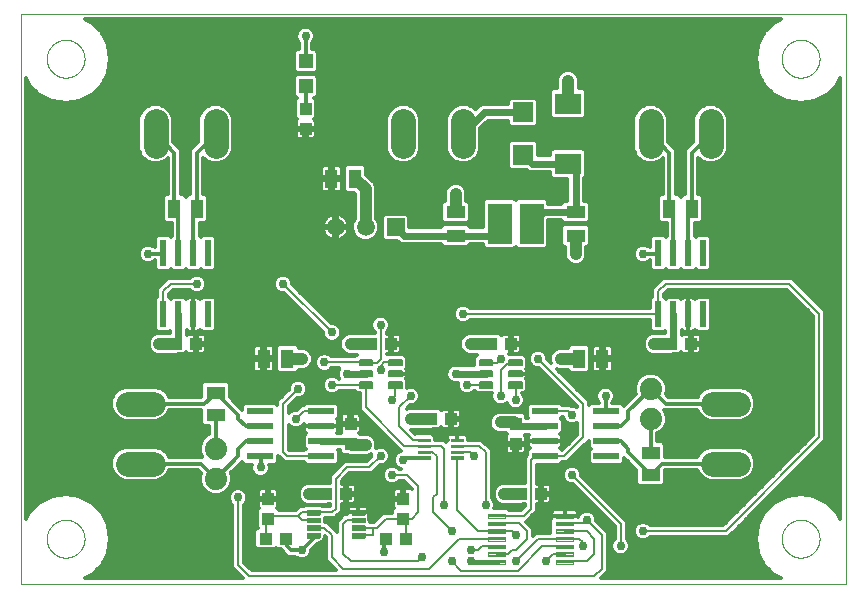
<source format=gtl>
G75*
%MOIN*%
%OFA0B0*%
%FSLAX25Y25*%
%IPPOS*%
%LPD*%
%AMOC8*
5,1,8,0,0,1.08239X$1,22.5*
%
%ADD10C,0.00000*%
%ADD11R,0.06299X0.04331*%
%ADD12R,0.04331X0.03937*%
%ADD13R,0.04331X0.06299*%
%ADD14R,0.03937X0.04331*%
%ADD15C,0.08250*%
%ADD16R,0.06693X0.06693*%
%ADD17R,0.08661X0.07087*%
%ADD18R,0.04724X0.04724*%
%ADD19C,0.07400*%
%ADD20R,0.07874X0.13780*%
%ADD21R,0.05906X0.05906*%
%ADD22C,0.05906*%
%ADD23C,0.00404*%
%ADD24C,0.00266*%
%ADD25C,0.00571*%
%ADD26R,0.08661X0.02362*%
%ADD27R,0.02362X0.08661*%
%ADD28C,0.00039*%
%ADD29R,0.00394X0.00394*%
%ADD30C,0.02953*%
%ADD31C,0.04000*%
%ADD32C,0.01200*%
%ADD33C,0.02400*%
%ADD34C,0.01600*%
%ADD35C,0.00800*%
D10*
X0001600Y0003690D02*
X0001600Y0193690D01*
X0276600Y0193690D01*
X0276600Y0003690D01*
X0001600Y0003690D01*
X0010301Y0018690D02*
X0010303Y0018848D01*
X0010309Y0019006D01*
X0010319Y0019164D01*
X0010333Y0019322D01*
X0010351Y0019479D01*
X0010372Y0019636D01*
X0010398Y0019792D01*
X0010428Y0019948D01*
X0010461Y0020103D01*
X0010499Y0020256D01*
X0010540Y0020409D01*
X0010585Y0020561D01*
X0010634Y0020712D01*
X0010687Y0020861D01*
X0010743Y0021009D01*
X0010803Y0021155D01*
X0010867Y0021300D01*
X0010935Y0021443D01*
X0011006Y0021585D01*
X0011080Y0021725D01*
X0011158Y0021862D01*
X0011240Y0021998D01*
X0011324Y0022132D01*
X0011413Y0022263D01*
X0011504Y0022392D01*
X0011599Y0022519D01*
X0011696Y0022644D01*
X0011797Y0022766D01*
X0011901Y0022885D01*
X0012008Y0023002D01*
X0012118Y0023116D01*
X0012231Y0023227D01*
X0012346Y0023336D01*
X0012464Y0023441D01*
X0012585Y0023543D01*
X0012708Y0023643D01*
X0012834Y0023739D01*
X0012962Y0023832D01*
X0013092Y0023922D01*
X0013225Y0024008D01*
X0013360Y0024092D01*
X0013496Y0024171D01*
X0013635Y0024248D01*
X0013776Y0024320D01*
X0013918Y0024390D01*
X0014062Y0024455D01*
X0014208Y0024517D01*
X0014355Y0024575D01*
X0014504Y0024630D01*
X0014654Y0024681D01*
X0014805Y0024728D01*
X0014957Y0024771D01*
X0015110Y0024810D01*
X0015265Y0024846D01*
X0015420Y0024877D01*
X0015576Y0024905D01*
X0015732Y0024929D01*
X0015889Y0024949D01*
X0016047Y0024965D01*
X0016204Y0024977D01*
X0016363Y0024985D01*
X0016521Y0024989D01*
X0016679Y0024989D01*
X0016837Y0024985D01*
X0016996Y0024977D01*
X0017153Y0024965D01*
X0017311Y0024949D01*
X0017468Y0024929D01*
X0017624Y0024905D01*
X0017780Y0024877D01*
X0017935Y0024846D01*
X0018090Y0024810D01*
X0018243Y0024771D01*
X0018395Y0024728D01*
X0018546Y0024681D01*
X0018696Y0024630D01*
X0018845Y0024575D01*
X0018992Y0024517D01*
X0019138Y0024455D01*
X0019282Y0024390D01*
X0019424Y0024320D01*
X0019565Y0024248D01*
X0019704Y0024171D01*
X0019840Y0024092D01*
X0019975Y0024008D01*
X0020108Y0023922D01*
X0020238Y0023832D01*
X0020366Y0023739D01*
X0020492Y0023643D01*
X0020615Y0023543D01*
X0020736Y0023441D01*
X0020854Y0023336D01*
X0020969Y0023227D01*
X0021082Y0023116D01*
X0021192Y0023002D01*
X0021299Y0022885D01*
X0021403Y0022766D01*
X0021504Y0022644D01*
X0021601Y0022519D01*
X0021696Y0022392D01*
X0021787Y0022263D01*
X0021876Y0022132D01*
X0021960Y0021998D01*
X0022042Y0021862D01*
X0022120Y0021725D01*
X0022194Y0021585D01*
X0022265Y0021443D01*
X0022333Y0021300D01*
X0022397Y0021155D01*
X0022457Y0021009D01*
X0022513Y0020861D01*
X0022566Y0020712D01*
X0022615Y0020561D01*
X0022660Y0020409D01*
X0022701Y0020256D01*
X0022739Y0020103D01*
X0022772Y0019948D01*
X0022802Y0019792D01*
X0022828Y0019636D01*
X0022849Y0019479D01*
X0022867Y0019322D01*
X0022881Y0019164D01*
X0022891Y0019006D01*
X0022897Y0018848D01*
X0022899Y0018690D01*
X0022897Y0018532D01*
X0022891Y0018374D01*
X0022881Y0018216D01*
X0022867Y0018058D01*
X0022849Y0017901D01*
X0022828Y0017744D01*
X0022802Y0017588D01*
X0022772Y0017432D01*
X0022739Y0017277D01*
X0022701Y0017124D01*
X0022660Y0016971D01*
X0022615Y0016819D01*
X0022566Y0016668D01*
X0022513Y0016519D01*
X0022457Y0016371D01*
X0022397Y0016225D01*
X0022333Y0016080D01*
X0022265Y0015937D01*
X0022194Y0015795D01*
X0022120Y0015655D01*
X0022042Y0015518D01*
X0021960Y0015382D01*
X0021876Y0015248D01*
X0021787Y0015117D01*
X0021696Y0014988D01*
X0021601Y0014861D01*
X0021504Y0014736D01*
X0021403Y0014614D01*
X0021299Y0014495D01*
X0021192Y0014378D01*
X0021082Y0014264D01*
X0020969Y0014153D01*
X0020854Y0014044D01*
X0020736Y0013939D01*
X0020615Y0013837D01*
X0020492Y0013737D01*
X0020366Y0013641D01*
X0020238Y0013548D01*
X0020108Y0013458D01*
X0019975Y0013372D01*
X0019840Y0013288D01*
X0019704Y0013209D01*
X0019565Y0013132D01*
X0019424Y0013060D01*
X0019282Y0012990D01*
X0019138Y0012925D01*
X0018992Y0012863D01*
X0018845Y0012805D01*
X0018696Y0012750D01*
X0018546Y0012699D01*
X0018395Y0012652D01*
X0018243Y0012609D01*
X0018090Y0012570D01*
X0017935Y0012534D01*
X0017780Y0012503D01*
X0017624Y0012475D01*
X0017468Y0012451D01*
X0017311Y0012431D01*
X0017153Y0012415D01*
X0016996Y0012403D01*
X0016837Y0012395D01*
X0016679Y0012391D01*
X0016521Y0012391D01*
X0016363Y0012395D01*
X0016204Y0012403D01*
X0016047Y0012415D01*
X0015889Y0012431D01*
X0015732Y0012451D01*
X0015576Y0012475D01*
X0015420Y0012503D01*
X0015265Y0012534D01*
X0015110Y0012570D01*
X0014957Y0012609D01*
X0014805Y0012652D01*
X0014654Y0012699D01*
X0014504Y0012750D01*
X0014355Y0012805D01*
X0014208Y0012863D01*
X0014062Y0012925D01*
X0013918Y0012990D01*
X0013776Y0013060D01*
X0013635Y0013132D01*
X0013496Y0013209D01*
X0013360Y0013288D01*
X0013225Y0013372D01*
X0013092Y0013458D01*
X0012962Y0013548D01*
X0012834Y0013641D01*
X0012708Y0013737D01*
X0012585Y0013837D01*
X0012464Y0013939D01*
X0012346Y0014044D01*
X0012231Y0014153D01*
X0012118Y0014264D01*
X0012008Y0014378D01*
X0011901Y0014495D01*
X0011797Y0014614D01*
X0011696Y0014736D01*
X0011599Y0014861D01*
X0011504Y0014988D01*
X0011413Y0015117D01*
X0011324Y0015248D01*
X0011240Y0015382D01*
X0011158Y0015518D01*
X0011080Y0015655D01*
X0011006Y0015795D01*
X0010935Y0015937D01*
X0010867Y0016080D01*
X0010803Y0016225D01*
X0010743Y0016371D01*
X0010687Y0016519D01*
X0010634Y0016668D01*
X0010585Y0016819D01*
X0010540Y0016971D01*
X0010499Y0017124D01*
X0010461Y0017277D01*
X0010428Y0017432D01*
X0010398Y0017588D01*
X0010372Y0017744D01*
X0010351Y0017901D01*
X0010333Y0018058D01*
X0010319Y0018216D01*
X0010309Y0018374D01*
X0010303Y0018532D01*
X0010301Y0018690D01*
X0010301Y0178690D02*
X0010303Y0178848D01*
X0010309Y0179006D01*
X0010319Y0179164D01*
X0010333Y0179322D01*
X0010351Y0179479D01*
X0010372Y0179636D01*
X0010398Y0179792D01*
X0010428Y0179948D01*
X0010461Y0180103D01*
X0010499Y0180256D01*
X0010540Y0180409D01*
X0010585Y0180561D01*
X0010634Y0180712D01*
X0010687Y0180861D01*
X0010743Y0181009D01*
X0010803Y0181155D01*
X0010867Y0181300D01*
X0010935Y0181443D01*
X0011006Y0181585D01*
X0011080Y0181725D01*
X0011158Y0181862D01*
X0011240Y0181998D01*
X0011324Y0182132D01*
X0011413Y0182263D01*
X0011504Y0182392D01*
X0011599Y0182519D01*
X0011696Y0182644D01*
X0011797Y0182766D01*
X0011901Y0182885D01*
X0012008Y0183002D01*
X0012118Y0183116D01*
X0012231Y0183227D01*
X0012346Y0183336D01*
X0012464Y0183441D01*
X0012585Y0183543D01*
X0012708Y0183643D01*
X0012834Y0183739D01*
X0012962Y0183832D01*
X0013092Y0183922D01*
X0013225Y0184008D01*
X0013360Y0184092D01*
X0013496Y0184171D01*
X0013635Y0184248D01*
X0013776Y0184320D01*
X0013918Y0184390D01*
X0014062Y0184455D01*
X0014208Y0184517D01*
X0014355Y0184575D01*
X0014504Y0184630D01*
X0014654Y0184681D01*
X0014805Y0184728D01*
X0014957Y0184771D01*
X0015110Y0184810D01*
X0015265Y0184846D01*
X0015420Y0184877D01*
X0015576Y0184905D01*
X0015732Y0184929D01*
X0015889Y0184949D01*
X0016047Y0184965D01*
X0016204Y0184977D01*
X0016363Y0184985D01*
X0016521Y0184989D01*
X0016679Y0184989D01*
X0016837Y0184985D01*
X0016996Y0184977D01*
X0017153Y0184965D01*
X0017311Y0184949D01*
X0017468Y0184929D01*
X0017624Y0184905D01*
X0017780Y0184877D01*
X0017935Y0184846D01*
X0018090Y0184810D01*
X0018243Y0184771D01*
X0018395Y0184728D01*
X0018546Y0184681D01*
X0018696Y0184630D01*
X0018845Y0184575D01*
X0018992Y0184517D01*
X0019138Y0184455D01*
X0019282Y0184390D01*
X0019424Y0184320D01*
X0019565Y0184248D01*
X0019704Y0184171D01*
X0019840Y0184092D01*
X0019975Y0184008D01*
X0020108Y0183922D01*
X0020238Y0183832D01*
X0020366Y0183739D01*
X0020492Y0183643D01*
X0020615Y0183543D01*
X0020736Y0183441D01*
X0020854Y0183336D01*
X0020969Y0183227D01*
X0021082Y0183116D01*
X0021192Y0183002D01*
X0021299Y0182885D01*
X0021403Y0182766D01*
X0021504Y0182644D01*
X0021601Y0182519D01*
X0021696Y0182392D01*
X0021787Y0182263D01*
X0021876Y0182132D01*
X0021960Y0181998D01*
X0022042Y0181862D01*
X0022120Y0181725D01*
X0022194Y0181585D01*
X0022265Y0181443D01*
X0022333Y0181300D01*
X0022397Y0181155D01*
X0022457Y0181009D01*
X0022513Y0180861D01*
X0022566Y0180712D01*
X0022615Y0180561D01*
X0022660Y0180409D01*
X0022701Y0180256D01*
X0022739Y0180103D01*
X0022772Y0179948D01*
X0022802Y0179792D01*
X0022828Y0179636D01*
X0022849Y0179479D01*
X0022867Y0179322D01*
X0022881Y0179164D01*
X0022891Y0179006D01*
X0022897Y0178848D01*
X0022899Y0178690D01*
X0022897Y0178532D01*
X0022891Y0178374D01*
X0022881Y0178216D01*
X0022867Y0178058D01*
X0022849Y0177901D01*
X0022828Y0177744D01*
X0022802Y0177588D01*
X0022772Y0177432D01*
X0022739Y0177277D01*
X0022701Y0177124D01*
X0022660Y0176971D01*
X0022615Y0176819D01*
X0022566Y0176668D01*
X0022513Y0176519D01*
X0022457Y0176371D01*
X0022397Y0176225D01*
X0022333Y0176080D01*
X0022265Y0175937D01*
X0022194Y0175795D01*
X0022120Y0175655D01*
X0022042Y0175518D01*
X0021960Y0175382D01*
X0021876Y0175248D01*
X0021787Y0175117D01*
X0021696Y0174988D01*
X0021601Y0174861D01*
X0021504Y0174736D01*
X0021403Y0174614D01*
X0021299Y0174495D01*
X0021192Y0174378D01*
X0021082Y0174264D01*
X0020969Y0174153D01*
X0020854Y0174044D01*
X0020736Y0173939D01*
X0020615Y0173837D01*
X0020492Y0173737D01*
X0020366Y0173641D01*
X0020238Y0173548D01*
X0020108Y0173458D01*
X0019975Y0173372D01*
X0019840Y0173288D01*
X0019704Y0173209D01*
X0019565Y0173132D01*
X0019424Y0173060D01*
X0019282Y0172990D01*
X0019138Y0172925D01*
X0018992Y0172863D01*
X0018845Y0172805D01*
X0018696Y0172750D01*
X0018546Y0172699D01*
X0018395Y0172652D01*
X0018243Y0172609D01*
X0018090Y0172570D01*
X0017935Y0172534D01*
X0017780Y0172503D01*
X0017624Y0172475D01*
X0017468Y0172451D01*
X0017311Y0172431D01*
X0017153Y0172415D01*
X0016996Y0172403D01*
X0016837Y0172395D01*
X0016679Y0172391D01*
X0016521Y0172391D01*
X0016363Y0172395D01*
X0016204Y0172403D01*
X0016047Y0172415D01*
X0015889Y0172431D01*
X0015732Y0172451D01*
X0015576Y0172475D01*
X0015420Y0172503D01*
X0015265Y0172534D01*
X0015110Y0172570D01*
X0014957Y0172609D01*
X0014805Y0172652D01*
X0014654Y0172699D01*
X0014504Y0172750D01*
X0014355Y0172805D01*
X0014208Y0172863D01*
X0014062Y0172925D01*
X0013918Y0172990D01*
X0013776Y0173060D01*
X0013635Y0173132D01*
X0013496Y0173209D01*
X0013360Y0173288D01*
X0013225Y0173372D01*
X0013092Y0173458D01*
X0012962Y0173548D01*
X0012834Y0173641D01*
X0012708Y0173737D01*
X0012585Y0173837D01*
X0012464Y0173939D01*
X0012346Y0174044D01*
X0012231Y0174153D01*
X0012118Y0174264D01*
X0012008Y0174378D01*
X0011901Y0174495D01*
X0011797Y0174614D01*
X0011696Y0174736D01*
X0011599Y0174861D01*
X0011504Y0174988D01*
X0011413Y0175117D01*
X0011324Y0175248D01*
X0011240Y0175382D01*
X0011158Y0175518D01*
X0011080Y0175655D01*
X0011006Y0175795D01*
X0010935Y0175937D01*
X0010867Y0176080D01*
X0010803Y0176225D01*
X0010743Y0176371D01*
X0010687Y0176519D01*
X0010634Y0176668D01*
X0010585Y0176819D01*
X0010540Y0176971D01*
X0010499Y0177124D01*
X0010461Y0177277D01*
X0010428Y0177432D01*
X0010398Y0177588D01*
X0010372Y0177744D01*
X0010351Y0177901D01*
X0010333Y0178058D01*
X0010319Y0178216D01*
X0010309Y0178374D01*
X0010303Y0178532D01*
X0010301Y0178690D01*
X0255301Y0178690D02*
X0255303Y0178848D01*
X0255309Y0179006D01*
X0255319Y0179164D01*
X0255333Y0179322D01*
X0255351Y0179479D01*
X0255372Y0179636D01*
X0255398Y0179792D01*
X0255428Y0179948D01*
X0255461Y0180103D01*
X0255499Y0180256D01*
X0255540Y0180409D01*
X0255585Y0180561D01*
X0255634Y0180712D01*
X0255687Y0180861D01*
X0255743Y0181009D01*
X0255803Y0181155D01*
X0255867Y0181300D01*
X0255935Y0181443D01*
X0256006Y0181585D01*
X0256080Y0181725D01*
X0256158Y0181862D01*
X0256240Y0181998D01*
X0256324Y0182132D01*
X0256413Y0182263D01*
X0256504Y0182392D01*
X0256599Y0182519D01*
X0256696Y0182644D01*
X0256797Y0182766D01*
X0256901Y0182885D01*
X0257008Y0183002D01*
X0257118Y0183116D01*
X0257231Y0183227D01*
X0257346Y0183336D01*
X0257464Y0183441D01*
X0257585Y0183543D01*
X0257708Y0183643D01*
X0257834Y0183739D01*
X0257962Y0183832D01*
X0258092Y0183922D01*
X0258225Y0184008D01*
X0258360Y0184092D01*
X0258496Y0184171D01*
X0258635Y0184248D01*
X0258776Y0184320D01*
X0258918Y0184390D01*
X0259062Y0184455D01*
X0259208Y0184517D01*
X0259355Y0184575D01*
X0259504Y0184630D01*
X0259654Y0184681D01*
X0259805Y0184728D01*
X0259957Y0184771D01*
X0260110Y0184810D01*
X0260265Y0184846D01*
X0260420Y0184877D01*
X0260576Y0184905D01*
X0260732Y0184929D01*
X0260889Y0184949D01*
X0261047Y0184965D01*
X0261204Y0184977D01*
X0261363Y0184985D01*
X0261521Y0184989D01*
X0261679Y0184989D01*
X0261837Y0184985D01*
X0261996Y0184977D01*
X0262153Y0184965D01*
X0262311Y0184949D01*
X0262468Y0184929D01*
X0262624Y0184905D01*
X0262780Y0184877D01*
X0262935Y0184846D01*
X0263090Y0184810D01*
X0263243Y0184771D01*
X0263395Y0184728D01*
X0263546Y0184681D01*
X0263696Y0184630D01*
X0263845Y0184575D01*
X0263992Y0184517D01*
X0264138Y0184455D01*
X0264282Y0184390D01*
X0264424Y0184320D01*
X0264565Y0184248D01*
X0264704Y0184171D01*
X0264840Y0184092D01*
X0264975Y0184008D01*
X0265108Y0183922D01*
X0265238Y0183832D01*
X0265366Y0183739D01*
X0265492Y0183643D01*
X0265615Y0183543D01*
X0265736Y0183441D01*
X0265854Y0183336D01*
X0265969Y0183227D01*
X0266082Y0183116D01*
X0266192Y0183002D01*
X0266299Y0182885D01*
X0266403Y0182766D01*
X0266504Y0182644D01*
X0266601Y0182519D01*
X0266696Y0182392D01*
X0266787Y0182263D01*
X0266876Y0182132D01*
X0266960Y0181998D01*
X0267042Y0181862D01*
X0267120Y0181725D01*
X0267194Y0181585D01*
X0267265Y0181443D01*
X0267333Y0181300D01*
X0267397Y0181155D01*
X0267457Y0181009D01*
X0267513Y0180861D01*
X0267566Y0180712D01*
X0267615Y0180561D01*
X0267660Y0180409D01*
X0267701Y0180256D01*
X0267739Y0180103D01*
X0267772Y0179948D01*
X0267802Y0179792D01*
X0267828Y0179636D01*
X0267849Y0179479D01*
X0267867Y0179322D01*
X0267881Y0179164D01*
X0267891Y0179006D01*
X0267897Y0178848D01*
X0267899Y0178690D01*
X0267897Y0178532D01*
X0267891Y0178374D01*
X0267881Y0178216D01*
X0267867Y0178058D01*
X0267849Y0177901D01*
X0267828Y0177744D01*
X0267802Y0177588D01*
X0267772Y0177432D01*
X0267739Y0177277D01*
X0267701Y0177124D01*
X0267660Y0176971D01*
X0267615Y0176819D01*
X0267566Y0176668D01*
X0267513Y0176519D01*
X0267457Y0176371D01*
X0267397Y0176225D01*
X0267333Y0176080D01*
X0267265Y0175937D01*
X0267194Y0175795D01*
X0267120Y0175655D01*
X0267042Y0175518D01*
X0266960Y0175382D01*
X0266876Y0175248D01*
X0266787Y0175117D01*
X0266696Y0174988D01*
X0266601Y0174861D01*
X0266504Y0174736D01*
X0266403Y0174614D01*
X0266299Y0174495D01*
X0266192Y0174378D01*
X0266082Y0174264D01*
X0265969Y0174153D01*
X0265854Y0174044D01*
X0265736Y0173939D01*
X0265615Y0173837D01*
X0265492Y0173737D01*
X0265366Y0173641D01*
X0265238Y0173548D01*
X0265108Y0173458D01*
X0264975Y0173372D01*
X0264840Y0173288D01*
X0264704Y0173209D01*
X0264565Y0173132D01*
X0264424Y0173060D01*
X0264282Y0172990D01*
X0264138Y0172925D01*
X0263992Y0172863D01*
X0263845Y0172805D01*
X0263696Y0172750D01*
X0263546Y0172699D01*
X0263395Y0172652D01*
X0263243Y0172609D01*
X0263090Y0172570D01*
X0262935Y0172534D01*
X0262780Y0172503D01*
X0262624Y0172475D01*
X0262468Y0172451D01*
X0262311Y0172431D01*
X0262153Y0172415D01*
X0261996Y0172403D01*
X0261837Y0172395D01*
X0261679Y0172391D01*
X0261521Y0172391D01*
X0261363Y0172395D01*
X0261204Y0172403D01*
X0261047Y0172415D01*
X0260889Y0172431D01*
X0260732Y0172451D01*
X0260576Y0172475D01*
X0260420Y0172503D01*
X0260265Y0172534D01*
X0260110Y0172570D01*
X0259957Y0172609D01*
X0259805Y0172652D01*
X0259654Y0172699D01*
X0259504Y0172750D01*
X0259355Y0172805D01*
X0259208Y0172863D01*
X0259062Y0172925D01*
X0258918Y0172990D01*
X0258776Y0173060D01*
X0258635Y0173132D01*
X0258496Y0173209D01*
X0258360Y0173288D01*
X0258225Y0173372D01*
X0258092Y0173458D01*
X0257962Y0173548D01*
X0257834Y0173641D01*
X0257708Y0173737D01*
X0257585Y0173837D01*
X0257464Y0173939D01*
X0257346Y0174044D01*
X0257231Y0174153D01*
X0257118Y0174264D01*
X0257008Y0174378D01*
X0256901Y0174495D01*
X0256797Y0174614D01*
X0256696Y0174736D01*
X0256599Y0174861D01*
X0256504Y0174988D01*
X0256413Y0175117D01*
X0256324Y0175248D01*
X0256240Y0175382D01*
X0256158Y0175518D01*
X0256080Y0175655D01*
X0256006Y0175795D01*
X0255935Y0175937D01*
X0255867Y0176080D01*
X0255803Y0176225D01*
X0255743Y0176371D01*
X0255687Y0176519D01*
X0255634Y0176668D01*
X0255585Y0176819D01*
X0255540Y0176971D01*
X0255499Y0177124D01*
X0255461Y0177277D01*
X0255428Y0177432D01*
X0255398Y0177588D01*
X0255372Y0177744D01*
X0255351Y0177901D01*
X0255333Y0178058D01*
X0255319Y0178216D01*
X0255309Y0178374D01*
X0255303Y0178532D01*
X0255301Y0178690D01*
X0255301Y0018690D02*
X0255303Y0018848D01*
X0255309Y0019006D01*
X0255319Y0019164D01*
X0255333Y0019322D01*
X0255351Y0019479D01*
X0255372Y0019636D01*
X0255398Y0019792D01*
X0255428Y0019948D01*
X0255461Y0020103D01*
X0255499Y0020256D01*
X0255540Y0020409D01*
X0255585Y0020561D01*
X0255634Y0020712D01*
X0255687Y0020861D01*
X0255743Y0021009D01*
X0255803Y0021155D01*
X0255867Y0021300D01*
X0255935Y0021443D01*
X0256006Y0021585D01*
X0256080Y0021725D01*
X0256158Y0021862D01*
X0256240Y0021998D01*
X0256324Y0022132D01*
X0256413Y0022263D01*
X0256504Y0022392D01*
X0256599Y0022519D01*
X0256696Y0022644D01*
X0256797Y0022766D01*
X0256901Y0022885D01*
X0257008Y0023002D01*
X0257118Y0023116D01*
X0257231Y0023227D01*
X0257346Y0023336D01*
X0257464Y0023441D01*
X0257585Y0023543D01*
X0257708Y0023643D01*
X0257834Y0023739D01*
X0257962Y0023832D01*
X0258092Y0023922D01*
X0258225Y0024008D01*
X0258360Y0024092D01*
X0258496Y0024171D01*
X0258635Y0024248D01*
X0258776Y0024320D01*
X0258918Y0024390D01*
X0259062Y0024455D01*
X0259208Y0024517D01*
X0259355Y0024575D01*
X0259504Y0024630D01*
X0259654Y0024681D01*
X0259805Y0024728D01*
X0259957Y0024771D01*
X0260110Y0024810D01*
X0260265Y0024846D01*
X0260420Y0024877D01*
X0260576Y0024905D01*
X0260732Y0024929D01*
X0260889Y0024949D01*
X0261047Y0024965D01*
X0261204Y0024977D01*
X0261363Y0024985D01*
X0261521Y0024989D01*
X0261679Y0024989D01*
X0261837Y0024985D01*
X0261996Y0024977D01*
X0262153Y0024965D01*
X0262311Y0024949D01*
X0262468Y0024929D01*
X0262624Y0024905D01*
X0262780Y0024877D01*
X0262935Y0024846D01*
X0263090Y0024810D01*
X0263243Y0024771D01*
X0263395Y0024728D01*
X0263546Y0024681D01*
X0263696Y0024630D01*
X0263845Y0024575D01*
X0263992Y0024517D01*
X0264138Y0024455D01*
X0264282Y0024390D01*
X0264424Y0024320D01*
X0264565Y0024248D01*
X0264704Y0024171D01*
X0264840Y0024092D01*
X0264975Y0024008D01*
X0265108Y0023922D01*
X0265238Y0023832D01*
X0265366Y0023739D01*
X0265492Y0023643D01*
X0265615Y0023543D01*
X0265736Y0023441D01*
X0265854Y0023336D01*
X0265969Y0023227D01*
X0266082Y0023116D01*
X0266192Y0023002D01*
X0266299Y0022885D01*
X0266403Y0022766D01*
X0266504Y0022644D01*
X0266601Y0022519D01*
X0266696Y0022392D01*
X0266787Y0022263D01*
X0266876Y0022132D01*
X0266960Y0021998D01*
X0267042Y0021862D01*
X0267120Y0021725D01*
X0267194Y0021585D01*
X0267265Y0021443D01*
X0267333Y0021300D01*
X0267397Y0021155D01*
X0267457Y0021009D01*
X0267513Y0020861D01*
X0267566Y0020712D01*
X0267615Y0020561D01*
X0267660Y0020409D01*
X0267701Y0020256D01*
X0267739Y0020103D01*
X0267772Y0019948D01*
X0267802Y0019792D01*
X0267828Y0019636D01*
X0267849Y0019479D01*
X0267867Y0019322D01*
X0267881Y0019164D01*
X0267891Y0019006D01*
X0267897Y0018848D01*
X0267899Y0018690D01*
X0267897Y0018532D01*
X0267891Y0018374D01*
X0267881Y0018216D01*
X0267867Y0018058D01*
X0267849Y0017901D01*
X0267828Y0017744D01*
X0267802Y0017588D01*
X0267772Y0017432D01*
X0267739Y0017277D01*
X0267701Y0017124D01*
X0267660Y0016971D01*
X0267615Y0016819D01*
X0267566Y0016668D01*
X0267513Y0016519D01*
X0267457Y0016371D01*
X0267397Y0016225D01*
X0267333Y0016080D01*
X0267265Y0015937D01*
X0267194Y0015795D01*
X0267120Y0015655D01*
X0267042Y0015518D01*
X0266960Y0015382D01*
X0266876Y0015248D01*
X0266787Y0015117D01*
X0266696Y0014988D01*
X0266601Y0014861D01*
X0266504Y0014736D01*
X0266403Y0014614D01*
X0266299Y0014495D01*
X0266192Y0014378D01*
X0266082Y0014264D01*
X0265969Y0014153D01*
X0265854Y0014044D01*
X0265736Y0013939D01*
X0265615Y0013837D01*
X0265492Y0013737D01*
X0265366Y0013641D01*
X0265238Y0013548D01*
X0265108Y0013458D01*
X0264975Y0013372D01*
X0264840Y0013288D01*
X0264704Y0013209D01*
X0264565Y0013132D01*
X0264424Y0013060D01*
X0264282Y0012990D01*
X0264138Y0012925D01*
X0263992Y0012863D01*
X0263845Y0012805D01*
X0263696Y0012750D01*
X0263546Y0012699D01*
X0263395Y0012652D01*
X0263243Y0012609D01*
X0263090Y0012570D01*
X0262935Y0012534D01*
X0262780Y0012503D01*
X0262624Y0012475D01*
X0262468Y0012451D01*
X0262311Y0012431D01*
X0262153Y0012415D01*
X0261996Y0012403D01*
X0261837Y0012395D01*
X0261679Y0012391D01*
X0261521Y0012391D01*
X0261363Y0012395D01*
X0261204Y0012403D01*
X0261047Y0012415D01*
X0260889Y0012431D01*
X0260732Y0012451D01*
X0260576Y0012475D01*
X0260420Y0012503D01*
X0260265Y0012534D01*
X0260110Y0012570D01*
X0259957Y0012609D01*
X0259805Y0012652D01*
X0259654Y0012699D01*
X0259504Y0012750D01*
X0259355Y0012805D01*
X0259208Y0012863D01*
X0259062Y0012925D01*
X0258918Y0012990D01*
X0258776Y0013060D01*
X0258635Y0013132D01*
X0258496Y0013209D01*
X0258360Y0013288D01*
X0258225Y0013372D01*
X0258092Y0013458D01*
X0257962Y0013548D01*
X0257834Y0013641D01*
X0257708Y0013737D01*
X0257585Y0013837D01*
X0257464Y0013939D01*
X0257346Y0014044D01*
X0257231Y0014153D01*
X0257118Y0014264D01*
X0257008Y0014378D01*
X0256901Y0014495D01*
X0256797Y0014614D01*
X0256696Y0014736D01*
X0256599Y0014861D01*
X0256504Y0014988D01*
X0256413Y0015117D01*
X0256324Y0015248D01*
X0256240Y0015382D01*
X0256158Y0015518D01*
X0256080Y0015655D01*
X0256006Y0015795D01*
X0255935Y0015937D01*
X0255867Y0016080D01*
X0255803Y0016225D01*
X0255743Y0016371D01*
X0255687Y0016519D01*
X0255634Y0016668D01*
X0255585Y0016819D01*
X0255540Y0016971D01*
X0255499Y0017124D01*
X0255461Y0017277D01*
X0255428Y0017432D01*
X0255398Y0017588D01*
X0255372Y0017744D01*
X0255351Y0017901D01*
X0255333Y0018058D01*
X0255319Y0018216D01*
X0255309Y0018374D01*
X0255303Y0018532D01*
X0255301Y0018690D01*
D11*
X0211600Y0039950D03*
X0211600Y0047430D03*
X0186600Y0119753D03*
X0186600Y0127627D03*
X0146600Y0127627D03*
X0146600Y0119753D03*
X0066600Y0067430D03*
X0066600Y0059950D03*
D12*
X0059946Y0083690D03*
X0053254Y0083690D03*
X0118254Y0083690D03*
X0124946Y0083690D03*
X0138254Y0058690D03*
X0144946Y0058690D03*
X0158254Y0083690D03*
X0164946Y0083690D03*
X0218254Y0083690D03*
X0224946Y0083690D03*
X0174946Y0033690D03*
X0168254Y0033690D03*
X0129946Y0018690D03*
X0123254Y0018690D03*
X0109946Y0033690D03*
X0103254Y0033690D03*
X0089946Y0018690D03*
X0083254Y0018690D03*
D13*
X0082663Y0078690D03*
X0090537Y0078690D03*
X0060340Y0128690D03*
X0052860Y0128690D03*
X0105163Y0138690D03*
X0113037Y0138690D03*
X0187663Y0078690D03*
X0195537Y0078690D03*
X0217860Y0128690D03*
X0225340Y0128690D03*
D14*
X0166600Y0057037D03*
X0166600Y0050344D03*
X0129100Y0032037D03*
X0129100Y0025344D03*
X0111600Y0050344D03*
X0111600Y0057037D03*
X0084100Y0032037D03*
X0084100Y0025344D03*
X0096600Y0155344D03*
X0096600Y0162037D03*
D15*
X0066600Y0157815D02*
X0066600Y0149565D01*
X0046600Y0149565D02*
X0046600Y0157815D01*
X0129100Y0157815D02*
X0129100Y0149565D01*
X0149100Y0149565D02*
X0149100Y0157815D01*
X0211600Y0157815D02*
X0211600Y0149565D01*
X0231600Y0149565D02*
X0231600Y0157815D01*
X0232475Y0063690D02*
X0240725Y0063690D01*
X0240725Y0043690D02*
X0232475Y0043690D01*
X0045725Y0043690D02*
X0037475Y0043690D01*
X0037475Y0063690D02*
X0045725Y0063690D01*
D16*
X0169100Y0146604D03*
X0169100Y0160777D03*
D17*
X0184100Y0163730D03*
X0184100Y0143651D03*
D18*
X0096600Y0169556D03*
X0096600Y0177824D03*
D19*
X0211600Y0068690D03*
X0211600Y0058690D03*
X0066600Y0048690D03*
X0066600Y0038690D03*
D20*
X0161285Y0123690D03*
X0171915Y0123690D03*
D21*
X0126600Y0122549D03*
D22*
X0116600Y0122549D03*
X0106600Y0122549D03*
D23*
X0157413Y0025762D02*
X0163189Y0025762D01*
X0157413Y0025762D02*
X0157413Y0026972D01*
X0163189Y0026972D01*
X0163189Y0025762D01*
X0163189Y0026165D02*
X0157413Y0026165D01*
X0157413Y0026568D02*
X0163189Y0026568D01*
X0163189Y0026971D02*
X0157413Y0026971D01*
X0157413Y0023203D02*
X0163189Y0023203D01*
X0157413Y0023203D02*
X0157413Y0024413D01*
X0163189Y0024413D01*
X0163189Y0023203D01*
X0163189Y0023606D02*
X0157413Y0023606D01*
X0157413Y0024009D02*
X0163189Y0024009D01*
X0163189Y0024412D02*
X0157413Y0024412D01*
X0157413Y0020644D02*
X0163189Y0020644D01*
X0157413Y0020644D02*
X0157413Y0021854D01*
X0163189Y0021854D01*
X0163189Y0020644D01*
X0163189Y0021047D02*
X0157413Y0021047D01*
X0157413Y0021450D02*
X0163189Y0021450D01*
X0163189Y0021853D02*
X0157413Y0021853D01*
X0157413Y0018085D02*
X0163189Y0018085D01*
X0157413Y0018085D02*
X0157413Y0019295D01*
X0163189Y0019295D01*
X0163189Y0018085D01*
X0163189Y0018488D02*
X0157413Y0018488D01*
X0157413Y0018891D02*
X0163189Y0018891D01*
X0163189Y0019294D02*
X0157413Y0019294D01*
X0157413Y0015526D02*
X0163189Y0015526D01*
X0157413Y0015526D02*
X0157413Y0016736D01*
X0163189Y0016736D01*
X0163189Y0015526D01*
X0163189Y0015929D02*
X0157413Y0015929D01*
X0157413Y0016332D02*
X0163189Y0016332D01*
X0163189Y0016735D02*
X0157413Y0016735D01*
X0157413Y0012967D02*
X0163189Y0012967D01*
X0157413Y0012967D02*
X0157413Y0014177D01*
X0163189Y0014177D01*
X0163189Y0012967D01*
X0163189Y0013370D02*
X0157413Y0013370D01*
X0157413Y0013773D02*
X0163189Y0013773D01*
X0163189Y0014176D02*
X0157413Y0014176D01*
X0157413Y0010408D02*
X0163189Y0010408D01*
X0157413Y0010408D02*
X0157413Y0011618D01*
X0163189Y0011618D01*
X0163189Y0010408D01*
X0163189Y0010811D02*
X0157413Y0010811D01*
X0157413Y0011214D02*
X0163189Y0011214D01*
X0163189Y0011617D02*
X0157413Y0011617D01*
X0180011Y0010408D02*
X0185787Y0010408D01*
X0180011Y0010408D02*
X0180011Y0011618D01*
X0185787Y0011618D01*
X0185787Y0010408D01*
X0185787Y0010811D02*
X0180011Y0010811D01*
X0180011Y0011214D02*
X0185787Y0011214D01*
X0185787Y0011617D02*
X0180011Y0011617D01*
X0180011Y0012967D02*
X0185787Y0012967D01*
X0180011Y0012967D02*
X0180011Y0014177D01*
X0185787Y0014177D01*
X0185787Y0012967D01*
X0185787Y0013370D02*
X0180011Y0013370D01*
X0180011Y0013773D02*
X0185787Y0013773D01*
X0185787Y0014176D02*
X0180011Y0014176D01*
X0180011Y0015526D02*
X0185787Y0015526D01*
X0180011Y0015526D02*
X0180011Y0016736D01*
X0185787Y0016736D01*
X0185787Y0015526D01*
X0185787Y0015929D02*
X0180011Y0015929D01*
X0180011Y0016332D02*
X0185787Y0016332D01*
X0185787Y0016735D02*
X0180011Y0016735D01*
X0180011Y0018085D02*
X0185787Y0018085D01*
X0180011Y0018085D02*
X0180011Y0019295D01*
X0185787Y0019295D01*
X0185787Y0018085D01*
X0185787Y0018488D02*
X0180011Y0018488D01*
X0180011Y0018891D02*
X0185787Y0018891D01*
X0185787Y0019294D02*
X0180011Y0019294D01*
X0180011Y0020644D02*
X0185787Y0020644D01*
X0180011Y0020644D02*
X0180011Y0021854D01*
X0185787Y0021854D01*
X0185787Y0020644D01*
X0185787Y0021047D02*
X0180011Y0021047D01*
X0180011Y0021450D02*
X0185787Y0021450D01*
X0185787Y0021853D02*
X0180011Y0021853D01*
X0180011Y0023203D02*
X0185787Y0023203D01*
X0180011Y0023203D02*
X0180011Y0024413D01*
X0185787Y0024413D01*
X0185787Y0023203D01*
X0185787Y0023606D02*
X0180011Y0023606D01*
X0180011Y0024009D02*
X0185787Y0024009D01*
X0185787Y0024412D02*
X0180011Y0024412D01*
X0180011Y0025762D02*
X0185787Y0025762D01*
X0180011Y0025762D02*
X0180011Y0026972D01*
X0185787Y0026972D01*
X0185787Y0025762D01*
X0185787Y0026165D02*
X0180011Y0026165D01*
X0180011Y0026568D02*
X0185787Y0026568D01*
X0185787Y0026971D02*
X0180011Y0026971D01*
D24*
X0149202Y0045340D02*
X0145060Y0045340D01*
X0145060Y0046136D01*
X0149202Y0046136D01*
X0149202Y0045340D01*
X0149202Y0045605D02*
X0145060Y0045605D01*
X0145060Y0045870D02*
X0149202Y0045870D01*
X0149202Y0046135D02*
X0145060Y0046135D01*
X0145060Y0047308D02*
X0149202Y0047308D01*
X0145060Y0047308D02*
X0145060Y0048104D01*
X0149202Y0048104D01*
X0149202Y0047308D01*
X0149202Y0047573D02*
X0145060Y0047573D01*
X0145060Y0047838D02*
X0149202Y0047838D01*
X0149202Y0048103D02*
X0145060Y0048103D01*
X0145060Y0049277D02*
X0149202Y0049277D01*
X0145060Y0049277D02*
X0145060Y0050073D01*
X0149202Y0050073D01*
X0149202Y0049277D01*
X0149202Y0049542D02*
X0145060Y0049542D01*
X0145060Y0049807D02*
X0149202Y0049807D01*
X0149202Y0050072D02*
X0145060Y0050072D01*
X0145060Y0051245D02*
X0149202Y0051245D01*
X0145060Y0051245D02*
X0145060Y0052041D01*
X0149202Y0052041D01*
X0149202Y0051245D01*
X0149202Y0051510D02*
X0145060Y0051510D01*
X0145060Y0051775D02*
X0149202Y0051775D01*
X0149202Y0052040D02*
X0145060Y0052040D01*
X0138140Y0051245D02*
X0133998Y0051245D01*
X0133998Y0052041D01*
X0138140Y0052041D01*
X0138140Y0051245D01*
X0138140Y0051510D02*
X0133998Y0051510D01*
X0133998Y0051775D02*
X0138140Y0051775D01*
X0138140Y0052040D02*
X0133998Y0052040D01*
X0133998Y0049277D02*
X0138140Y0049277D01*
X0133998Y0049277D02*
X0133998Y0050073D01*
X0138140Y0050073D01*
X0138140Y0049277D01*
X0138140Y0049542D02*
X0133998Y0049542D01*
X0133998Y0049807D02*
X0138140Y0049807D01*
X0138140Y0050072D02*
X0133998Y0050072D01*
X0133998Y0047308D02*
X0138140Y0047308D01*
X0133998Y0047308D02*
X0133998Y0048104D01*
X0138140Y0048104D01*
X0138140Y0047308D01*
X0138140Y0047573D02*
X0133998Y0047573D01*
X0133998Y0047838D02*
X0138140Y0047838D01*
X0138140Y0048103D02*
X0133998Y0048103D01*
X0133998Y0045340D02*
X0138140Y0045340D01*
X0133998Y0045340D02*
X0133998Y0046136D01*
X0138140Y0046136D01*
X0138140Y0045340D01*
X0138140Y0045605D02*
X0133998Y0045605D01*
X0133998Y0045870D02*
X0138140Y0045870D01*
X0138140Y0046135D02*
X0133998Y0046135D01*
D25*
X0128638Y0069094D02*
X0124444Y0069094D01*
X0124444Y0070806D01*
X0128638Y0070806D01*
X0128638Y0069094D01*
X0128638Y0069664D02*
X0124444Y0069664D01*
X0124444Y0070234D02*
X0128638Y0070234D01*
X0128638Y0070804D02*
X0124444Y0070804D01*
X0124444Y0072834D02*
X0128638Y0072834D01*
X0124444Y0072834D02*
X0124444Y0074546D01*
X0128638Y0074546D01*
X0128638Y0072834D01*
X0128638Y0073404D02*
X0124444Y0073404D01*
X0124444Y0073974D02*
X0128638Y0073974D01*
X0128638Y0074544D02*
X0124444Y0074544D01*
X0124444Y0076574D02*
X0128638Y0076574D01*
X0124444Y0076574D02*
X0124444Y0078286D01*
X0128638Y0078286D01*
X0128638Y0076574D01*
X0128638Y0077144D02*
X0124444Y0077144D01*
X0124444Y0077714D02*
X0128638Y0077714D01*
X0128638Y0078284D02*
X0124444Y0078284D01*
X0118756Y0076574D02*
X0114562Y0076574D01*
X0114562Y0078286D01*
X0118756Y0078286D01*
X0118756Y0076574D01*
X0118756Y0077144D02*
X0114562Y0077144D01*
X0114562Y0077714D02*
X0118756Y0077714D01*
X0118756Y0078284D02*
X0114562Y0078284D01*
X0114562Y0072834D02*
X0118756Y0072834D01*
X0114562Y0072834D02*
X0114562Y0074546D01*
X0118756Y0074546D01*
X0118756Y0072834D01*
X0118756Y0073404D02*
X0114562Y0073404D01*
X0114562Y0073974D02*
X0118756Y0073974D01*
X0118756Y0074544D02*
X0114562Y0074544D01*
X0114562Y0069094D02*
X0118756Y0069094D01*
X0114562Y0069094D02*
X0114562Y0070806D01*
X0118756Y0070806D01*
X0118756Y0069094D01*
X0118756Y0069664D02*
X0114562Y0069664D01*
X0114562Y0070234D02*
X0118756Y0070234D01*
X0118756Y0070804D02*
X0114562Y0070804D01*
X0154562Y0069094D02*
X0158756Y0069094D01*
X0154562Y0069094D02*
X0154562Y0070806D01*
X0158756Y0070806D01*
X0158756Y0069094D01*
X0158756Y0069664D02*
X0154562Y0069664D01*
X0154562Y0070234D02*
X0158756Y0070234D01*
X0158756Y0070804D02*
X0154562Y0070804D01*
X0154562Y0072834D02*
X0158756Y0072834D01*
X0154562Y0072834D02*
X0154562Y0074546D01*
X0158756Y0074546D01*
X0158756Y0072834D01*
X0158756Y0073404D02*
X0154562Y0073404D01*
X0154562Y0073974D02*
X0158756Y0073974D01*
X0158756Y0074544D02*
X0154562Y0074544D01*
X0154562Y0076574D02*
X0158756Y0076574D01*
X0154562Y0076574D02*
X0154562Y0078286D01*
X0158756Y0078286D01*
X0158756Y0076574D01*
X0158756Y0077144D02*
X0154562Y0077144D01*
X0154562Y0077714D02*
X0158756Y0077714D01*
X0158756Y0078284D02*
X0154562Y0078284D01*
X0164444Y0076574D02*
X0168638Y0076574D01*
X0164444Y0076574D02*
X0164444Y0078286D01*
X0168638Y0078286D01*
X0168638Y0076574D01*
X0168638Y0077144D02*
X0164444Y0077144D01*
X0164444Y0077714D02*
X0168638Y0077714D01*
X0168638Y0078284D02*
X0164444Y0078284D01*
X0164444Y0072834D02*
X0168638Y0072834D01*
X0164444Y0072834D02*
X0164444Y0074546D01*
X0168638Y0074546D01*
X0168638Y0072834D01*
X0168638Y0073404D02*
X0164444Y0073404D01*
X0164444Y0073974D02*
X0168638Y0073974D01*
X0168638Y0074544D02*
X0164444Y0074544D01*
X0164444Y0069094D02*
X0168638Y0069094D01*
X0164444Y0069094D02*
X0164444Y0070806D01*
X0168638Y0070806D01*
X0168638Y0069094D01*
X0168638Y0069664D02*
X0164444Y0069664D01*
X0164444Y0070234D02*
X0168638Y0070234D01*
X0168638Y0070804D02*
X0164444Y0070804D01*
D26*
X0176364Y0061190D03*
X0176364Y0056190D03*
X0176364Y0051190D03*
X0176364Y0046190D03*
X0196836Y0046190D03*
X0196836Y0051190D03*
X0196836Y0056190D03*
X0196836Y0061190D03*
X0101836Y0061190D03*
X0101836Y0056190D03*
X0101836Y0051190D03*
X0101836Y0046190D03*
X0081364Y0046190D03*
X0081364Y0051190D03*
X0081364Y0056190D03*
X0081364Y0061190D03*
D27*
X0064100Y0093454D03*
X0059100Y0093454D03*
X0054100Y0093454D03*
X0049100Y0093454D03*
X0049100Y0113927D03*
X0054100Y0113927D03*
X0059100Y0113927D03*
X0064100Y0113927D03*
X0214100Y0113927D03*
X0219100Y0113927D03*
X0224100Y0113927D03*
X0229100Y0113927D03*
X0229100Y0093454D03*
X0224100Y0093454D03*
X0219100Y0093454D03*
X0214100Y0093454D03*
D28*
X0116231Y0028195D02*
X0116246Y0028119D01*
X0116246Y0026938D01*
X0116231Y0026863D01*
X0116188Y0026799D01*
X0116124Y0026756D01*
X0116049Y0026741D01*
X0112112Y0026741D01*
X0112036Y0026756D01*
X0111973Y0026799D01*
X0111930Y0026863D01*
X0111915Y0026938D01*
X0111915Y0028119D01*
X0111930Y0028195D01*
X0111973Y0028259D01*
X0112036Y0028301D01*
X0112112Y0028316D01*
X0116049Y0028316D01*
X0116124Y0028301D01*
X0116188Y0028259D01*
X0116231Y0028195D01*
X0116227Y0028200D02*
X0111933Y0028200D01*
X0111923Y0028162D02*
X0116237Y0028162D01*
X0116245Y0028124D02*
X0111916Y0028124D01*
X0111915Y0028086D02*
X0116246Y0028086D01*
X0116246Y0028048D02*
X0111915Y0028048D01*
X0111915Y0028010D02*
X0116246Y0028010D01*
X0116246Y0027972D02*
X0111915Y0027972D01*
X0111915Y0027934D02*
X0116246Y0027934D01*
X0116246Y0027896D02*
X0111915Y0027896D01*
X0111915Y0027859D02*
X0116246Y0027859D01*
X0116246Y0027821D02*
X0111915Y0027821D01*
X0111915Y0027783D02*
X0116246Y0027783D01*
X0116246Y0027745D02*
X0111915Y0027745D01*
X0111915Y0027707D02*
X0116246Y0027707D01*
X0116246Y0027669D02*
X0111915Y0027669D01*
X0111915Y0027631D02*
X0116246Y0027631D01*
X0116246Y0027593D02*
X0111915Y0027593D01*
X0111915Y0027556D02*
X0116246Y0027556D01*
X0116246Y0027518D02*
X0111915Y0027518D01*
X0111915Y0027480D02*
X0116246Y0027480D01*
X0116246Y0027442D02*
X0111915Y0027442D01*
X0111915Y0027404D02*
X0116246Y0027404D01*
X0116246Y0027366D02*
X0111915Y0027366D01*
X0111915Y0027328D02*
X0116246Y0027328D01*
X0116246Y0027290D02*
X0111915Y0027290D01*
X0111915Y0027253D02*
X0116246Y0027253D01*
X0116246Y0027215D02*
X0111915Y0027215D01*
X0111915Y0027177D02*
X0116246Y0027177D01*
X0116246Y0027139D02*
X0111915Y0027139D01*
X0111915Y0027101D02*
X0116246Y0027101D01*
X0116246Y0027063D02*
X0111915Y0027063D01*
X0111915Y0027025D02*
X0116246Y0027025D01*
X0116246Y0026987D02*
X0111915Y0026987D01*
X0111915Y0026949D02*
X0116246Y0026949D01*
X0116240Y0026912D02*
X0111920Y0026912D01*
X0111928Y0026874D02*
X0116233Y0026874D01*
X0116213Y0026836D02*
X0111948Y0026836D01*
X0111974Y0026798D02*
X0116186Y0026798D01*
X0116130Y0026760D02*
X0112031Y0026760D01*
X0112112Y0025757D02*
X0116049Y0025757D01*
X0116124Y0025742D01*
X0116188Y0025700D01*
X0116231Y0025636D01*
X0116246Y0025560D01*
X0116246Y0024379D01*
X0116231Y0024304D01*
X0116188Y0024240D01*
X0116124Y0024197D01*
X0116049Y0024182D01*
X0112112Y0024182D01*
X0112036Y0024197D01*
X0111973Y0024240D01*
X0111930Y0024304D01*
X0111915Y0024379D01*
X0111915Y0025560D01*
X0111930Y0025636D01*
X0111973Y0025700D01*
X0112036Y0025742D01*
X0112112Y0025757D01*
X0112029Y0025737D02*
X0116132Y0025737D01*
X0116188Y0025699D02*
X0111972Y0025699D01*
X0111947Y0025661D02*
X0116213Y0025661D01*
X0116233Y0025624D02*
X0111928Y0025624D01*
X0111920Y0025586D02*
X0116241Y0025586D01*
X0116246Y0025548D02*
X0111915Y0025548D01*
X0111915Y0025510D02*
X0116246Y0025510D01*
X0116246Y0025472D02*
X0111915Y0025472D01*
X0111915Y0025434D02*
X0116246Y0025434D01*
X0116246Y0025396D02*
X0111915Y0025396D01*
X0111915Y0025358D02*
X0116246Y0025358D01*
X0116246Y0025321D02*
X0111915Y0025321D01*
X0111915Y0025283D02*
X0116246Y0025283D01*
X0116246Y0025245D02*
X0111915Y0025245D01*
X0111915Y0025207D02*
X0116246Y0025207D01*
X0116246Y0025169D02*
X0111915Y0025169D01*
X0111915Y0025131D02*
X0116246Y0025131D01*
X0116246Y0025093D02*
X0111915Y0025093D01*
X0111915Y0025055D02*
X0116246Y0025055D01*
X0116246Y0025018D02*
X0111915Y0025018D01*
X0111915Y0024980D02*
X0116246Y0024980D01*
X0116246Y0024942D02*
X0111915Y0024942D01*
X0111915Y0024904D02*
X0116246Y0024904D01*
X0116246Y0024866D02*
X0111915Y0024866D01*
X0111915Y0024828D02*
X0116246Y0024828D01*
X0116246Y0024790D02*
X0111915Y0024790D01*
X0111915Y0024752D02*
X0116246Y0024752D01*
X0116246Y0024714D02*
X0111915Y0024714D01*
X0111915Y0024677D02*
X0116246Y0024677D01*
X0116246Y0024639D02*
X0111915Y0024639D01*
X0111915Y0024601D02*
X0116246Y0024601D01*
X0116246Y0024563D02*
X0111915Y0024563D01*
X0111915Y0024525D02*
X0116246Y0024525D01*
X0116246Y0024487D02*
X0111915Y0024487D01*
X0111915Y0024449D02*
X0116246Y0024449D01*
X0116246Y0024411D02*
X0111915Y0024411D01*
X0111916Y0024374D02*
X0116245Y0024374D01*
X0116237Y0024336D02*
X0111924Y0024336D01*
X0111934Y0024298D02*
X0116227Y0024298D01*
X0116201Y0024260D02*
X0111959Y0024260D01*
X0112000Y0024222D02*
X0116161Y0024222D01*
X0116057Y0024184D02*
X0112103Y0024184D01*
X0112112Y0023198D02*
X0116049Y0023198D01*
X0116124Y0023183D01*
X0116188Y0023141D01*
X0116231Y0023077D01*
X0116246Y0023001D01*
X0116246Y0021820D01*
X0116231Y0021745D01*
X0116188Y0021681D01*
X0116124Y0021638D01*
X0116049Y0021623D01*
X0112112Y0021623D01*
X0112036Y0021638D01*
X0111973Y0021681D01*
X0111930Y0021745D01*
X0111915Y0021820D01*
X0111915Y0023001D01*
X0111930Y0023077D01*
X0111973Y0023141D01*
X0112036Y0023183D01*
X0112112Y0023198D01*
X0112004Y0023161D02*
X0116157Y0023161D01*
X0116199Y0023123D02*
X0111961Y0023123D01*
X0111936Y0023086D02*
X0116225Y0023086D01*
X0116236Y0023048D02*
X0111924Y0023048D01*
X0111917Y0023010D02*
X0116244Y0023010D01*
X0116246Y0022972D02*
X0111915Y0022972D01*
X0111915Y0022934D02*
X0116246Y0022934D01*
X0116246Y0022896D02*
X0111915Y0022896D01*
X0111915Y0022858D02*
X0116246Y0022858D01*
X0116246Y0022820D02*
X0111915Y0022820D01*
X0111915Y0022783D02*
X0116246Y0022783D01*
X0116246Y0022745D02*
X0111915Y0022745D01*
X0111915Y0022707D02*
X0116246Y0022707D01*
X0116246Y0022669D02*
X0111915Y0022669D01*
X0111915Y0022631D02*
X0116246Y0022631D01*
X0116246Y0022593D02*
X0111915Y0022593D01*
X0111915Y0022555D02*
X0116246Y0022555D01*
X0116246Y0022517D02*
X0111915Y0022517D01*
X0111915Y0022479D02*
X0116246Y0022479D01*
X0116246Y0022442D02*
X0111915Y0022442D01*
X0111915Y0022404D02*
X0116246Y0022404D01*
X0116246Y0022366D02*
X0111915Y0022366D01*
X0111915Y0022328D02*
X0116246Y0022328D01*
X0116246Y0022290D02*
X0111915Y0022290D01*
X0111915Y0022252D02*
X0116246Y0022252D01*
X0116246Y0022214D02*
X0111915Y0022214D01*
X0111915Y0022176D02*
X0116246Y0022176D01*
X0116246Y0022139D02*
X0111915Y0022139D01*
X0111915Y0022101D02*
X0116246Y0022101D01*
X0116246Y0022063D02*
X0111915Y0022063D01*
X0111915Y0022025D02*
X0116246Y0022025D01*
X0116246Y0021987D02*
X0111915Y0021987D01*
X0111915Y0021949D02*
X0116246Y0021949D01*
X0116246Y0021911D02*
X0111915Y0021911D01*
X0111915Y0021873D02*
X0116246Y0021873D01*
X0116246Y0021835D02*
X0111915Y0021835D01*
X0111919Y0021798D02*
X0116241Y0021798D01*
X0116234Y0021760D02*
X0111927Y0021760D01*
X0111945Y0021722D02*
X0116215Y0021722D01*
X0116190Y0021684D02*
X0111971Y0021684D01*
X0112025Y0021646D02*
X0116136Y0021646D01*
X0116049Y0020639D02*
X0112112Y0020639D01*
X0112036Y0020624D01*
X0111973Y0020581D01*
X0111930Y0020518D01*
X0111915Y0020442D01*
X0111915Y0019261D01*
X0111930Y0019186D01*
X0111973Y0019122D01*
X0112036Y0019079D01*
X0112112Y0019064D01*
X0116049Y0019064D01*
X0116124Y0019079D01*
X0116188Y0019122D01*
X0116231Y0019186D01*
X0116246Y0019261D01*
X0116246Y0020442D01*
X0116231Y0020518D01*
X0116188Y0020581D01*
X0116124Y0020624D01*
X0116049Y0020639D01*
X0116125Y0020623D02*
X0112035Y0020623D01*
X0111978Y0020585D02*
X0116182Y0020585D01*
X0116211Y0020548D02*
X0111950Y0020548D01*
X0111928Y0020510D02*
X0116232Y0020510D01*
X0116240Y0020472D02*
X0111921Y0020472D01*
X0111915Y0020434D02*
X0116246Y0020434D01*
X0116246Y0020396D02*
X0111915Y0020396D01*
X0111915Y0020358D02*
X0116246Y0020358D01*
X0116246Y0020320D02*
X0111915Y0020320D01*
X0111915Y0020282D02*
X0116246Y0020282D01*
X0116246Y0020244D02*
X0111915Y0020244D01*
X0111915Y0020207D02*
X0116246Y0020207D01*
X0116246Y0020169D02*
X0111915Y0020169D01*
X0111915Y0020131D02*
X0116246Y0020131D01*
X0116246Y0020093D02*
X0111915Y0020093D01*
X0111915Y0020055D02*
X0116246Y0020055D01*
X0116246Y0020017D02*
X0111915Y0020017D01*
X0111915Y0019979D02*
X0116246Y0019979D01*
X0116246Y0019941D02*
X0111915Y0019941D01*
X0111915Y0019904D02*
X0116246Y0019904D01*
X0116246Y0019866D02*
X0111915Y0019866D01*
X0111915Y0019828D02*
X0116246Y0019828D01*
X0116246Y0019790D02*
X0111915Y0019790D01*
X0111915Y0019752D02*
X0116246Y0019752D01*
X0116246Y0019714D02*
X0111915Y0019714D01*
X0111915Y0019676D02*
X0116246Y0019676D01*
X0116246Y0019638D02*
X0111915Y0019638D01*
X0111915Y0019600D02*
X0116246Y0019600D01*
X0116246Y0019563D02*
X0111915Y0019563D01*
X0111915Y0019525D02*
X0116246Y0019525D01*
X0116246Y0019487D02*
X0111915Y0019487D01*
X0111915Y0019449D02*
X0116246Y0019449D01*
X0116246Y0019411D02*
X0111915Y0019411D01*
X0111915Y0019373D02*
X0116246Y0019373D01*
X0116246Y0019335D02*
X0111915Y0019335D01*
X0111915Y0019297D02*
X0116246Y0019297D01*
X0116245Y0019260D02*
X0111915Y0019260D01*
X0111923Y0019222D02*
X0116238Y0019222D01*
X0116229Y0019184D02*
X0111931Y0019184D01*
X0111957Y0019146D02*
X0116204Y0019146D01*
X0116167Y0019108D02*
X0111993Y0019108D01*
X0112083Y0019070D02*
X0116078Y0019070D01*
X0116202Y0028237D02*
X0111958Y0028237D01*
X0111998Y0028275D02*
X0116163Y0028275D01*
X0116064Y0028313D02*
X0112096Y0028313D01*
X0101285Y0028119D02*
X0101285Y0026938D01*
X0101270Y0026863D01*
X0101227Y0026799D01*
X0101164Y0026756D01*
X0101088Y0026741D01*
X0097151Y0026741D01*
X0097076Y0026756D01*
X0097012Y0026799D01*
X0096969Y0026863D01*
X0096954Y0026938D01*
X0096954Y0028119D01*
X0096969Y0028195D01*
X0097012Y0028259D01*
X0097076Y0028301D01*
X0097151Y0028316D01*
X0101088Y0028316D01*
X0101164Y0028301D01*
X0101227Y0028259D01*
X0101270Y0028195D01*
X0101285Y0028119D01*
X0101284Y0028124D02*
X0096955Y0028124D01*
X0096954Y0028086D02*
X0101285Y0028086D01*
X0101285Y0028048D02*
X0096954Y0028048D01*
X0096954Y0028010D02*
X0101285Y0028010D01*
X0101285Y0027972D02*
X0096954Y0027972D01*
X0096954Y0027934D02*
X0101285Y0027934D01*
X0101285Y0027896D02*
X0096954Y0027896D01*
X0096954Y0027859D02*
X0101285Y0027859D01*
X0101285Y0027821D02*
X0096954Y0027821D01*
X0096954Y0027783D02*
X0101285Y0027783D01*
X0101285Y0027745D02*
X0096954Y0027745D01*
X0096954Y0027707D02*
X0101285Y0027707D01*
X0101285Y0027669D02*
X0096954Y0027669D01*
X0096954Y0027631D02*
X0101285Y0027631D01*
X0101285Y0027593D02*
X0096954Y0027593D01*
X0096954Y0027556D02*
X0101285Y0027556D01*
X0101285Y0027518D02*
X0096954Y0027518D01*
X0096954Y0027480D02*
X0101285Y0027480D01*
X0101285Y0027442D02*
X0096954Y0027442D01*
X0096954Y0027404D02*
X0101285Y0027404D01*
X0101285Y0027366D02*
X0096954Y0027366D01*
X0096954Y0027328D02*
X0101285Y0027328D01*
X0101285Y0027290D02*
X0096954Y0027290D01*
X0096954Y0027253D02*
X0101285Y0027253D01*
X0101285Y0027215D02*
X0096954Y0027215D01*
X0096954Y0027177D02*
X0101285Y0027177D01*
X0101285Y0027139D02*
X0096954Y0027139D01*
X0096954Y0027101D02*
X0101285Y0027101D01*
X0101285Y0027063D02*
X0096954Y0027063D01*
X0096954Y0027025D02*
X0101285Y0027025D01*
X0101285Y0026987D02*
X0096954Y0026987D01*
X0096954Y0026949D02*
X0101285Y0026949D01*
X0101280Y0026912D02*
X0096960Y0026912D01*
X0096967Y0026874D02*
X0101272Y0026874D01*
X0101252Y0026836D02*
X0096987Y0026836D01*
X0097014Y0026798D02*
X0101226Y0026798D01*
X0101169Y0026760D02*
X0097070Y0026760D01*
X0097151Y0025757D02*
X0101088Y0025757D01*
X0101164Y0025742D01*
X0101227Y0025700D01*
X0101270Y0025636D01*
X0101285Y0025560D01*
X0101285Y0024379D01*
X0101270Y0024304D01*
X0101227Y0024240D01*
X0101164Y0024197D01*
X0101088Y0024182D01*
X0097151Y0024182D01*
X0097076Y0024197D01*
X0097012Y0024240D01*
X0096969Y0024304D01*
X0096954Y0024379D01*
X0096954Y0025560D01*
X0096969Y0025636D01*
X0097012Y0025700D01*
X0097076Y0025742D01*
X0097151Y0025757D01*
X0097068Y0025737D02*
X0101171Y0025737D01*
X0101228Y0025699D02*
X0097012Y0025699D01*
X0096987Y0025661D02*
X0101253Y0025661D01*
X0101272Y0025624D02*
X0096967Y0025624D01*
X0096959Y0025586D02*
X0101280Y0025586D01*
X0101285Y0025548D02*
X0096954Y0025548D01*
X0096954Y0025510D02*
X0101285Y0025510D01*
X0101285Y0025472D02*
X0096954Y0025472D01*
X0096954Y0025434D02*
X0101285Y0025434D01*
X0101285Y0025396D02*
X0096954Y0025396D01*
X0096954Y0025358D02*
X0101285Y0025358D01*
X0101285Y0025321D02*
X0096954Y0025321D01*
X0096954Y0025283D02*
X0101285Y0025283D01*
X0101285Y0025245D02*
X0096954Y0025245D01*
X0096954Y0025207D02*
X0101285Y0025207D01*
X0101285Y0025169D02*
X0096954Y0025169D01*
X0096954Y0025131D02*
X0101285Y0025131D01*
X0101285Y0025093D02*
X0096954Y0025093D01*
X0096954Y0025055D02*
X0101285Y0025055D01*
X0101285Y0025018D02*
X0096954Y0025018D01*
X0096954Y0024980D02*
X0101285Y0024980D01*
X0101285Y0024942D02*
X0096954Y0024942D01*
X0096954Y0024904D02*
X0101285Y0024904D01*
X0101285Y0024866D02*
X0096954Y0024866D01*
X0096954Y0024828D02*
X0101285Y0024828D01*
X0101285Y0024790D02*
X0096954Y0024790D01*
X0096954Y0024752D02*
X0101285Y0024752D01*
X0101285Y0024714D02*
X0096954Y0024714D01*
X0096954Y0024677D02*
X0101285Y0024677D01*
X0101285Y0024639D02*
X0096954Y0024639D01*
X0096954Y0024601D02*
X0101285Y0024601D01*
X0101285Y0024563D02*
X0096954Y0024563D01*
X0096954Y0024525D02*
X0101285Y0024525D01*
X0101285Y0024487D02*
X0096954Y0024487D01*
X0096954Y0024449D02*
X0101285Y0024449D01*
X0101285Y0024411D02*
X0096954Y0024411D01*
X0096955Y0024374D02*
X0101284Y0024374D01*
X0101276Y0024336D02*
X0096963Y0024336D01*
X0096973Y0024298D02*
X0101266Y0024298D01*
X0101241Y0024260D02*
X0096999Y0024260D01*
X0097039Y0024222D02*
X0101200Y0024222D01*
X0101097Y0024184D02*
X0097143Y0024184D01*
X0097151Y0023198D02*
X0101088Y0023198D01*
X0101164Y0023183D01*
X0101227Y0023141D01*
X0101270Y0023077D01*
X0101285Y0023001D01*
X0101285Y0021820D01*
X0101270Y0021745D01*
X0101227Y0021681D01*
X0101164Y0021638D01*
X0101088Y0021623D01*
X0097151Y0021623D01*
X0097076Y0021638D01*
X0097012Y0021681D01*
X0096969Y0021745D01*
X0096954Y0021820D01*
X0096954Y0023001D01*
X0096969Y0023077D01*
X0097012Y0023141D01*
X0097076Y0023183D01*
X0097151Y0023198D01*
X0097043Y0023161D02*
X0101196Y0023161D01*
X0101239Y0023123D02*
X0097001Y0023123D01*
X0096975Y0023086D02*
X0101264Y0023086D01*
X0101276Y0023048D02*
X0096964Y0023048D01*
X0096956Y0023010D02*
X0101283Y0023010D01*
X0101285Y0022972D02*
X0096954Y0022972D01*
X0096954Y0022934D02*
X0101285Y0022934D01*
X0101285Y0022896D02*
X0096954Y0022896D01*
X0096954Y0022858D02*
X0101285Y0022858D01*
X0101285Y0022820D02*
X0096954Y0022820D01*
X0096954Y0022783D02*
X0101285Y0022783D01*
X0101285Y0022745D02*
X0096954Y0022745D01*
X0096954Y0022707D02*
X0101285Y0022707D01*
X0101285Y0022669D02*
X0096954Y0022669D01*
X0096954Y0022631D02*
X0101285Y0022631D01*
X0101285Y0022593D02*
X0096954Y0022593D01*
X0096954Y0022555D02*
X0101285Y0022555D01*
X0101285Y0022517D02*
X0096954Y0022517D01*
X0096954Y0022479D02*
X0101285Y0022479D01*
X0101285Y0022442D02*
X0096954Y0022442D01*
X0096954Y0022404D02*
X0101285Y0022404D01*
X0101285Y0022366D02*
X0096954Y0022366D01*
X0096954Y0022328D02*
X0101285Y0022328D01*
X0101285Y0022290D02*
X0096954Y0022290D01*
X0096954Y0022252D02*
X0101285Y0022252D01*
X0101285Y0022214D02*
X0096954Y0022214D01*
X0096954Y0022176D02*
X0101285Y0022176D01*
X0101285Y0022139D02*
X0096954Y0022139D01*
X0096954Y0022101D02*
X0101285Y0022101D01*
X0101285Y0022063D02*
X0096954Y0022063D01*
X0096954Y0022025D02*
X0101285Y0022025D01*
X0101285Y0021987D02*
X0096954Y0021987D01*
X0096954Y0021949D02*
X0101285Y0021949D01*
X0101285Y0021911D02*
X0096954Y0021911D01*
X0096954Y0021873D02*
X0101285Y0021873D01*
X0101285Y0021835D02*
X0096954Y0021835D01*
X0096959Y0021798D02*
X0101281Y0021798D01*
X0101273Y0021760D02*
X0096966Y0021760D01*
X0096985Y0021722D02*
X0101255Y0021722D01*
X0101229Y0021684D02*
X0097010Y0021684D01*
X0097064Y0021646D02*
X0101175Y0021646D01*
X0101088Y0020639D02*
X0101164Y0020624D01*
X0101227Y0020581D01*
X0101270Y0020518D01*
X0101285Y0020442D01*
X0101285Y0019261D01*
X0101270Y0019186D01*
X0101227Y0019122D01*
X0101164Y0019079D01*
X0101088Y0019064D01*
X0097151Y0019064D01*
X0097076Y0019079D01*
X0097012Y0019122D01*
X0096969Y0019186D01*
X0096954Y0019261D01*
X0096954Y0020442D01*
X0096969Y0020518D01*
X0097012Y0020581D01*
X0097076Y0020624D01*
X0097151Y0020639D01*
X0101088Y0020639D01*
X0101165Y0020623D02*
X0097075Y0020623D01*
X0097018Y0020585D02*
X0101221Y0020585D01*
X0101250Y0020548D02*
X0096989Y0020548D01*
X0096968Y0020510D02*
X0101272Y0020510D01*
X0101279Y0020472D02*
X0096960Y0020472D01*
X0096954Y0020434D02*
X0101285Y0020434D01*
X0101285Y0020396D02*
X0096954Y0020396D01*
X0096954Y0020358D02*
X0101285Y0020358D01*
X0101285Y0020320D02*
X0096954Y0020320D01*
X0096954Y0020282D02*
X0101285Y0020282D01*
X0101285Y0020244D02*
X0096954Y0020244D01*
X0096954Y0020207D02*
X0101285Y0020207D01*
X0101285Y0020169D02*
X0096954Y0020169D01*
X0096954Y0020131D02*
X0101285Y0020131D01*
X0101285Y0020093D02*
X0096954Y0020093D01*
X0096954Y0020055D02*
X0101285Y0020055D01*
X0101285Y0020017D02*
X0096954Y0020017D01*
X0096954Y0019979D02*
X0101285Y0019979D01*
X0101285Y0019941D02*
X0096954Y0019941D01*
X0096954Y0019904D02*
X0101285Y0019904D01*
X0101285Y0019866D02*
X0096954Y0019866D01*
X0096954Y0019828D02*
X0101285Y0019828D01*
X0101285Y0019790D02*
X0096954Y0019790D01*
X0096954Y0019752D02*
X0101285Y0019752D01*
X0101285Y0019714D02*
X0096954Y0019714D01*
X0096954Y0019676D02*
X0101285Y0019676D01*
X0101285Y0019638D02*
X0096954Y0019638D01*
X0096954Y0019600D02*
X0101285Y0019600D01*
X0101285Y0019563D02*
X0096954Y0019563D01*
X0096954Y0019525D02*
X0101285Y0019525D01*
X0101285Y0019487D02*
X0096954Y0019487D01*
X0096954Y0019449D02*
X0101285Y0019449D01*
X0101285Y0019411D02*
X0096954Y0019411D01*
X0096954Y0019373D02*
X0101285Y0019373D01*
X0101285Y0019335D02*
X0096954Y0019335D01*
X0096954Y0019297D02*
X0101285Y0019297D01*
X0101285Y0019260D02*
X0096955Y0019260D01*
X0096962Y0019222D02*
X0101277Y0019222D01*
X0101269Y0019184D02*
X0096971Y0019184D01*
X0096996Y0019146D02*
X0101243Y0019146D01*
X0101207Y0019108D02*
X0097033Y0019108D01*
X0097122Y0019070D02*
X0101118Y0019070D01*
X0101277Y0028162D02*
X0096963Y0028162D01*
X0096973Y0028200D02*
X0101267Y0028200D01*
X0101242Y0028237D02*
X0096998Y0028237D01*
X0097037Y0028275D02*
X0101202Y0028275D01*
X0101104Y0028313D02*
X0097136Y0028313D01*
D29*
X0099120Y0027529D03*
X0099120Y0024970D03*
X0099120Y0022411D03*
X0099120Y0019852D03*
X0114080Y0019852D03*
X0114080Y0022411D03*
X0114080Y0024970D03*
X0114080Y0027529D03*
D30*
X0125350Y0039940D03*
X0129100Y0044940D03*
X0121600Y0046190D03*
X0116600Y0049940D03*
X0131600Y0058690D03*
X0131600Y0066190D03*
X0125350Y0064940D03*
X0121600Y0074940D03*
X0110350Y0073690D03*
X0105350Y0069940D03*
X0102850Y0077440D03*
X0095350Y0078690D03*
X0105350Y0087440D03*
X0111600Y0083690D03*
X0121600Y0089940D03*
X0146600Y0073690D03*
X0150350Y0069940D03*
X0161600Y0066190D03*
X0166600Y0064940D03*
X0161600Y0057440D03*
X0152850Y0046190D03*
X0162850Y0033690D03*
X0156600Y0029940D03*
X0142850Y0029940D03*
X0145350Y0021190D03*
X0151600Y0014940D03*
X0151600Y0011190D03*
X0145350Y0011190D03*
X0135350Y0012440D03*
X0122850Y0014315D03*
X0095350Y0014940D03*
X0074100Y0032440D03*
X0081600Y0042440D03*
X0097850Y0033690D03*
X0093475Y0058690D03*
X0094100Y0068690D03*
X0047850Y0083690D03*
X0060350Y0103690D03*
X0044100Y0113690D03*
X0089100Y0103690D03*
X0146600Y0133690D03*
X0186600Y0113690D03*
X0209100Y0113690D03*
X0212850Y0083690D03*
X0196600Y0066190D03*
X0185350Y0059940D03*
X0181600Y0078690D03*
X0174100Y0078690D03*
X0161600Y0078690D03*
X0151600Y0083690D03*
X0149100Y0093690D03*
X0185350Y0039940D03*
X0190350Y0024940D03*
X0189100Y0016190D03*
X0176600Y0011190D03*
X0166600Y0011190D03*
X0166600Y0019940D03*
X0201600Y0016190D03*
X0209100Y0021190D03*
X0184100Y0171190D03*
X0096600Y0186190D03*
D31*
X0113037Y0138690D02*
X0116600Y0135127D01*
X0116600Y0122549D01*
X0146600Y0127627D02*
X0146600Y0133690D01*
X0186600Y0119753D02*
X0186600Y0113690D01*
X0212850Y0083690D02*
X0218254Y0083690D01*
X0187663Y0078690D02*
X0181600Y0078690D01*
X0158254Y0083690D02*
X0151600Y0083690D01*
X0138254Y0058690D02*
X0131600Y0058690D01*
X0116600Y0049940D02*
X0112004Y0049940D01*
X0111600Y0050344D01*
X0103254Y0033690D02*
X0097850Y0033690D01*
X0095350Y0078690D02*
X0090537Y0078690D01*
X0111600Y0083690D02*
X0118254Y0083690D01*
X0161600Y0057440D02*
X0166196Y0057440D01*
X0166600Y0057037D01*
X0168254Y0033690D02*
X0162850Y0033690D01*
X0053254Y0083690D02*
X0047850Y0083690D01*
X0184100Y0163730D02*
X0184100Y0171190D01*
D32*
X0187379Y0172680D02*
X0248145Y0172680D01*
X0248756Y0171482D02*
X0187700Y0171482D01*
X0187700Y0171906D02*
X0187700Y0168873D01*
X0189093Y0168873D01*
X0190031Y0167936D01*
X0190031Y0159524D01*
X0189093Y0158586D01*
X0179107Y0158586D01*
X0178169Y0159524D01*
X0178169Y0167936D01*
X0179107Y0168873D01*
X0180500Y0168873D01*
X0180500Y0171906D01*
X0181048Y0173230D01*
X0182061Y0174242D01*
X0183384Y0174790D01*
X0184816Y0174790D01*
X0186139Y0174242D01*
X0187152Y0173230D01*
X0187700Y0171906D01*
X0187700Y0170283D02*
X0249367Y0170283D01*
X0249546Y0169932D02*
X0249546Y0169932D01*
X0252842Y0166636D01*
X0256996Y0164520D01*
X0261600Y0163790D01*
X0266204Y0164520D01*
X0270358Y0166636D01*
X0273654Y0169932D01*
X0273654Y0169932D01*
X0274819Y0172218D01*
X0274819Y0025163D01*
X0273654Y0027448D01*
X0273654Y0027448D01*
X0270358Y0030745D01*
X0266204Y0032861D01*
X0261600Y0033590D01*
X0256996Y0032861D01*
X0256996Y0032861D01*
X0252842Y0030745D01*
X0252842Y0030745D01*
X0252842Y0030745D01*
X0249546Y0027448D01*
X0247429Y0023295D01*
X0246700Y0018690D01*
X0247429Y0014086D01*
X0249546Y0009932D01*
X0252842Y0006636D01*
X0255128Y0005471D01*
X0194959Y0005471D01*
X0197350Y0007862D01*
X0197350Y0020769D01*
X0196178Y0021940D01*
X0193426Y0024692D01*
X0193426Y0025552D01*
X0192958Y0026683D01*
X0192093Y0027548D01*
X0190962Y0028017D01*
X0189738Y0028017D01*
X0188607Y0027548D01*
X0187742Y0026683D01*
X0187380Y0025808D01*
X0187377Y0025808D01*
X0187377Y0026367D01*
X0182899Y0026367D01*
X0178421Y0026367D01*
X0178421Y0025553D01*
X0178459Y0025411D01*
X0178209Y0025160D01*
X0178209Y0020690D01*
X0173272Y0020690D01*
X0172350Y0019769D01*
X0172350Y0022019D01*
X0171178Y0023190D01*
X0170001Y0024367D01*
X0170106Y0024367D01*
X0172428Y0026690D01*
X0173600Y0027862D01*
X0173600Y0030334D01*
X0174562Y0030334D01*
X0174562Y0033306D01*
X0175331Y0033306D01*
X0175331Y0034075D01*
X0174562Y0034075D01*
X0174562Y0037046D01*
X0173600Y0037046D01*
X0173600Y0043409D01*
X0181357Y0043409D01*
X0182138Y0044190D01*
X0183678Y0044190D01*
X0184850Y0045362D01*
X0190906Y0051417D01*
X0190906Y0049346D01*
X0191562Y0048690D01*
X0190906Y0048034D01*
X0190906Y0044346D01*
X0191843Y0043409D01*
X0201830Y0043409D01*
X0202767Y0044346D01*
X0202767Y0045672D01*
X0206850Y0041588D01*
X0206850Y0037122D01*
X0207788Y0036185D01*
X0215412Y0036185D01*
X0216350Y0037122D01*
X0216350Y0041490D01*
X0227190Y0041490D01*
X0227622Y0040447D01*
X0229232Y0038837D01*
X0231336Y0037965D01*
X0241864Y0037965D01*
X0243968Y0038837D01*
X0245578Y0040447D01*
X0246450Y0042552D01*
X0246450Y0044829D01*
X0245578Y0046933D01*
X0243968Y0048544D01*
X0241864Y0049415D01*
X0231336Y0049415D01*
X0229232Y0048544D01*
X0227622Y0046933D01*
X0227190Y0045890D01*
X0216350Y0045890D01*
X0216350Y0050259D01*
X0215412Y0051196D01*
X0213800Y0051196D01*
X0213800Y0053865D01*
X0214602Y0054197D01*
X0216093Y0055688D01*
X0216900Y0057636D01*
X0216900Y0059745D01*
X0216177Y0061490D01*
X0227190Y0061490D01*
X0227622Y0060447D01*
X0229232Y0058837D01*
X0231336Y0057965D01*
X0241864Y0057965D01*
X0243968Y0058837D01*
X0245578Y0060447D01*
X0246450Y0062552D01*
X0246450Y0064829D01*
X0245578Y0066933D01*
X0243968Y0068544D01*
X0241864Y0069415D01*
X0231336Y0069415D01*
X0229232Y0068544D01*
X0227622Y0066933D01*
X0227190Y0065890D01*
X0217511Y0065890D01*
X0216568Y0066834D01*
X0216900Y0067636D01*
X0216900Y0069745D01*
X0216093Y0071692D01*
X0214602Y0073183D01*
X0212654Y0073990D01*
X0210546Y0073990D01*
X0208598Y0073183D01*
X0207107Y0071692D01*
X0206300Y0069745D01*
X0206300Y0067636D01*
X0206632Y0066834D01*
X0203189Y0063390D01*
X0202767Y0062968D01*
X0202767Y0063034D01*
X0201830Y0063971D01*
X0198800Y0063971D01*
X0198800Y0064040D01*
X0199208Y0064448D01*
X0199676Y0065578D01*
X0199676Y0066802D01*
X0199208Y0067933D01*
X0198343Y0068798D01*
X0197212Y0069267D01*
X0195988Y0069267D01*
X0194857Y0068798D01*
X0193992Y0067933D01*
X0193524Y0066802D01*
X0193524Y0065578D01*
X0193992Y0064448D01*
X0194400Y0064040D01*
X0194400Y0063971D01*
X0191843Y0063971D01*
X0191100Y0063229D01*
X0191100Y0064519D01*
X0180277Y0075342D01*
X0180884Y0075090D01*
X0183898Y0075090D01*
X0183898Y0074878D01*
X0184835Y0073941D01*
X0190491Y0073941D01*
X0191428Y0074878D01*
X0191428Y0082503D01*
X0190491Y0083440D01*
X0184835Y0083440D01*
X0183898Y0082503D01*
X0183898Y0082290D01*
X0180884Y0082290D01*
X0179561Y0081742D01*
X0178548Y0080730D01*
X0178000Y0079406D01*
X0178000Y0077974D01*
X0178251Y0077367D01*
X0177176Y0078442D01*
X0177176Y0079302D01*
X0176708Y0080433D01*
X0175843Y0081298D01*
X0174712Y0081767D01*
X0173488Y0081767D01*
X0172357Y0081298D01*
X0171492Y0080433D01*
X0171024Y0079302D01*
X0171024Y0078078D01*
X0171492Y0076948D01*
X0172357Y0076082D01*
X0173488Y0075614D01*
X0174348Y0075614D01*
X0187100Y0062862D01*
X0187100Y0062541D01*
X0187093Y0062548D01*
X0185962Y0063017D01*
X0185102Y0063017D01*
X0184928Y0063190D01*
X0182138Y0063190D01*
X0181357Y0063971D01*
X0171370Y0063971D01*
X0170433Y0063034D01*
X0170433Y0059346D01*
X0170789Y0058990D01*
X0170168Y0058990D01*
X0170168Y0059865D01*
X0169231Y0060802D01*
X0167488Y0060802D01*
X0166913Y0061040D01*
X0160884Y0061040D01*
X0159561Y0060492D01*
X0158548Y0059480D01*
X0158000Y0058156D01*
X0158000Y0056724D01*
X0158548Y0055401D01*
X0159561Y0054388D01*
X0160884Y0053840D01*
X0163400Y0053840D01*
X0163700Y0053540D01*
X0163521Y0053361D01*
X0163339Y0053045D01*
X0163244Y0052692D01*
X0163244Y0050728D01*
X0166216Y0050728D01*
X0166216Y0049960D01*
X0163244Y0049960D01*
X0163244Y0047996D01*
X0163339Y0047643D01*
X0163521Y0047327D01*
X0163780Y0047068D01*
X0164096Y0046886D01*
X0164449Y0046791D01*
X0166216Y0046791D01*
X0166216Y0049959D01*
X0166984Y0049959D01*
X0166984Y0046791D01*
X0168751Y0046791D01*
X0169104Y0046886D01*
X0169420Y0047068D01*
X0169679Y0047327D01*
X0169861Y0047643D01*
X0169956Y0047996D01*
X0169956Y0049960D01*
X0166984Y0049960D01*
X0166984Y0050728D01*
X0169956Y0050728D01*
X0169956Y0052692D01*
X0169861Y0053045D01*
X0169679Y0053361D01*
X0169649Y0053390D01*
X0171090Y0053390D01*
X0170923Y0053223D01*
X0170740Y0052907D01*
X0170646Y0052554D01*
X0170646Y0051190D01*
X0170646Y0049827D01*
X0170740Y0049474D01*
X0170923Y0049157D01*
X0171181Y0048899D01*
X0171255Y0048856D01*
X0170433Y0048034D01*
X0170433Y0046602D01*
X0169600Y0045769D01*
X0169600Y0037259D01*
X0169046Y0037259D01*
X0168970Y0037290D01*
X0162134Y0037290D01*
X0160811Y0036742D01*
X0159798Y0035730D01*
X0159250Y0034406D01*
X0159250Y0032974D01*
X0159798Y0031651D01*
X0160811Y0030638D01*
X0162134Y0030090D01*
X0168970Y0030090D01*
X0169046Y0030122D01*
X0169600Y0030122D01*
X0169600Y0029519D01*
X0168449Y0028367D01*
X0164343Y0028367D01*
X0163936Y0028775D01*
X0159447Y0028775D01*
X0159676Y0029328D01*
X0159676Y0030552D01*
X0159208Y0031683D01*
X0158600Y0032291D01*
X0158600Y0048269D01*
X0156366Y0050503D01*
X0155194Y0051675D01*
X0150724Y0051675D01*
X0150724Y0052242D01*
X0150620Y0052628D01*
X0150420Y0052975D01*
X0150137Y0053258D01*
X0149790Y0053458D01*
X0149403Y0053562D01*
X0147132Y0053562D01*
X0147132Y0051806D01*
X0147131Y0051806D01*
X0147131Y0053562D01*
X0144859Y0053562D01*
X0144473Y0053458D01*
X0144126Y0053258D01*
X0143843Y0052975D01*
X0143643Y0052628D01*
X0143539Y0052242D01*
X0143539Y0051643D01*
X0143539Y0051044D01*
X0143548Y0051012D01*
X0143452Y0050916D01*
X0142694Y0051675D01*
X0139873Y0051675D01*
X0139873Y0052759D01*
X0138858Y0053775D01*
X0133279Y0053775D01*
X0133187Y0053682D01*
X0131778Y0055090D01*
X0138970Y0055090D01*
X0139046Y0055122D01*
X0141082Y0055122D01*
X0141750Y0055790D01*
X0141929Y0055612D01*
X0142246Y0055429D01*
X0142598Y0055334D01*
X0144562Y0055334D01*
X0144562Y0058306D01*
X0145331Y0058306D01*
X0145331Y0059075D01*
X0144562Y0059075D01*
X0144562Y0062046D01*
X0142598Y0062046D01*
X0142246Y0061952D01*
X0141929Y0061769D01*
X0141750Y0061590D01*
X0141082Y0062259D01*
X0139046Y0062259D01*
X0138970Y0062290D01*
X0130884Y0062290D01*
X0130277Y0062039D01*
X0131352Y0063114D01*
X0132212Y0063114D01*
X0133343Y0063582D01*
X0134208Y0064448D01*
X0134676Y0065578D01*
X0134676Y0066802D01*
X0134208Y0067933D01*
X0133343Y0068798D01*
X0132212Y0069267D01*
X0130988Y0069267D01*
X0130523Y0069074D01*
X0130523Y0071587D01*
X0130096Y0072014D01*
X0130196Y0072188D01*
X0130310Y0072614D01*
X0130310Y0073690D01*
X0126541Y0073690D01*
X0126541Y0073690D01*
X0130310Y0073690D01*
X0130310Y0074767D01*
X0130196Y0075192D01*
X0130096Y0075366D01*
X0130523Y0075793D01*
X0130523Y0079068D01*
X0129418Y0080172D01*
X0123664Y0080172D01*
X0123600Y0080109D01*
X0123600Y0080334D01*
X0124562Y0080334D01*
X0124562Y0083306D01*
X0125331Y0083306D01*
X0125331Y0084075D01*
X0124562Y0084075D01*
X0124562Y0087046D01*
X0123600Y0087046D01*
X0123600Y0087590D01*
X0124208Y0088198D01*
X0124676Y0089328D01*
X0124676Y0090552D01*
X0124208Y0091683D01*
X0123343Y0092548D01*
X0122212Y0093017D01*
X0120988Y0093017D01*
X0119857Y0092548D01*
X0118992Y0091683D01*
X0118524Y0090552D01*
X0118524Y0089328D01*
X0118992Y0088198D01*
X0119600Y0087590D01*
X0119600Y0087259D01*
X0119046Y0087259D01*
X0118970Y0087290D01*
X0110884Y0087290D01*
X0109561Y0086742D01*
X0108548Y0085730D01*
X0108000Y0084406D01*
X0108000Y0082974D01*
X0108548Y0081651D01*
X0109561Y0080638D01*
X0110884Y0080090D01*
X0113700Y0080090D01*
X0113050Y0079440D01*
X0105201Y0079440D01*
X0104593Y0080048D01*
X0103462Y0080517D01*
X0102238Y0080517D01*
X0101107Y0080048D01*
X0100242Y0079183D01*
X0099774Y0078052D01*
X0099774Y0076828D01*
X0100242Y0075698D01*
X0101107Y0074832D01*
X0102238Y0074364D01*
X0103462Y0074364D01*
X0104593Y0074832D01*
X0105201Y0075440D01*
X0107749Y0075440D01*
X0107742Y0075433D01*
X0107274Y0074302D01*
X0107274Y0073078D01*
X0107742Y0071948D01*
X0107749Y0071940D01*
X0107701Y0071940D01*
X0107093Y0072548D01*
X0105962Y0073017D01*
X0104738Y0073017D01*
X0103607Y0072548D01*
X0102742Y0071683D01*
X0102274Y0070552D01*
X0102274Y0069328D01*
X0102742Y0068198D01*
X0103607Y0067332D01*
X0104738Y0066864D01*
X0105962Y0066864D01*
X0107093Y0067332D01*
X0107701Y0067940D01*
X0113050Y0067940D01*
X0113782Y0067208D01*
X0114600Y0067208D01*
X0114600Y0061612D01*
X0115772Y0060440D01*
X0128281Y0047931D01*
X0127357Y0047548D01*
X0126492Y0046683D01*
X0126024Y0045552D01*
X0126024Y0044328D01*
X0126492Y0043198D01*
X0127357Y0042332D01*
X0128304Y0041940D01*
X0127701Y0041940D01*
X0127093Y0042548D01*
X0125962Y0043017D01*
X0124738Y0043017D01*
X0123607Y0042548D01*
X0122742Y0041683D01*
X0122274Y0040552D01*
X0122274Y0039328D01*
X0122742Y0038198D01*
X0123607Y0037332D01*
X0124738Y0036864D01*
X0125962Y0036864D01*
X0127093Y0037332D01*
X0127701Y0037940D01*
X0129522Y0037940D01*
X0132100Y0035362D01*
X0132100Y0035133D01*
X0131920Y0035312D01*
X0131604Y0035495D01*
X0131251Y0035589D01*
X0129484Y0035589D01*
X0129484Y0032421D01*
X0128716Y0032421D01*
X0128716Y0035589D01*
X0126949Y0035589D01*
X0126596Y0035495D01*
X0126280Y0035312D01*
X0126021Y0035054D01*
X0125839Y0034738D01*
X0125744Y0034385D01*
X0125744Y0032421D01*
X0128716Y0032421D01*
X0128716Y0031652D01*
X0125744Y0031652D01*
X0125744Y0029689D01*
X0125839Y0029336D01*
X0126021Y0029019D01*
X0126200Y0028841D01*
X0125531Y0028172D01*
X0125531Y0027344D01*
X0122425Y0027344D01*
X0121254Y0026172D01*
X0119492Y0024411D01*
X0117903Y0024411D01*
X0117965Y0024721D01*
X0117865Y0024871D01*
X0117865Y0025069D01*
X0117965Y0025218D01*
X0117882Y0025636D01*
X0117950Y0025978D01*
X0117865Y0026105D01*
X0117865Y0026231D01*
X0117738Y0026358D01*
X0117688Y0026610D01*
X0117654Y0026633D01*
X0117646Y0026674D01*
X0117640Y0026678D01*
X0117653Y0026727D01*
X0117653Y0027529D01*
X0117653Y0028331D01*
X0117543Y0028738D01*
X0117543Y0028739D01*
X0117332Y0029104D01*
X0117332Y0029104D01*
X0117034Y0029403D01*
X0117034Y0029403D01*
X0116888Y0029487D01*
X0116668Y0029614D01*
X0116668Y0029614D01*
X0116260Y0029723D01*
X0114080Y0029723D01*
X0111901Y0029723D01*
X0111493Y0029614D01*
X0111127Y0029403D01*
X0110828Y0029104D01*
X0110617Y0028739D01*
X0110617Y0028738D01*
X0110508Y0028331D01*
X0110508Y0027529D01*
X0114080Y0027529D01*
X0114080Y0027529D01*
X0114080Y0029723D01*
X0114080Y0027529D01*
X0114080Y0027529D01*
X0110508Y0027529D01*
X0110508Y0026970D01*
X0109551Y0026970D01*
X0108380Y0025798D01*
X0108272Y0025690D01*
X0107100Y0024519D01*
X0107100Y0021019D01*
X0106178Y0021940D01*
X0103708Y0024411D01*
X0102943Y0024411D01*
X0103004Y0024721D01*
X0102905Y0024871D01*
X0102905Y0025069D01*
X0103004Y0025218D01*
X0102943Y0025529D01*
X0106267Y0025529D01*
X0107428Y0026690D01*
X0108600Y0027862D01*
X0108600Y0030334D01*
X0109562Y0030334D01*
X0109562Y0033306D01*
X0110331Y0033306D01*
X0110331Y0034075D01*
X0109562Y0034075D01*
X0109562Y0037046D01*
X0108600Y0037046D01*
X0108600Y0037862D01*
X0111178Y0040440D01*
X0118678Y0040440D01*
X0121352Y0043114D01*
X0122212Y0043114D01*
X0123343Y0043582D01*
X0124208Y0044448D01*
X0124676Y0045578D01*
X0124676Y0046802D01*
X0124208Y0047933D01*
X0123343Y0048798D01*
X0122212Y0049267D01*
X0120988Y0049267D01*
X0120058Y0048881D01*
X0120200Y0049224D01*
X0120200Y0050656D01*
X0119652Y0051980D01*
X0118639Y0052992D01*
X0117316Y0053540D01*
X0114800Y0053540D01*
X0114500Y0053841D01*
X0114679Y0054019D01*
X0114861Y0054336D01*
X0114956Y0054689D01*
X0114956Y0056652D01*
X0111984Y0056652D01*
X0111984Y0057421D01*
X0111216Y0057421D01*
X0111216Y0060589D01*
X0109449Y0060589D01*
X0109096Y0060495D01*
X0108780Y0060312D01*
X0108521Y0060054D01*
X0108339Y0059738D01*
X0108244Y0059385D01*
X0108244Y0057421D01*
X0111216Y0057421D01*
X0111216Y0056652D01*
X0108244Y0056652D01*
X0108244Y0054689D01*
X0108339Y0054336D01*
X0108521Y0054019D01*
X0108551Y0053990D01*
X0107110Y0053990D01*
X0107277Y0054157D01*
X0107460Y0054474D01*
X0107554Y0054827D01*
X0107554Y0056190D01*
X0101836Y0056190D01*
X0096118Y0056190D01*
X0096118Y0054827D01*
X0096213Y0054474D01*
X0096395Y0054157D01*
X0096654Y0053899D01*
X0096728Y0053856D01*
X0095906Y0053034D01*
X0095906Y0049346D01*
X0096562Y0048690D01*
X0096062Y0048190D01*
X0091178Y0048190D01*
X0091100Y0048269D01*
X0091100Y0056715D01*
X0091732Y0056082D01*
X0092863Y0055614D01*
X0094087Y0055614D01*
X0095218Y0056082D01*
X0096083Y0056948D01*
X0096118Y0057032D01*
X0096118Y0056190D01*
X0101836Y0056190D01*
X0101836Y0056190D01*
X0101836Y0056190D01*
X0107554Y0056190D01*
X0107554Y0057554D01*
X0107460Y0057907D01*
X0107277Y0058223D01*
X0107019Y0058482D01*
X0106945Y0058524D01*
X0107767Y0059346D01*
X0107767Y0063034D01*
X0106830Y0063971D01*
X0096843Y0063971D01*
X0096062Y0063190D01*
X0095147Y0063190D01*
X0093723Y0061767D01*
X0092863Y0061767D01*
X0091732Y0061298D01*
X0091100Y0060666D01*
X0091100Y0062862D01*
X0093852Y0065614D01*
X0094712Y0065614D01*
X0095843Y0066082D01*
X0096708Y0066948D01*
X0097176Y0068078D01*
X0097176Y0069302D01*
X0096708Y0070433D01*
X0095843Y0071298D01*
X0094712Y0071767D01*
X0093488Y0071767D01*
X0092357Y0071298D01*
X0091492Y0070433D01*
X0091024Y0069302D01*
X0091024Y0068442D01*
X0087100Y0064519D01*
X0087100Y0063229D01*
X0086357Y0063971D01*
X0076370Y0063971D01*
X0075433Y0063034D01*
X0075433Y0061709D01*
X0071350Y0065792D01*
X0071350Y0070259D01*
X0070412Y0071196D01*
X0062788Y0071196D01*
X0061850Y0070259D01*
X0061850Y0065890D01*
X0051010Y0065890D01*
X0050578Y0066933D01*
X0048968Y0068544D01*
X0046864Y0069415D01*
X0036336Y0069415D01*
X0034232Y0068544D01*
X0032622Y0066933D01*
X0031750Y0064829D01*
X0031750Y0062552D01*
X0032622Y0060447D01*
X0034232Y0058837D01*
X0036336Y0057965D01*
X0046864Y0057965D01*
X0048968Y0058837D01*
X0050578Y0060447D01*
X0051010Y0061490D01*
X0061850Y0061490D01*
X0061850Y0057122D01*
X0062788Y0056185D01*
X0064400Y0056185D01*
X0064400Y0053516D01*
X0063598Y0053183D01*
X0062107Y0051692D01*
X0061300Y0049745D01*
X0061300Y0047636D01*
X0062023Y0045890D01*
X0051010Y0045890D01*
X0050578Y0046933D01*
X0048968Y0048544D01*
X0046864Y0049415D01*
X0036336Y0049415D01*
X0034232Y0048544D01*
X0032622Y0046933D01*
X0031750Y0044829D01*
X0031750Y0042552D01*
X0032622Y0040447D01*
X0034232Y0038837D01*
X0036336Y0037965D01*
X0046864Y0037965D01*
X0048968Y0038837D01*
X0050578Y0040447D01*
X0051010Y0041490D01*
X0060689Y0041490D01*
X0061632Y0040547D01*
X0061300Y0039745D01*
X0061300Y0037636D01*
X0062107Y0035688D01*
X0063598Y0034197D01*
X0065546Y0033390D01*
X0067654Y0033390D01*
X0069602Y0034197D01*
X0071093Y0035688D01*
X0071900Y0037636D01*
X0071900Y0039745D01*
X0071568Y0040547D01*
X0075433Y0044412D01*
X0075433Y0044346D01*
X0076370Y0043409D01*
X0078671Y0043409D01*
X0078524Y0043052D01*
X0078524Y0041828D01*
X0078992Y0040698D01*
X0079857Y0039832D01*
X0080988Y0039364D01*
X0082212Y0039364D01*
X0083343Y0039832D01*
X0084208Y0040698D01*
X0084676Y0041828D01*
X0084676Y0043052D01*
X0084528Y0043409D01*
X0086357Y0043409D01*
X0087294Y0044346D01*
X0087294Y0046417D01*
X0088272Y0045440D01*
X0089522Y0044190D01*
X0096062Y0044190D01*
X0096843Y0043409D01*
X0106830Y0043409D01*
X0107767Y0044346D01*
X0107767Y0048034D01*
X0107411Y0048390D01*
X0108031Y0048390D01*
X0108031Y0047516D01*
X0108969Y0046578D01*
X0110712Y0046578D01*
X0111287Y0046340D01*
X0117316Y0046340D01*
X0118543Y0046848D01*
X0118524Y0046802D01*
X0118524Y0045942D01*
X0117022Y0044440D01*
X0109522Y0044440D01*
X0108350Y0043269D01*
X0104600Y0039519D01*
X0104600Y0037259D01*
X0104046Y0037259D01*
X0103970Y0037290D01*
X0097134Y0037290D01*
X0095811Y0036742D01*
X0094798Y0035730D01*
X0094250Y0034406D01*
X0094250Y0032974D01*
X0094798Y0031651D01*
X0095811Y0030638D01*
X0097134Y0030090D01*
X0103970Y0030090D01*
X0104046Y0030122D01*
X0104600Y0030122D01*
X0104600Y0029529D01*
X0102327Y0029529D01*
X0102201Y0029716D01*
X0102161Y0029724D01*
X0102138Y0029759D01*
X0101886Y0029809D01*
X0101759Y0029936D01*
X0101632Y0029936D01*
X0101505Y0030021D01*
X0101163Y0029953D01*
X0100746Y0030036D01*
X0100597Y0029936D01*
X0097642Y0029936D01*
X0097493Y0030036D01*
X0097076Y0029953D01*
X0096734Y0030021D01*
X0096607Y0029936D01*
X0096480Y0029936D01*
X0096353Y0029809D01*
X0096102Y0029759D01*
X0096079Y0029724D01*
X0096038Y0029716D01*
X0095913Y0029529D01*
X0094610Y0029529D01*
X0093272Y0028190D01*
X0087650Y0028190D01*
X0087000Y0028841D01*
X0087179Y0029019D01*
X0087361Y0029336D01*
X0087456Y0029689D01*
X0087456Y0031652D01*
X0084484Y0031652D01*
X0084484Y0032421D01*
X0083716Y0032421D01*
X0083716Y0035589D01*
X0081949Y0035589D01*
X0081596Y0035495D01*
X0081280Y0035312D01*
X0081021Y0035054D01*
X0080839Y0034738D01*
X0080744Y0034385D01*
X0080744Y0032421D01*
X0083716Y0032421D01*
X0083716Y0031652D01*
X0080744Y0031652D01*
X0080744Y0029689D01*
X0080839Y0029336D01*
X0081021Y0029019D01*
X0081200Y0028841D01*
X0080531Y0028172D01*
X0080531Y0022516D01*
X0080788Y0022259D01*
X0080425Y0022259D01*
X0079488Y0021322D01*
X0079488Y0016059D01*
X0080425Y0015122D01*
X0086082Y0015122D01*
X0086600Y0015640D01*
X0087118Y0015122D01*
X0088307Y0015122D01*
X0089400Y0014029D01*
X0090689Y0012740D01*
X0093199Y0012740D01*
X0093607Y0012332D01*
X0094738Y0011864D01*
X0095962Y0011864D01*
X0097093Y0012332D01*
X0097958Y0013198D01*
X0098426Y0014328D01*
X0098426Y0014905D01*
X0100896Y0017375D01*
X0101163Y0017428D01*
X0101505Y0017360D01*
X0101632Y0017445D01*
X0101759Y0017445D01*
X0101886Y0017572D01*
X0102138Y0017622D01*
X0102161Y0017656D01*
X0102201Y0017664D01*
X0102395Y0017954D01*
X0102685Y0018148D01*
X0102693Y0018189D01*
X0102728Y0018212D01*
X0102778Y0018463D01*
X0102905Y0018590D01*
X0102905Y0018717D01*
X0102990Y0018844D01*
X0102921Y0019186D01*
X0102980Y0019482D01*
X0103350Y0019112D01*
X0103350Y0011612D01*
X0104522Y0010440D01*
X0106772Y0008190D01*
X0078678Y0008190D01*
X0076100Y0010769D01*
X0076100Y0030090D01*
X0076708Y0030698D01*
X0077176Y0031828D01*
X0077176Y0033052D01*
X0076708Y0034183D01*
X0075843Y0035048D01*
X0074712Y0035517D01*
X0073488Y0035517D01*
X0072357Y0035048D01*
X0071492Y0034183D01*
X0071024Y0033052D01*
X0071024Y0031828D01*
X0071492Y0030698D01*
X0072100Y0030090D01*
X0072100Y0009112D01*
X0073272Y0007940D01*
X0075740Y0005471D01*
X0023072Y0005471D01*
X0025358Y0006636D01*
X0028654Y0009932D01*
X0028654Y0009932D01*
X0030771Y0014086D01*
X0031500Y0018690D01*
X0030771Y0023295D01*
X0028654Y0027448D01*
X0028654Y0027448D01*
X0025358Y0030745D01*
X0021204Y0032861D01*
X0016600Y0033590D01*
X0011996Y0032861D01*
X0011996Y0032861D01*
X0007842Y0030745D01*
X0004546Y0027448D01*
X0003381Y0025163D01*
X0003381Y0172218D01*
X0004546Y0169932D01*
X0007842Y0166636D01*
X0011996Y0164520D01*
X0016600Y0163790D01*
X0021204Y0164520D01*
X0025358Y0166636D01*
X0028654Y0169932D01*
X0028654Y0169932D01*
X0030771Y0174086D01*
X0031500Y0178690D01*
X0030771Y0183295D01*
X0028654Y0187448D01*
X0028654Y0187448D01*
X0025358Y0190745D01*
X0023072Y0191909D01*
X0255128Y0191909D01*
X0252842Y0190745D01*
X0249546Y0187448D01*
X0247429Y0183295D01*
X0247429Y0183295D01*
X0246700Y0178690D01*
X0247429Y0174086D01*
X0247429Y0174086D01*
X0249546Y0169932D01*
X0250393Y0169085D02*
X0187700Y0169085D01*
X0190031Y0167886D02*
X0251592Y0167886D01*
X0252790Y0166688D02*
X0190031Y0166688D01*
X0190031Y0165489D02*
X0255092Y0165489D01*
X0256996Y0164520D02*
X0256996Y0164520D01*
X0258440Y0164291D02*
X0190031Y0164291D01*
X0190031Y0163092D02*
X0209380Y0163092D01*
X0208357Y0162669D02*
X0210461Y0163540D01*
X0212739Y0163540D01*
X0214843Y0162669D01*
X0216453Y0161058D01*
X0217325Y0158954D01*
X0217325Y0151077D01*
X0220060Y0148342D01*
X0220060Y0133440D01*
X0220688Y0133440D01*
X0221600Y0132528D01*
X0222512Y0133440D01*
X0223140Y0133440D01*
X0223140Y0148342D01*
X0225875Y0151077D01*
X0225875Y0158954D01*
X0226747Y0161058D01*
X0228357Y0162669D01*
X0230461Y0163540D01*
X0232739Y0163540D01*
X0234843Y0162669D01*
X0236453Y0161058D01*
X0237325Y0158954D01*
X0237325Y0148427D01*
X0236453Y0146322D01*
X0234843Y0144712D01*
X0232739Y0143840D01*
X0230461Y0143840D01*
X0228357Y0144712D01*
X0227540Y0145529D01*
X0227540Y0133440D01*
X0228168Y0133440D01*
X0229105Y0132503D01*
X0229105Y0124878D01*
X0228168Y0123941D01*
X0226300Y0123941D01*
X0226300Y0119501D01*
X0226600Y0119201D01*
X0227256Y0119857D01*
X0230944Y0119857D01*
X0231881Y0118920D01*
X0231881Y0108933D01*
X0230944Y0107996D01*
X0227256Y0107996D01*
X0226600Y0108652D01*
X0225944Y0107996D01*
X0222256Y0107996D01*
X0221600Y0108652D01*
X0220944Y0107996D01*
X0217256Y0107996D01*
X0216600Y0108652D01*
X0215944Y0107996D01*
X0212256Y0107996D01*
X0211319Y0108933D01*
X0211319Y0111490D01*
X0211251Y0111490D01*
X0210843Y0111082D01*
X0209712Y0110614D01*
X0208488Y0110614D01*
X0207357Y0111082D01*
X0206492Y0111948D01*
X0206024Y0113078D01*
X0206024Y0114302D01*
X0206492Y0115433D01*
X0207357Y0116298D01*
X0208488Y0116767D01*
X0209712Y0116767D01*
X0210843Y0116298D01*
X0211251Y0115890D01*
X0211319Y0115890D01*
X0211319Y0118920D01*
X0212256Y0119857D01*
X0215944Y0119857D01*
X0216600Y0119201D01*
X0216900Y0119501D01*
X0216900Y0123941D01*
X0215032Y0123941D01*
X0214094Y0124878D01*
X0214094Y0132503D01*
X0215032Y0133440D01*
X0215660Y0133440D01*
X0215660Y0145529D01*
X0214843Y0144712D01*
X0212739Y0143840D01*
X0210461Y0143840D01*
X0208357Y0144712D01*
X0206747Y0146322D01*
X0205875Y0148427D01*
X0205875Y0158954D01*
X0206747Y0161058D01*
X0208357Y0162669D01*
X0207582Y0161894D02*
X0190031Y0161894D01*
X0190031Y0160695D02*
X0206596Y0160695D01*
X0206100Y0159497D02*
X0190004Y0159497D01*
X0178196Y0159497D02*
X0174046Y0159497D01*
X0174046Y0160695D02*
X0178169Y0160695D01*
X0178169Y0161894D02*
X0174046Y0161894D01*
X0174046Y0163092D02*
X0178169Y0163092D01*
X0178169Y0164291D02*
X0174046Y0164291D01*
X0174046Y0164786D02*
X0173109Y0165723D01*
X0165091Y0165723D01*
X0164154Y0164786D01*
X0164154Y0163577D01*
X0155630Y0163577D01*
X0154601Y0163151D01*
X0153231Y0161781D01*
X0152343Y0162669D01*
X0150239Y0163540D01*
X0147961Y0163540D01*
X0145857Y0162669D01*
X0144247Y0161058D01*
X0143375Y0158954D01*
X0143375Y0148427D01*
X0144247Y0146322D01*
X0145857Y0144712D01*
X0147961Y0143840D01*
X0150239Y0143840D01*
X0152343Y0144712D01*
X0153953Y0146322D01*
X0154825Y0148427D01*
X0154825Y0155455D01*
X0157346Y0157977D01*
X0164154Y0157977D01*
X0164154Y0156768D01*
X0165091Y0155830D01*
X0173109Y0155830D01*
X0174046Y0156768D01*
X0174046Y0164786D01*
X0173343Y0165489D02*
X0178169Y0165489D01*
X0178169Y0166688D02*
X0100562Y0166688D01*
X0100562Y0166531D02*
X0100562Y0172581D01*
X0099625Y0173519D01*
X0093575Y0173519D01*
X0092638Y0172581D01*
X0092638Y0166531D01*
X0093575Y0165594D01*
X0093761Y0165594D01*
X0093031Y0164865D01*
X0093031Y0159209D01*
X0093700Y0158540D01*
X0093521Y0158361D01*
X0093339Y0158045D01*
X0093244Y0157692D01*
X0093244Y0155728D01*
X0096216Y0155728D01*
X0096216Y0154960D01*
X0093244Y0154960D01*
X0093244Y0152996D01*
X0093339Y0152643D01*
X0093521Y0152327D01*
X0093780Y0152068D01*
X0094096Y0151886D01*
X0094449Y0151791D01*
X0096216Y0151791D01*
X0096216Y0154959D01*
X0096984Y0154959D01*
X0096984Y0151791D01*
X0098751Y0151791D01*
X0099104Y0151886D01*
X0099420Y0152068D01*
X0099679Y0152327D01*
X0099861Y0152643D01*
X0099956Y0152996D01*
X0099956Y0154960D01*
X0096984Y0154960D01*
X0096984Y0155728D01*
X0099956Y0155728D01*
X0099956Y0157692D01*
X0099861Y0158045D01*
X0099679Y0158361D01*
X0099500Y0158540D01*
X0100168Y0159209D01*
X0100168Y0164865D01*
X0099439Y0165594D01*
X0099625Y0165594D01*
X0100562Y0166531D01*
X0100562Y0167886D02*
X0178169Y0167886D01*
X0180500Y0169085D02*
X0100562Y0169085D01*
X0100562Y0170283D02*
X0180500Y0170283D01*
X0180500Y0171482D02*
X0100562Y0171482D01*
X0100463Y0172680D02*
X0180821Y0172680D01*
X0181697Y0173879D02*
X0099642Y0173879D01*
X0099625Y0173862D02*
X0100562Y0174799D01*
X0100562Y0180849D01*
X0099625Y0181786D01*
X0098800Y0181786D01*
X0098800Y0184040D01*
X0099208Y0184448D01*
X0099676Y0185578D01*
X0099676Y0186802D01*
X0099208Y0187933D01*
X0098343Y0188798D01*
X0097212Y0189267D01*
X0095988Y0189267D01*
X0094857Y0188798D01*
X0093992Y0187933D01*
X0093524Y0186802D01*
X0093524Y0185578D01*
X0093992Y0184448D01*
X0094400Y0184040D01*
X0094400Y0181786D01*
X0093575Y0181786D01*
X0092638Y0180849D01*
X0092638Y0174799D01*
X0093575Y0173862D01*
X0099625Y0173862D01*
X0100562Y0175077D02*
X0247272Y0175077D01*
X0247082Y0176276D02*
X0100562Y0176276D01*
X0100562Y0177474D02*
X0246893Y0177474D01*
X0246703Y0178673D02*
X0100562Y0178673D01*
X0100562Y0179871D02*
X0246887Y0179871D01*
X0246700Y0178690D02*
X0246700Y0178690D01*
X0247077Y0181070D02*
X0100341Y0181070D01*
X0098800Y0182268D02*
X0247267Y0182268D01*
X0247517Y0183467D02*
X0098800Y0183467D01*
X0099298Y0184665D02*
X0248128Y0184665D01*
X0248738Y0185864D02*
X0099676Y0185864D01*
X0099569Y0187063D02*
X0249349Y0187063D01*
X0249546Y0187448D02*
X0249546Y0187448D01*
X0250358Y0188261D02*
X0098880Y0188261D01*
X0096600Y0186190D02*
X0096600Y0177824D01*
X0092638Y0177474D02*
X0031307Y0177474D01*
X0031118Y0176276D02*
X0092638Y0176276D01*
X0092638Y0175077D02*
X0030928Y0175077D01*
X0030771Y0174086D02*
X0030771Y0174086D01*
X0030665Y0173879D02*
X0093558Y0173879D01*
X0092737Y0172680D02*
X0030055Y0172680D01*
X0029444Y0171482D02*
X0092638Y0171482D01*
X0092638Y0170283D02*
X0028833Y0170283D01*
X0027807Y0169085D02*
X0092638Y0169085D01*
X0092638Y0167886D02*
X0026608Y0167886D01*
X0025410Y0166688D02*
X0092638Y0166688D01*
X0093656Y0165489D02*
X0023108Y0165489D01*
X0021204Y0164520D02*
X0021204Y0164520D01*
X0019760Y0164291D02*
X0093031Y0164291D01*
X0093031Y0163092D02*
X0068820Y0163092D01*
X0069843Y0162669D02*
X0067739Y0163540D01*
X0065461Y0163540D01*
X0063357Y0162669D01*
X0061747Y0161058D01*
X0060875Y0158954D01*
X0060875Y0151077D01*
X0058140Y0148342D01*
X0058140Y0133440D01*
X0057512Y0133440D01*
X0056600Y0132528D01*
X0055688Y0133440D01*
X0055060Y0133440D01*
X0055060Y0148342D01*
X0052325Y0151077D01*
X0052325Y0158954D01*
X0051453Y0161058D01*
X0049843Y0162669D01*
X0047739Y0163540D01*
X0045461Y0163540D01*
X0043357Y0162669D01*
X0041747Y0161058D01*
X0040875Y0158954D01*
X0040875Y0148427D01*
X0041747Y0146322D01*
X0043357Y0144712D01*
X0045461Y0143840D01*
X0047739Y0143840D01*
X0049843Y0144712D01*
X0050660Y0145529D01*
X0050660Y0133440D01*
X0050032Y0133440D01*
X0049094Y0132503D01*
X0049094Y0124878D01*
X0050032Y0123941D01*
X0051900Y0123941D01*
X0051900Y0119501D01*
X0051600Y0119201D01*
X0050944Y0119857D01*
X0047256Y0119857D01*
X0046319Y0118920D01*
X0046319Y0115890D01*
X0046251Y0115890D01*
X0045843Y0116298D01*
X0044712Y0116767D01*
X0043488Y0116767D01*
X0042357Y0116298D01*
X0041492Y0115433D01*
X0041024Y0114302D01*
X0041024Y0113078D01*
X0041492Y0111948D01*
X0042357Y0111082D01*
X0043488Y0110614D01*
X0044712Y0110614D01*
X0045843Y0111082D01*
X0046251Y0111490D01*
X0046319Y0111490D01*
X0046319Y0108933D01*
X0047256Y0107996D01*
X0050944Y0107996D01*
X0051600Y0108652D01*
X0052256Y0107996D01*
X0055944Y0107996D01*
X0056600Y0108652D01*
X0057256Y0107996D01*
X0060944Y0107996D01*
X0061600Y0108652D01*
X0062256Y0107996D01*
X0065944Y0107996D01*
X0066881Y0108933D01*
X0066881Y0118920D01*
X0065944Y0119857D01*
X0062256Y0119857D01*
X0061600Y0119201D01*
X0061300Y0119501D01*
X0061300Y0123941D01*
X0063168Y0123941D01*
X0064105Y0124878D01*
X0064105Y0132503D01*
X0063168Y0133440D01*
X0062540Y0133440D01*
X0062540Y0145529D01*
X0063357Y0144712D01*
X0065461Y0143840D01*
X0067739Y0143840D01*
X0069843Y0144712D01*
X0071453Y0146322D01*
X0072325Y0148427D01*
X0072325Y0158954D01*
X0071453Y0161058D01*
X0069843Y0162669D01*
X0070618Y0161894D02*
X0093031Y0161894D01*
X0093031Y0160695D02*
X0071604Y0160695D01*
X0072100Y0159497D02*
X0093031Y0159497D01*
X0093485Y0158298D02*
X0072325Y0158298D01*
X0072325Y0157100D02*
X0093244Y0157100D01*
X0093244Y0155901D02*
X0072325Y0155901D01*
X0072325Y0154703D02*
X0093244Y0154703D01*
X0093244Y0153504D02*
X0072325Y0153504D01*
X0072325Y0152306D02*
X0093542Y0152306D01*
X0096216Y0152306D02*
X0096984Y0152306D01*
X0096984Y0153504D02*
X0096216Y0153504D01*
X0096216Y0154703D02*
X0096984Y0154703D01*
X0099956Y0154703D02*
X0123375Y0154703D01*
X0123375Y0155901D02*
X0099956Y0155901D01*
X0099956Y0157100D02*
X0123375Y0157100D01*
X0123375Y0158298D02*
X0099715Y0158298D01*
X0100168Y0159497D02*
X0123600Y0159497D01*
X0123375Y0158954D02*
X0123375Y0148427D01*
X0124247Y0146322D01*
X0125857Y0144712D01*
X0127961Y0143840D01*
X0130239Y0143840D01*
X0132343Y0144712D01*
X0133953Y0146322D01*
X0134825Y0148427D01*
X0134825Y0158954D01*
X0133953Y0161058D01*
X0132343Y0162669D01*
X0130239Y0163540D01*
X0127961Y0163540D01*
X0125857Y0162669D01*
X0124247Y0161058D01*
X0123375Y0158954D01*
X0124096Y0160695D02*
X0100168Y0160695D01*
X0100168Y0161894D02*
X0125082Y0161894D01*
X0126880Y0163092D02*
X0100168Y0163092D01*
X0100168Y0164291D02*
X0164154Y0164291D01*
X0164857Y0165489D02*
X0099544Y0165489D01*
X0096600Y0162037D02*
X0096600Y0169556D01*
X0092638Y0178673D02*
X0031497Y0178673D01*
X0031313Y0179871D02*
X0092638Y0179871D01*
X0092859Y0181070D02*
X0031123Y0181070D01*
X0030933Y0182268D02*
X0094400Y0182268D01*
X0094400Y0183467D02*
X0030683Y0183467D01*
X0030771Y0183295D02*
X0030771Y0183295D01*
X0030072Y0184665D02*
X0093902Y0184665D01*
X0093524Y0185864D02*
X0029462Y0185864D01*
X0028851Y0187063D02*
X0093631Y0187063D01*
X0094320Y0188261D02*
X0027842Y0188261D01*
X0026643Y0189460D02*
X0251557Y0189460D01*
X0252755Y0190658D02*
X0025445Y0190658D01*
X0025358Y0190745D02*
X0025358Y0190745D01*
X0023176Y0191857D02*
X0255024Y0191857D01*
X0252842Y0190745D02*
X0252842Y0190745D01*
X0247535Y0173879D02*
X0186503Y0173879D01*
X0174046Y0158298D02*
X0205875Y0158298D01*
X0205875Y0157100D02*
X0174046Y0157100D01*
X0173180Y0155901D02*
X0205875Y0155901D01*
X0205875Y0154703D02*
X0154825Y0154703D01*
X0154825Y0153504D02*
X0205875Y0153504D01*
X0205875Y0152306D02*
X0154825Y0152306D01*
X0154825Y0151107D02*
X0164648Y0151107D01*
X0165091Y0151550D02*
X0164154Y0150613D01*
X0164154Y0142594D01*
X0165091Y0141657D01*
X0170087Y0141657D01*
X0170467Y0141277D01*
X0171496Y0140851D01*
X0178169Y0140851D01*
X0178169Y0139445D01*
X0179107Y0138508D01*
X0183800Y0138508D01*
X0183800Y0131393D01*
X0182788Y0131393D01*
X0181850Y0130455D01*
X0181850Y0130427D01*
X0177452Y0130427D01*
X0177452Y0131243D01*
X0176515Y0132180D01*
X0167315Y0132180D01*
X0166600Y0131465D01*
X0165885Y0132180D01*
X0156685Y0132180D01*
X0155748Y0131243D01*
X0155748Y0122553D01*
X0151350Y0122553D01*
X0151350Y0122581D01*
X0150412Y0123519D01*
X0142788Y0123519D01*
X0141850Y0122581D01*
X0141850Y0122553D01*
X0131153Y0122553D01*
X0131153Y0126164D01*
X0130215Y0127101D01*
X0122984Y0127101D01*
X0122047Y0126164D01*
X0122047Y0118933D01*
X0122984Y0117996D01*
X0127193Y0117996D01*
X0127809Y0117380D01*
X0128838Y0116953D01*
X0141850Y0116953D01*
X0141850Y0116925D01*
X0142788Y0115988D01*
X0150412Y0115988D01*
X0151350Y0116925D01*
X0151350Y0116953D01*
X0155748Y0116953D01*
X0155748Y0116138D01*
X0156685Y0115201D01*
X0165885Y0115201D01*
X0166600Y0115916D01*
X0167315Y0115201D01*
X0176515Y0115201D01*
X0177452Y0116138D01*
X0177452Y0124827D01*
X0181850Y0124827D01*
X0181850Y0124799D01*
X0182788Y0123862D01*
X0190412Y0123862D01*
X0191350Y0124799D01*
X0191350Y0130455D01*
X0190412Y0131393D01*
X0189400Y0131393D01*
X0189400Y0138814D01*
X0190031Y0139445D01*
X0190031Y0147857D01*
X0189093Y0148794D01*
X0179107Y0148794D01*
X0178169Y0147857D01*
X0178169Y0146451D01*
X0174046Y0146451D01*
X0174046Y0150613D01*
X0173109Y0151550D01*
X0165091Y0151550D01*
X0164154Y0149909D02*
X0154825Y0149909D01*
X0154825Y0148710D02*
X0164154Y0148710D01*
X0164154Y0147512D02*
X0154446Y0147512D01*
X0153944Y0146313D02*
X0164154Y0146313D01*
X0164154Y0145115D02*
X0152746Y0145115D01*
X0150422Y0143916D02*
X0164154Y0143916D01*
X0164154Y0142718D02*
X0116587Y0142718D01*
X0116802Y0142503D02*
X0115865Y0143440D01*
X0110209Y0143440D01*
X0109272Y0142503D01*
X0109272Y0134878D01*
X0110209Y0133941D01*
X0112695Y0133941D01*
X0113000Y0133636D01*
X0113000Y0125387D01*
X0112740Y0125127D01*
X0112047Y0123454D01*
X0112047Y0121643D01*
X0112740Y0119970D01*
X0114021Y0118689D01*
X0115694Y0117996D01*
X0117506Y0117996D01*
X0119179Y0118689D01*
X0120460Y0119970D01*
X0121153Y0121643D01*
X0121153Y0123454D01*
X0120460Y0125127D01*
X0120200Y0125387D01*
X0120200Y0135843D01*
X0119652Y0137167D01*
X0116802Y0140016D01*
X0116802Y0142503D01*
X0116802Y0141519D02*
X0170225Y0141519D01*
X0174046Y0147512D02*
X0178169Y0147512D01*
X0179022Y0148710D02*
X0174046Y0148710D01*
X0174046Y0149909D02*
X0205875Y0149909D01*
X0205875Y0151107D02*
X0173552Y0151107D01*
X0165020Y0155901D02*
X0155271Y0155901D01*
X0156469Y0157100D02*
X0164154Y0157100D01*
X0154542Y0163092D02*
X0151320Y0163092D01*
X0153118Y0161894D02*
X0153344Y0161894D01*
X0146880Y0163092D02*
X0131320Y0163092D01*
X0133118Y0161894D02*
X0145082Y0161894D01*
X0144096Y0160695D02*
X0134104Y0160695D01*
X0134600Y0159497D02*
X0143600Y0159497D01*
X0143375Y0158298D02*
X0134825Y0158298D01*
X0134825Y0157100D02*
X0143375Y0157100D01*
X0143375Y0155901D02*
X0134825Y0155901D01*
X0134825Y0154703D02*
X0143375Y0154703D01*
X0143375Y0153504D02*
X0134825Y0153504D01*
X0134825Y0152306D02*
X0143375Y0152306D01*
X0143375Y0151107D02*
X0134825Y0151107D01*
X0134825Y0149909D02*
X0143375Y0149909D01*
X0143375Y0148710D02*
X0134825Y0148710D01*
X0134446Y0147512D02*
X0143754Y0147512D01*
X0144256Y0146313D02*
X0133944Y0146313D01*
X0132746Y0145115D02*
X0145454Y0145115D01*
X0147778Y0143916D02*
X0130422Y0143916D01*
X0127778Y0143916D02*
X0067922Y0143916D01*
X0070246Y0145115D02*
X0125454Y0145115D01*
X0124256Y0146313D02*
X0071444Y0146313D01*
X0071946Y0147512D02*
X0123754Y0147512D01*
X0123375Y0148710D02*
X0072325Y0148710D01*
X0072325Y0149909D02*
X0123375Y0149909D01*
X0123375Y0151107D02*
X0072325Y0151107D01*
X0066600Y0153690D02*
X0060340Y0147430D01*
X0060340Y0128690D01*
X0059100Y0127450D01*
X0059100Y0113927D01*
X0054100Y0113927D02*
X0054100Y0127450D01*
X0052860Y0128690D01*
X0052860Y0147430D01*
X0046600Y0153690D01*
X0040875Y0153504D02*
X0003381Y0153504D01*
X0003381Y0152306D02*
X0040875Y0152306D01*
X0040875Y0151107D02*
X0003381Y0151107D01*
X0003381Y0149909D02*
X0040875Y0149909D01*
X0040875Y0148710D02*
X0003381Y0148710D01*
X0003381Y0147512D02*
X0041254Y0147512D01*
X0041756Y0146313D02*
X0003381Y0146313D01*
X0003381Y0145115D02*
X0042954Y0145115D01*
X0045278Y0143916D02*
X0003381Y0143916D01*
X0003381Y0142718D02*
X0050660Y0142718D01*
X0050660Y0143916D02*
X0047922Y0143916D01*
X0050246Y0145115D02*
X0050660Y0145115D01*
X0055060Y0145115D02*
X0058140Y0145115D01*
X0058140Y0146313D02*
X0055060Y0146313D01*
X0055060Y0147512D02*
X0058140Y0147512D01*
X0058509Y0148710D02*
X0054691Y0148710D01*
X0053493Y0149909D02*
X0059707Y0149909D01*
X0060875Y0151107D02*
X0052325Y0151107D01*
X0052325Y0152306D02*
X0060875Y0152306D01*
X0060875Y0153504D02*
X0052325Y0153504D01*
X0052325Y0154703D02*
X0060875Y0154703D01*
X0060875Y0155901D02*
X0052325Y0155901D01*
X0052325Y0157100D02*
X0060875Y0157100D01*
X0060875Y0158298D02*
X0052325Y0158298D01*
X0052100Y0159497D02*
X0061100Y0159497D01*
X0061596Y0160695D02*
X0051604Y0160695D01*
X0050618Y0161894D02*
X0062582Y0161894D01*
X0064380Y0163092D02*
X0048820Y0163092D01*
X0044380Y0163092D02*
X0003381Y0163092D01*
X0003381Y0161894D02*
X0042582Y0161894D01*
X0041596Y0160695D02*
X0003381Y0160695D01*
X0003381Y0159497D02*
X0041100Y0159497D01*
X0040875Y0158298D02*
X0003381Y0158298D01*
X0003381Y0157100D02*
X0040875Y0157100D01*
X0040875Y0155901D02*
X0003381Y0155901D01*
X0003381Y0154703D02*
X0040875Y0154703D01*
X0055060Y0143916D02*
X0058140Y0143916D01*
X0058140Y0142718D02*
X0055060Y0142718D01*
X0055060Y0141519D02*
X0058140Y0141519D01*
X0058140Y0140321D02*
X0055060Y0140321D01*
X0055060Y0139122D02*
X0058140Y0139122D01*
X0058140Y0137924D02*
X0055060Y0137924D01*
X0055060Y0136725D02*
X0058140Y0136725D01*
X0058140Y0135527D02*
X0055060Y0135527D01*
X0055060Y0134328D02*
X0058140Y0134328D01*
X0057202Y0133130D02*
X0055998Y0133130D01*
X0050660Y0134328D02*
X0003381Y0134328D01*
X0003381Y0133130D02*
X0049721Y0133130D01*
X0049094Y0131931D02*
X0003381Y0131931D01*
X0003381Y0130732D02*
X0049094Y0130732D01*
X0049094Y0129534D02*
X0003381Y0129534D01*
X0003381Y0128335D02*
X0049094Y0128335D01*
X0049094Y0127137D02*
X0003381Y0127137D01*
X0003381Y0125938D02*
X0049094Y0125938D01*
X0049232Y0124740D02*
X0003381Y0124740D01*
X0003381Y0123541D02*
X0051900Y0123541D01*
X0051900Y0122343D02*
X0003381Y0122343D01*
X0003381Y0121144D02*
X0051900Y0121144D01*
X0051900Y0119946D02*
X0003381Y0119946D01*
X0003381Y0118747D02*
X0046319Y0118747D01*
X0046319Y0117549D02*
X0003381Y0117549D01*
X0003381Y0116350D02*
X0042483Y0116350D01*
X0041376Y0115152D02*
X0003381Y0115152D01*
X0003381Y0113953D02*
X0041024Y0113953D01*
X0041158Y0112755D02*
X0003381Y0112755D01*
X0003381Y0111556D02*
X0041883Y0111556D01*
X0044100Y0113690D02*
X0048864Y0113690D01*
X0049100Y0113927D01*
X0046319Y0116350D02*
X0045717Y0116350D01*
X0046319Y0110358D02*
X0003381Y0110358D01*
X0003381Y0109159D02*
X0046319Y0109159D01*
X0050645Y0105564D02*
X0003381Y0105564D01*
X0003381Y0106762D02*
X0059727Y0106762D01*
X0059738Y0106767D02*
X0058607Y0106298D01*
X0057999Y0105690D01*
X0050772Y0105690D01*
X0049600Y0104519D01*
X0047100Y0102019D01*
X0047100Y0099229D01*
X0046319Y0098448D01*
X0046319Y0088461D01*
X0047256Y0087523D01*
X0050944Y0087523D01*
X0051300Y0087880D01*
X0051300Y0087290D01*
X0047134Y0087290D01*
X0045811Y0086742D01*
X0044798Y0085730D01*
X0044250Y0084406D01*
X0044250Y0082974D01*
X0044798Y0081651D01*
X0045811Y0080638D01*
X0047134Y0080090D01*
X0053970Y0080090D01*
X0054046Y0080122D01*
X0056082Y0080122D01*
X0056750Y0080790D01*
X0056929Y0080612D01*
X0057246Y0080429D01*
X0057598Y0080334D01*
X0059562Y0080334D01*
X0059562Y0083306D01*
X0060331Y0083306D01*
X0060331Y0084075D01*
X0059562Y0084075D01*
X0059562Y0087046D01*
X0057598Y0087046D01*
X0057246Y0086952D01*
X0056929Y0086769D01*
X0056900Y0086740D01*
X0056900Y0088180D01*
X0057067Y0088013D01*
X0057383Y0087830D01*
X0057736Y0087736D01*
X0059100Y0087736D01*
X0060464Y0087736D01*
X0060817Y0087830D01*
X0061133Y0088013D01*
X0061391Y0088271D01*
X0061434Y0088345D01*
X0062256Y0087523D01*
X0065944Y0087523D01*
X0066881Y0088461D01*
X0066881Y0098448D01*
X0065944Y0099385D01*
X0062256Y0099385D01*
X0061434Y0098563D01*
X0061391Y0098637D01*
X0061133Y0098895D01*
X0060817Y0099078D01*
X0060464Y0099172D01*
X0059100Y0099172D01*
X0059100Y0093454D01*
X0059100Y0087736D01*
X0059100Y0093454D01*
X0059100Y0093454D01*
X0059100Y0093454D01*
X0059100Y0099172D01*
X0057736Y0099172D01*
X0057383Y0099078D01*
X0057067Y0098895D01*
X0056809Y0098637D01*
X0056766Y0098563D01*
X0055944Y0099385D01*
X0052256Y0099385D01*
X0051600Y0098729D01*
X0051100Y0099229D01*
X0051100Y0100362D01*
X0052428Y0101690D01*
X0057999Y0101690D01*
X0058607Y0101082D01*
X0059738Y0100614D01*
X0060962Y0100614D01*
X0062093Y0101082D01*
X0062958Y0101948D01*
X0063426Y0103078D01*
X0063426Y0104302D01*
X0062958Y0105433D01*
X0062093Y0106298D01*
X0060962Y0106767D01*
X0059738Y0106767D01*
X0060973Y0106762D02*
X0088477Y0106762D01*
X0088488Y0106767D02*
X0087357Y0106298D01*
X0086492Y0105433D01*
X0086024Y0104302D01*
X0086024Y0103078D01*
X0086492Y0101948D01*
X0087357Y0101082D01*
X0088488Y0100614D01*
X0089348Y0100614D01*
X0102274Y0087688D01*
X0102274Y0086828D01*
X0102742Y0085698D01*
X0103607Y0084832D01*
X0104738Y0084364D01*
X0105962Y0084364D01*
X0107093Y0084832D01*
X0107958Y0085698D01*
X0108426Y0086828D01*
X0108426Y0088052D01*
X0107958Y0089183D01*
X0107093Y0090048D01*
X0105962Y0090517D01*
X0105102Y0090517D01*
X0092176Y0103442D01*
X0092176Y0104302D01*
X0091708Y0105433D01*
X0090843Y0106298D01*
X0089712Y0106767D01*
X0088488Y0106767D01*
X0089723Y0106762D02*
X0274819Y0106762D01*
X0274819Y0105564D02*
X0258805Y0105564D01*
X0258678Y0105690D02*
X0215772Y0105690D01*
X0212100Y0102019D01*
X0212100Y0099229D01*
X0211319Y0098448D01*
X0211319Y0095690D01*
X0151451Y0095690D01*
X0150843Y0096298D01*
X0149712Y0096767D01*
X0148488Y0096767D01*
X0147357Y0096298D01*
X0146492Y0095433D01*
X0146024Y0094302D01*
X0146024Y0093078D01*
X0146492Y0091948D01*
X0147357Y0091082D01*
X0148488Y0090614D01*
X0149712Y0090614D01*
X0150843Y0091082D01*
X0151451Y0091690D01*
X0211319Y0091690D01*
X0211319Y0088461D01*
X0212256Y0087523D01*
X0215944Y0087523D01*
X0216300Y0087880D01*
X0216300Y0087290D01*
X0212134Y0087290D01*
X0210811Y0086742D01*
X0209798Y0085730D01*
X0209250Y0084406D01*
X0209250Y0082974D01*
X0209798Y0081651D01*
X0210811Y0080638D01*
X0212134Y0080090D01*
X0218970Y0080090D01*
X0219046Y0080122D01*
X0221082Y0080122D01*
X0221750Y0080790D01*
X0221929Y0080612D01*
X0222246Y0080429D01*
X0222598Y0080334D01*
X0224562Y0080334D01*
X0224562Y0083306D01*
X0225331Y0083306D01*
X0225331Y0084075D01*
X0224562Y0084075D01*
X0224562Y0087046D01*
X0222598Y0087046D01*
X0222246Y0086952D01*
X0221929Y0086769D01*
X0221900Y0086740D01*
X0221900Y0088180D01*
X0222067Y0088013D01*
X0222383Y0087830D01*
X0222736Y0087736D01*
X0224100Y0087736D01*
X0225464Y0087736D01*
X0225817Y0087830D01*
X0226133Y0088013D01*
X0226391Y0088271D01*
X0226434Y0088345D01*
X0227256Y0087523D01*
X0230944Y0087523D01*
X0231881Y0088461D01*
X0231881Y0098448D01*
X0230944Y0099385D01*
X0227256Y0099385D01*
X0226434Y0098563D01*
X0226391Y0098637D01*
X0226133Y0098895D01*
X0225817Y0099078D01*
X0225464Y0099172D01*
X0224100Y0099172D01*
X0224100Y0093454D01*
X0224100Y0087736D01*
X0224100Y0093454D01*
X0224100Y0093454D01*
X0224100Y0093454D01*
X0224100Y0099172D01*
X0222736Y0099172D01*
X0222383Y0099078D01*
X0222067Y0098895D01*
X0221809Y0098637D01*
X0221766Y0098563D01*
X0220944Y0099385D01*
X0217256Y0099385D01*
X0216600Y0098729D01*
X0216100Y0099229D01*
X0216100Y0100362D01*
X0217428Y0101690D01*
X0257022Y0101690D01*
X0265850Y0092862D01*
X0265850Y0053269D01*
X0235772Y0023190D01*
X0211451Y0023190D01*
X0210843Y0023798D01*
X0209712Y0024267D01*
X0208488Y0024267D01*
X0207357Y0023798D01*
X0206492Y0022933D01*
X0206024Y0021802D01*
X0206024Y0020578D01*
X0206492Y0019448D01*
X0207357Y0018582D01*
X0208488Y0018114D01*
X0209712Y0018114D01*
X0210843Y0018582D01*
X0211451Y0019190D01*
X0237428Y0019190D01*
X0238600Y0020362D01*
X0269850Y0051612D01*
X0269850Y0094519D01*
X0268678Y0095690D01*
X0258678Y0105690D01*
X0260003Y0104365D02*
X0274819Y0104365D01*
X0274819Y0103167D02*
X0261202Y0103167D01*
X0262400Y0101968D02*
X0274819Y0101968D01*
X0274819Y0100770D02*
X0263599Y0100770D01*
X0264798Y0099571D02*
X0274819Y0099571D01*
X0274819Y0098373D02*
X0265996Y0098373D01*
X0267195Y0097174D02*
X0274819Y0097174D01*
X0274819Y0095976D02*
X0268393Y0095976D01*
X0268678Y0095690D02*
X0268678Y0095690D01*
X0269592Y0094777D02*
X0274819Y0094777D01*
X0274819Y0093579D02*
X0269850Y0093579D01*
X0269850Y0092380D02*
X0274819Y0092380D01*
X0274819Y0091182D02*
X0269850Y0091182D01*
X0269850Y0089983D02*
X0274819Y0089983D01*
X0274819Y0088785D02*
X0269850Y0088785D01*
X0269850Y0087586D02*
X0274819Y0087586D01*
X0274819Y0086388D02*
X0269850Y0086388D01*
X0269850Y0085189D02*
X0274819Y0085189D01*
X0274819Y0083991D02*
X0269850Y0083991D01*
X0269850Y0082792D02*
X0274819Y0082792D01*
X0274819Y0081594D02*
X0269850Y0081594D01*
X0269850Y0080395D02*
X0274819Y0080395D01*
X0274819Y0079196D02*
X0269850Y0079196D01*
X0269850Y0077998D02*
X0274819Y0077998D01*
X0274819Y0076799D02*
X0269850Y0076799D01*
X0269850Y0075601D02*
X0274819Y0075601D01*
X0274819Y0074402D02*
X0269850Y0074402D01*
X0269850Y0073204D02*
X0274819Y0073204D01*
X0274819Y0072005D02*
X0269850Y0072005D01*
X0269850Y0070807D02*
X0274819Y0070807D01*
X0274819Y0069608D02*
X0269850Y0069608D01*
X0269850Y0068410D02*
X0274819Y0068410D01*
X0274819Y0067211D02*
X0269850Y0067211D01*
X0269850Y0066013D02*
X0274819Y0066013D01*
X0274819Y0064814D02*
X0269850Y0064814D01*
X0269850Y0063616D02*
X0274819Y0063616D01*
X0274819Y0062417D02*
X0269850Y0062417D01*
X0269850Y0061219D02*
X0274819Y0061219D01*
X0274819Y0060020D02*
X0269850Y0060020D01*
X0269850Y0058822D02*
X0274819Y0058822D01*
X0274819Y0057623D02*
X0269850Y0057623D01*
X0269850Y0056425D02*
X0274819Y0056425D01*
X0274819Y0055226D02*
X0269850Y0055226D01*
X0269850Y0054028D02*
X0274819Y0054028D01*
X0274819Y0052829D02*
X0269850Y0052829D01*
X0269850Y0051631D02*
X0274819Y0051631D01*
X0274819Y0050432D02*
X0268670Y0050432D01*
X0267472Y0049234D02*
X0274819Y0049234D01*
X0274819Y0048035D02*
X0266273Y0048035D01*
X0265075Y0046837D02*
X0274819Y0046837D01*
X0274819Y0045638D02*
X0263876Y0045638D01*
X0262678Y0044440D02*
X0274819Y0044440D01*
X0274819Y0043241D02*
X0261479Y0043241D01*
X0260281Y0042043D02*
X0274819Y0042043D01*
X0274819Y0040844D02*
X0259082Y0040844D01*
X0257884Y0039646D02*
X0274819Y0039646D01*
X0274819Y0038447D02*
X0256685Y0038447D01*
X0255487Y0037249D02*
X0274819Y0037249D01*
X0274819Y0036050D02*
X0254288Y0036050D01*
X0253090Y0034852D02*
X0274819Y0034852D01*
X0274819Y0033653D02*
X0251891Y0033653D01*
X0250693Y0032455D02*
X0256198Y0032455D01*
X0253846Y0031256D02*
X0249494Y0031256D01*
X0248296Y0030058D02*
X0252155Y0030058D01*
X0250956Y0028859D02*
X0247097Y0028859D01*
X0245899Y0027661D02*
X0249758Y0027661D01*
X0249043Y0026462D02*
X0244700Y0026462D01*
X0243502Y0025263D02*
X0248432Y0025263D01*
X0247822Y0024065D02*
X0242303Y0024065D01*
X0241105Y0022866D02*
X0247361Y0022866D01*
X0247172Y0021668D02*
X0239906Y0021668D01*
X0238708Y0020469D02*
X0246982Y0020469D01*
X0246792Y0019271D02*
X0237509Y0019271D01*
X0236646Y0024065D02*
X0210199Y0024065D01*
X0208001Y0024065D02*
X0203600Y0024065D01*
X0203600Y0024519D02*
X0202428Y0025690D01*
X0188426Y0039692D01*
X0188426Y0040552D01*
X0187958Y0041683D01*
X0187093Y0042548D01*
X0185962Y0043017D01*
X0184738Y0043017D01*
X0183607Y0042548D01*
X0182742Y0041683D01*
X0182274Y0040552D01*
X0182274Y0039328D01*
X0182742Y0038198D01*
X0183607Y0037332D01*
X0184738Y0036864D01*
X0185598Y0036864D01*
X0199600Y0022862D01*
X0199600Y0018541D01*
X0198992Y0017933D01*
X0198524Y0016802D01*
X0198524Y0015578D01*
X0198992Y0014448D01*
X0199857Y0013582D01*
X0200988Y0013114D01*
X0202212Y0013114D01*
X0203343Y0013582D01*
X0204208Y0014448D01*
X0204676Y0015578D01*
X0204676Y0016802D01*
X0204208Y0017933D01*
X0203600Y0018541D01*
X0203600Y0024519D01*
X0202855Y0025263D02*
X0237845Y0025263D01*
X0239043Y0026462D02*
X0201657Y0026462D01*
X0200458Y0027661D02*
X0240242Y0027661D01*
X0241440Y0028859D02*
X0199260Y0028859D01*
X0198061Y0030058D02*
X0242639Y0030058D01*
X0243837Y0031256D02*
X0196863Y0031256D01*
X0195664Y0032455D02*
X0245036Y0032455D01*
X0246234Y0033653D02*
X0194466Y0033653D01*
X0193267Y0034852D02*
X0247433Y0034852D01*
X0248631Y0036050D02*
X0192069Y0036050D01*
X0190870Y0037249D02*
X0206850Y0037249D01*
X0206850Y0038447D02*
X0189672Y0038447D01*
X0188473Y0039646D02*
X0206850Y0039646D01*
X0206850Y0040844D02*
X0188305Y0040844D01*
X0187598Y0042043D02*
X0206396Y0042043D01*
X0205198Y0043241D02*
X0173600Y0043241D01*
X0173600Y0042043D02*
X0183102Y0042043D01*
X0182395Y0040844D02*
X0173600Y0040844D01*
X0173600Y0039646D02*
X0182274Y0039646D01*
X0182639Y0038447D02*
X0173600Y0038447D01*
X0173600Y0037249D02*
X0183809Y0037249D01*
X0186412Y0036050D02*
X0178443Y0036050D01*
X0178405Y0036194D02*
X0178222Y0036511D01*
X0177964Y0036769D01*
X0177647Y0036952D01*
X0177294Y0037046D01*
X0175331Y0037046D01*
X0175331Y0034075D01*
X0178499Y0034075D01*
X0178499Y0035841D01*
X0178405Y0036194D01*
X0178499Y0034852D02*
X0187610Y0034852D01*
X0188809Y0033653D02*
X0175331Y0033653D01*
X0175331Y0033306D02*
X0178499Y0033306D01*
X0178499Y0031539D01*
X0178405Y0031186D01*
X0178222Y0030870D01*
X0177964Y0030612D01*
X0177647Y0030429D01*
X0177294Y0030334D01*
X0175331Y0030334D01*
X0175331Y0033306D01*
X0175331Y0032455D02*
X0174562Y0032455D01*
X0174562Y0031256D02*
X0175331Y0031256D01*
X0173600Y0030058D02*
X0192404Y0030058D01*
X0191206Y0031256D02*
X0178423Y0031256D01*
X0178499Y0032455D02*
X0190007Y0032455D01*
X0188878Y0027661D02*
X0187226Y0027661D01*
X0187269Y0027586D02*
X0187060Y0027949D01*
X0186764Y0028244D01*
X0186401Y0028454D01*
X0185997Y0028562D01*
X0182899Y0028562D01*
X0179801Y0028562D01*
X0179397Y0028454D01*
X0179035Y0028244D01*
X0178739Y0027949D01*
X0178530Y0027586D01*
X0178421Y0027182D01*
X0178421Y0026367D01*
X0182899Y0026367D01*
X0182899Y0026367D01*
X0182899Y0026367D01*
X0182899Y0026368D02*
X0182899Y0028562D01*
X0182899Y0026368D01*
X0182899Y0026368D01*
X0182899Y0026367D02*
X0187377Y0026367D01*
X0187377Y0027182D01*
X0187269Y0027586D01*
X0187377Y0026462D02*
X0187650Y0026462D01*
X0191822Y0027661D02*
X0194801Y0027661D01*
X0193603Y0028859D02*
X0173600Y0028859D01*
X0173399Y0027661D02*
X0178572Y0027661D01*
X0178421Y0026462D02*
X0172200Y0026462D01*
X0171002Y0025263D02*
X0178312Y0025263D01*
X0178209Y0024065D02*
X0170304Y0024065D01*
X0171178Y0023190D02*
X0171178Y0023190D01*
X0171502Y0022866D02*
X0178209Y0022866D01*
X0178209Y0021668D02*
X0172350Y0021668D01*
X0172350Y0020469D02*
X0173051Y0020469D01*
X0182899Y0026462D02*
X0182899Y0026462D01*
X0182899Y0027661D02*
X0182899Y0027661D01*
X0175331Y0034852D02*
X0174562Y0034852D01*
X0174562Y0036050D02*
X0175331Y0036050D01*
X0169600Y0038447D02*
X0158600Y0038447D01*
X0158600Y0037249D02*
X0162033Y0037249D01*
X0160119Y0036050D02*
X0158600Y0036050D01*
X0158600Y0034852D02*
X0159434Y0034852D01*
X0159250Y0033653D02*
X0158600Y0033653D01*
X0158600Y0032455D02*
X0159465Y0032455D01*
X0159385Y0031256D02*
X0160193Y0031256D01*
X0159676Y0030058D02*
X0169600Y0030058D01*
X0168940Y0028859D02*
X0159482Y0028859D01*
X0158600Y0039646D02*
X0169600Y0039646D01*
X0169600Y0040844D02*
X0158600Y0040844D01*
X0158600Y0042043D02*
X0169600Y0042043D01*
X0169600Y0043241D02*
X0158600Y0043241D01*
X0158600Y0044440D02*
X0169600Y0044440D01*
X0169600Y0045638D02*
X0158600Y0045638D01*
X0158600Y0046837D02*
X0164279Y0046837D01*
X0163244Y0048035D02*
X0158600Y0048035D01*
X0157635Y0049234D02*
X0163244Y0049234D01*
X0163244Y0051631D02*
X0155238Y0051631D01*
X0156436Y0050432D02*
X0166216Y0050432D01*
X0166984Y0050432D02*
X0170646Y0050432D01*
X0170646Y0051190D02*
X0176364Y0051190D01*
X0176364Y0051190D01*
X0182082Y0051190D01*
X0182082Y0049827D01*
X0181987Y0049474D01*
X0181805Y0049157D01*
X0181546Y0048899D01*
X0181472Y0048856D01*
X0182080Y0048249D01*
X0187100Y0053269D01*
X0187100Y0057340D01*
X0187093Y0057332D01*
X0185962Y0056864D01*
X0184738Y0056864D01*
X0183607Y0057332D01*
X0182742Y0058198D01*
X0182331Y0059190D01*
X0182138Y0059190D01*
X0181638Y0058690D01*
X0182294Y0058034D01*
X0182294Y0054346D01*
X0181472Y0053524D01*
X0181546Y0053482D01*
X0181805Y0053223D01*
X0181987Y0052907D01*
X0182082Y0052554D01*
X0182082Y0051190D01*
X0176364Y0051190D01*
X0176364Y0051190D01*
X0170646Y0051190D01*
X0170646Y0051631D02*
X0169956Y0051631D01*
X0169919Y0052829D02*
X0170719Y0052829D01*
X0170879Y0049234D02*
X0169956Y0049234D01*
X0169956Y0048035D02*
X0170434Y0048035D01*
X0170433Y0046837D02*
X0168921Y0046837D01*
X0166984Y0046837D02*
X0166216Y0046837D01*
X0166216Y0048035D02*
X0166984Y0048035D01*
X0166984Y0049234D02*
X0166216Y0049234D01*
X0163281Y0052829D02*
X0150504Y0052829D01*
X0147964Y0055612D02*
X0148222Y0055870D01*
X0148405Y0056186D01*
X0148499Y0056539D01*
X0148499Y0058306D01*
X0145331Y0058306D01*
X0145331Y0055334D01*
X0147294Y0055334D01*
X0147647Y0055429D01*
X0147964Y0055612D01*
X0148469Y0056425D02*
X0158124Y0056425D01*
X0158000Y0057623D02*
X0148499Y0057623D01*
X0148499Y0059075D02*
X0145331Y0059075D01*
X0145331Y0062046D01*
X0147294Y0062046D01*
X0147647Y0061952D01*
X0147964Y0061769D01*
X0148222Y0061511D01*
X0148405Y0061194D01*
X0148499Y0060841D01*
X0148499Y0059075D01*
X0148499Y0060020D02*
X0159089Y0060020D01*
X0158276Y0058822D02*
X0145331Y0058822D01*
X0145331Y0060020D02*
X0144562Y0060020D01*
X0144562Y0061219D02*
X0145331Y0061219D01*
X0148390Y0061219D02*
X0170433Y0061219D01*
X0170433Y0062417D02*
X0168428Y0062417D01*
X0168343Y0062332D02*
X0169208Y0063198D01*
X0169676Y0064328D01*
X0169676Y0065552D01*
X0169208Y0066683D01*
X0168683Y0067208D01*
X0169418Y0067208D01*
X0170523Y0068313D01*
X0170523Y0071587D01*
X0170096Y0072014D01*
X0170196Y0072188D01*
X0170310Y0072614D01*
X0170310Y0073690D01*
X0166541Y0073690D01*
X0166541Y0073690D01*
X0170310Y0073690D01*
X0170310Y0074767D01*
X0170196Y0075192D01*
X0170096Y0075366D01*
X0170523Y0075793D01*
X0170523Y0079068D01*
X0169418Y0080172D01*
X0164316Y0080172D01*
X0164249Y0080334D01*
X0164562Y0080334D01*
X0164562Y0083306D01*
X0165331Y0083306D01*
X0165331Y0084075D01*
X0164562Y0084075D01*
X0164562Y0087046D01*
X0162598Y0087046D01*
X0162246Y0086952D01*
X0161929Y0086769D01*
X0161750Y0086590D01*
X0161082Y0087259D01*
X0159046Y0087259D01*
X0158970Y0087290D01*
X0150884Y0087290D01*
X0149561Y0086742D01*
X0148548Y0085730D01*
X0148000Y0084406D01*
X0148000Y0082974D01*
X0148548Y0081651D01*
X0149561Y0080638D01*
X0150884Y0080090D01*
X0153700Y0080090D01*
X0152677Y0079068D01*
X0152677Y0076490D01*
X0147879Y0076490D01*
X0147212Y0076767D01*
X0145988Y0076767D01*
X0144857Y0076298D01*
X0143992Y0075433D01*
X0143524Y0074302D01*
X0143524Y0073078D01*
X0143992Y0071948D01*
X0144857Y0071082D01*
X0145988Y0070614D01*
X0147212Y0070614D01*
X0147317Y0070658D01*
X0147274Y0070552D01*
X0147274Y0069328D01*
X0147742Y0068198D01*
X0148607Y0067332D01*
X0149738Y0066864D01*
X0150962Y0066864D01*
X0152093Y0067332D01*
X0152701Y0067940D01*
X0153050Y0067940D01*
X0153782Y0067208D01*
X0158692Y0067208D01*
X0158524Y0066802D01*
X0158524Y0065578D01*
X0158992Y0064448D01*
X0159857Y0063582D01*
X0160988Y0063114D01*
X0162212Y0063114D01*
X0163343Y0063582D01*
X0163689Y0063929D01*
X0163992Y0063198D01*
X0164857Y0062332D01*
X0165988Y0061864D01*
X0167212Y0061864D01*
X0168343Y0062332D01*
X0169381Y0063616D02*
X0171015Y0063616D01*
X0169676Y0064814D02*
X0185147Y0064814D01*
X0183949Y0066013D02*
X0169486Y0066013D01*
X0169421Y0067211D02*
X0182750Y0067211D01*
X0181552Y0068410D02*
X0170523Y0068410D01*
X0170523Y0069608D02*
X0180353Y0069608D01*
X0179155Y0070807D02*
X0170523Y0070807D01*
X0170105Y0072005D02*
X0177956Y0072005D01*
X0176758Y0073204D02*
X0170310Y0073204D01*
X0170310Y0074402D02*
X0175559Y0074402D01*
X0174361Y0075601D02*
X0170331Y0075601D01*
X0170523Y0076799D02*
X0171640Y0076799D01*
X0171057Y0077998D02*
X0170523Y0077998D01*
X0170394Y0079196D02*
X0171024Y0079196D01*
X0171476Y0080395D02*
X0167521Y0080395D01*
X0167647Y0080429D02*
X0167964Y0080612D01*
X0168222Y0080870D01*
X0168405Y0081186D01*
X0168499Y0081539D01*
X0168499Y0083306D01*
X0165331Y0083306D01*
X0165331Y0080334D01*
X0167294Y0080334D01*
X0167647Y0080429D01*
X0168499Y0081594D02*
X0173070Y0081594D01*
X0175130Y0081594D02*
X0179412Y0081594D01*
X0178410Y0080395D02*
X0176724Y0080395D01*
X0177176Y0079196D02*
X0178000Y0079196D01*
X0178000Y0077998D02*
X0177621Y0077998D01*
X0181216Y0074402D02*
X0184373Y0074402D01*
X0182415Y0073204D02*
X0208647Y0073204D01*
X0207420Y0072005D02*
X0183613Y0072005D01*
X0184812Y0070807D02*
X0206740Y0070807D01*
X0206300Y0069608D02*
X0186010Y0069608D01*
X0187209Y0068410D02*
X0194469Y0068410D01*
X0193693Y0067211D02*
X0188407Y0067211D01*
X0189606Y0066013D02*
X0193524Y0066013D01*
X0193840Y0064814D02*
X0190804Y0064814D01*
X0191100Y0063616D02*
X0191487Y0063616D01*
X0186346Y0063616D02*
X0181713Y0063616D01*
X0181770Y0058822D02*
X0182483Y0058822D01*
X0182294Y0057623D02*
X0183316Y0057623D01*
X0182294Y0056425D02*
X0187100Y0056425D01*
X0187100Y0055226D02*
X0182294Y0055226D01*
X0181976Y0054028D02*
X0187100Y0054028D01*
X0186661Y0052829D02*
X0182008Y0052829D01*
X0182082Y0051631D02*
X0185462Y0051631D01*
X0184264Y0050432D02*
X0182082Y0050432D01*
X0181849Y0049234D02*
X0183065Y0049234D01*
X0186325Y0046837D02*
X0190906Y0046837D01*
X0190907Y0048035D02*
X0187523Y0048035D01*
X0188722Y0049234D02*
X0191018Y0049234D01*
X0190906Y0050432D02*
X0189920Y0050432D01*
X0190906Y0045638D02*
X0185126Y0045638D01*
X0184850Y0045362D02*
X0184850Y0045362D01*
X0183928Y0044440D02*
X0190906Y0044440D01*
X0196836Y0051190D02*
X0201600Y0051190D01*
X0204100Y0048690D01*
X0204100Y0047450D01*
X0211600Y0039950D01*
X0215340Y0043690D01*
X0236600Y0043690D01*
X0244476Y0048035D02*
X0260616Y0048035D01*
X0259418Y0046837D02*
X0245618Y0046837D01*
X0246115Y0045638D02*
X0258219Y0045638D01*
X0257021Y0044440D02*
X0246450Y0044440D01*
X0246450Y0043241D02*
X0255822Y0043241D01*
X0254624Y0042043D02*
X0246239Y0042043D01*
X0245743Y0040844D02*
X0253425Y0040844D01*
X0252227Y0039646D02*
X0244777Y0039646D01*
X0243027Y0038447D02*
X0251028Y0038447D01*
X0249830Y0037249D02*
X0216350Y0037249D01*
X0216350Y0038447D02*
X0230173Y0038447D01*
X0228423Y0039646D02*
X0216350Y0039646D01*
X0216350Y0040844D02*
X0227457Y0040844D01*
X0227582Y0046837D02*
X0216350Y0046837D01*
X0216350Y0048035D02*
X0228724Y0048035D01*
X0230898Y0049234D02*
X0216350Y0049234D01*
X0216176Y0050432D02*
X0263014Y0050432D01*
X0264212Y0051631D02*
X0213800Y0051631D01*
X0213800Y0052829D02*
X0265411Y0052829D01*
X0265850Y0054028D02*
X0214193Y0054028D01*
X0215631Y0055226D02*
X0265850Y0055226D01*
X0265850Y0056425D02*
X0216398Y0056425D01*
X0216895Y0057623D02*
X0265850Y0057623D01*
X0265850Y0058822D02*
X0243932Y0058822D01*
X0245151Y0060020D02*
X0265850Y0060020D01*
X0265850Y0061219D02*
X0245898Y0061219D01*
X0246394Y0062417D02*
X0265850Y0062417D01*
X0265850Y0063616D02*
X0246450Y0063616D01*
X0246450Y0064814D02*
X0265850Y0064814D01*
X0265850Y0066013D02*
X0245960Y0066013D01*
X0245300Y0067211D02*
X0265850Y0067211D01*
X0265850Y0068410D02*
X0244102Y0068410D01*
X0236600Y0063690D02*
X0216600Y0063690D01*
X0211600Y0068690D01*
X0204100Y0061190D01*
X0204100Y0058690D01*
X0201600Y0056190D01*
X0196836Y0056190D01*
X0196836Y0061190D02*
X0196600Y0061427D01*
X0196600Y0066190D01*
X0199507Y0067211D02*
X0206476Y0067211D01*
X0206300Y0068410D02*
X0198731Y0068410D01*
X0199676Y0066013D02*
X0205811Y0066013D01*
X0204613Y0064814D02*
X0199360Y0064814D01*
X0202185Y0063616D02*
X0203414Y0063616D01*
X0203189Y0063390D02*
X0203189Y0063390D01*
X0211600Y0058690D02*
X0211600Y0047430D01*
X0203999Y0044440D02*
X0202767Y0044440D01*
X0202767Y0045638D02*
X0202801Y0045638D01*
X0216900Y0058822D02*
X0229268Y0058822D01*
X0228049Y0060020D02*
X0216786Y0060020D01*
X0216289Y0061219D02*
X0227302Y0061219D01*
X0227240Y0066013D02*
X0217389Y0066013D01*
X0216724Y0067211D02*
X0227900Y0067211D01*
X0229098Y0068410D02*
X0216900Y0068410D01*
X0216900Y0069608D02*
X0265850Y0069608D01*
X0265850Y0070807D02*
X0216460Y0070807D01*
X0215780Y0072005D02*
X0265850Y0072005D01*
X0265850Y0073204D02*
X0214553Y0073204D01*
X0211398Y0080395D02*
X0199090Y0080395D01*
X0199090Y0081594D02*
X0209856Y0081594D01*
X0209325Y0082792D02*
X0198712Y0082792D01*
X0198813Y0082692D02*
X0198554Y0082950D01*
X0198238Y0083133D01*
X0197885Y0083227D01*
X0196020Y0083227D01*
X0196020Y0079173D01*
X0199090Y0079173D01*
X0199090Y0082023D01*
X0198995Y0082375D01*
X0198813Y0082692D01*
X0196020Y0082792D02*
X0195054Y0082792D01*
X0195054Y0083227D02*
X0193189Y0083227D01*
X0192836Y0083133D01*
X0192520Y0082950D01*
X0192261Y0082692D01*
X0192079Y0082375D01*
X0191984Y0082023D01*
X0191984Y0079173D01*
X0195054Y0079173D01*
X0195054Y0078208D01*
X0191984Y0078208D01*
X0191984Y0075358D01*
X0192079Y0075005D01*
X0192261Y0074689D01*
X0192520Y0074430D01*
X0192836Y0074248D01*
X0193189Y0074153D01*
X0195054Y0074153D01*
X0195054Y0078208D01*
X0196020Y0078208D01*
X0196020Y0079173D01*
X0195054Y0079173D01*
X0195054Y0083227D01*
X0195054Y0081594D02*
X0196020Y0081594D01*
X0196020Y0080395D02*
X0195054Y0080395D01*
X0195054Y0079196D02*
X0196020Y0079196D01*
X0196020Y0078208D02*
X0199090Y0078208D01*
X0199090Y0075358D01*
X0198995Y0075005D01*
X0198813Y0074689D01*
X0198554Y0074430D01*
X0198238Y0074248D01*
X0197885Y0074153D01*
X0196020Y0074153D01*
X0196020Y0078208D01*
X0196020Y0077998D02*
X0195054Y0077998D01*
X0195054Y0076799D02*
X0196020Y0076799D01*
X0196020Y0075601D02*
X0195054Y0075601D01*
X0195054Y0074402D02*
X0196020Y0074402D01*
X0198506Y0074402D02*
X0265850Y0074402D01*
X0265850Y0075601D02*
X0199090Y0075601D01*
X0199090Y0076799D02*
X0265850Y0076799D01*
X0265850Y0077998D02*
X0199090Y0077998D01*
X0199090Y0079196D02*
X0265850Y0079196D01*
X0265850Y0080395D02*
X0227521Y0080395D01*
X0227647Y0080429D02*
X0227964Y0080612D01*
X0228222Y0080870D01*
X0228405Y0081186D01*
X0228499Y0081539D01*
X0228499Y0083306D01*
X0225331Y0083306D01*
X0225331Y0080334D01*
X0227294Y0080334D01*
X0227647Y0080429D01*
X0228499Y0081594D02*
X0265850Y0081594D01*
X0265850Y0082792D02*
X0228499Y0082792D01*
X0228499Y0084075D02*
X0228499Y0085841D01*
X0228405Y0086194D01*
X0228222Y0086511D01*
X0227964Y0086769D01*
X0227647Y0086952D01*
X0227294Y0087046D01*
X0225331Y0087046D01*
X0225331Y0084075D01*
X0228499Y0084075D01*
X0228499Y0085189D02*
X0265850Y0085189D01*
X0265850Y0083991D02*
X0225331Y0083991D01*
X0225331Y0085189D02*
X0224562Y0085189D01*
X0224562Y0086388D02*
X0225331Y0086388D01*
X0227193Y0087586D02*
X0221900Y0087586D01*
X0224100Y0088785D02*
X0224100Y0088785D01*
X0224100Y0089983D02*
X0224100Y0089983D01*
X0224100Y0091182D02*
X0224100Y0091182D01*
X0224100Y0092380D02*
X0224100Y0092380D01*
X0224100Y0093579D02*
X0224100Y0093579D01*
X0224100Y0094777D02*
X0224100Y0094777D01*
X0224100Y0095976D02*
X0224100Y0095976D01*
X0224100Y0097174D02*
X0224100Y0097174D01*
X0224100Y0098373D02*
X0224100Y0098373D01*
X0231881Y0098373D02*
X0260339Y0098373D01*
X0259141Y0099571D02*
X0216100Y0099571D01*
X0216508Y0100770D02*
X0257942Y0100770D01*
X0261538Y0097174D02*
X0231881Y0097174D01*
X0231881Y0095976D02*
X0262736Y0095976D01*
X0263935Y0094777D02*
X0231881Y0094777D01*
X0231881Y0093579D02*
X0265133Y0093579D01*
X0265850Y0092380D02*
X0231881Y0092380D01*
X0231881Y0091182D02*
X0265850Y0091182D01*
X0265850Y0089983D02*
X0231881Y0089983D01*
X0231881Y0088785D02*
X0265850Y0088785D01*
X0265850Y0087586D02*
X0231007Y0087586D01*
X0228293Y0086388D02*
X0265850Y0086388D01*
X0274819Y0107961D02*
X0003381Y0107961D01*
X0003381Y0104365D02*
X0049447Y0104365D01*
X0048248Y0103167D02*
X0003381Y0103167D01*
X0003381Y0101968D02*
X0047100Y0101968D01*
X0047100Y0100770D02*
X0003381Y0100770D01*
X0003381Y0099571D02*
X0047100Y0099571D01*
X0046319Y0098373D02*
X0003381Y0098373D01*
X0003381Y0097174D02*
X0046319Y0097174D01*
X0046319Y0095976D02*
X0003381Y0095976D01*
X0003381Y0094777D02*
X0046319Y0094777D01*
X0046319Y0093579D02*
X0003381Y0093579D01*
X0003381Y0092380D02*
X0046319Y0092380D01*
X0046319Y0091182D02*
X0003381Y0091182D01*
X0003381Y0089983D02*
X0046319Y0089983D01*
X0046319Y0088785D02*
X0003381Y0088785D01*
X0003381Y0087586D02*
X0047193Y0087586D01*
X0045456Y0086388D02*
X0003381Y0086388D01*
X0003381Y0085189D02*
X0044574Y0085189D01*
X0044250Y0083991D02*
X0003381Y0083991D01*
X0003381Y0082792D02*
X0044325Y0082792D01*
X0044856Y0081594D02*
X0003381Y0081594D01*
X0003381Y0080395D02*
X0046398Y0080395D01*
X0051007Y0087586D02*
X0051300Y0087586D01*
X0056900Y0087586D02*
X0062193Y0087586D01*
X0062294Y0087046D02*
X0060331Y0087046D01*
X0060331Y0084075D01*
X0063499Y0084075D01*
X0063499Y0085841D01*
X0063405Y0086194D01*
X0063222Y0086511D01*
X0062964Y0086769D01*
X0062647Y0086952D01*
X0062294Y0087046D01*
X0063293Y0086388D02*
X0102456Y0086388D01*
X0102274Y0087586D02*
X0066007Y0087586D01*
X0066881Y0088785D02*
X0101177Y0088785D01*
X0099979Y0089983D02*
X0066881Y0089983D01*
X0066881Y0091182D02*
X0098780Y0091182D01*
X0097582Y0092380D02*
X0066881Y0092380D01*
X0066881Y0093579D02*
X0096383Y0093579D01*
X0095185Y0094777D02*
X0066881Y0094777D01*
X0066881Y0095976D02*
X0093986Y0095976D01*
X0092788Y0097174D02*
X0066881Y0097174D01*
X0066881Y0098373D02*
X0091589Y0098373D01*
X0090391Y0099571D02*
X0051100Y0099571D01*
X0051508Y0100770D02*
X0059362Y0100770D01*
X0061338Y0100770D02*
X0088112Y0100770D01*
X0086483Y0101968D02*
X0062967Y0101968D01*
X0063426Y0103167D02*
X0086024Y0103167D01*
X0086050Y0104365D02*
X0063400Y0104365D01*
X0062827Y0105564D02*
X0086623Y0105564D01*
X0091577Y0105564D02*
X0215645Y0105564D01*
X0214447Y0104365D02*
X0092150Y0104365D01*
X0092452Y0103167D02*
X0213248Y0103167D01*
X0212100Y0101968D02*
X0093650Y0101968D01*
X0094849Y0100770D02*
X0212100Y0100770D01*
X0212100Y0099571D02*
X0096048Y0099571D01*
X0097246Y0098373D02*
X0211319Y0098373D01*
X0211319Y0097174D02*
X0098445Y0097174D01*
X0099643Y0095976D02*
X0147035Y0095976D01*
X0146220Y0094777D02*
X0100842Y0094777D01*
X0102040Y0093579D02*
X0146024Y0093579D01*
X0146313Y0092380D02*
X0123511Y0092380D01*
X0124416Y0091182D02*
X0147258Y0091182D01*
X0150942Y0091182D02*
X0211319Y0091182D01*
X0211319Y0089983D02*
X0124676Y0089983D01*
X0124451Y0088785D02*
X0211319Y0088785D01*
X0212193Y0087586D02*
X0123600Y0087586D01*
X0124562Y0086388D02*
X0125331Y0086388D01*
X0125331Y0087046D02*
X0125331Y0084075D01*
X0128499Y0084075D01*
X0128499Y0085841D01*
X0128405Y0086194D01*
X0128222Y0086511D01*
X0127964Y0086769D01*
X0127647Y0086952D01*
X0127294Y0087046D01*
X0125331Y0087046D01*
X0125331Y0085189D02*
X0124562Y0085189D01*
X0125331Y0083991D02*
X0148000Y0083991D01*
X0148075Y0082792D02*
X0128499Y0082792D01*
X0128499Y0083306D02*
X0125331Y0083306D01*
X0125331Y0080334D01*
X0127294Y0080334D01*
X0127647Y0080429D01*
X0127964Y0080612D01*
X0128222Y0080870D01*
X0128405Y0081186D01*
X0128499Y0081539D01*
X0128499Y0083306D01*
X0128499Y0081594D02*
X0148606Y0081594D01*
X0150148Y0080395D02*
X0127521Y0080395D01*
X0125331Y0080395D02*
X0124562Y0080395D01*
X0124562Y0081594D02*
X0125331Y0081594D01*
X0125331Y0082792D02*
X0124562Y0082792D01*
X0128499Y0085189D02*
X0148324Y0085189D01*
X0149206Y0086388D02*
X0128293Y0086388D01*
X0119689Y0092380D02*
X0103239Y0092380D01*
X0104437Y0091182D02*
X0118784Y0091182D01*
X0118524Y0089983D02*
X0107158Y0089983D01*
X0108123Y0088785D02*
X0118749Y0088785D01*
X0119600Y0087586D02*
X0108426Y0087586D01*
X0108244Y0086388D02*
X0109206Y0086388D01*
X0108324Y0085189D02*
X0107449Y0085189D01*
X0108000Y0083991D02*
X0060331Y0083991D01*
X0060331Y0083306D02*
X0063499Y0083306D01*
X0063499Y0081539D01*
X0063405Y0081186D01*
X0063222Y0080870D01*
X0062964Y0080612D01*
X0062647Y0080429D01*
X0062294Y0080334D01*
X0060331Y0080334D01*
X0060331Y0083306D01*
X0060331Y0082792D02*
X0059562Y0082792D01*
X0059562Y0081594D02*
X0060331Y0081594D01*
X0060331Y0080395D02*
X0059562Y0080395D01*
X0057372Y0080395D02*
X0056355Y0080395D01*
X0059562Y0085189D02*
X0060331Y0085189D01*
X0060331Y0086388D02*
X0059562Y0086388D01*
X0059100Y0088785D02*
X0059100Y0088785D01*
X0059100Y0089983D02*
X0059100Y0089983D01*
X0059100Y0091182D02*
X0059100Y0091182D01*
X0059100Y0092380D02*
X0059100Y0092380D01*
X0059100Y0093579D02*
X0059100Y0093579D01*
X0059100Y0094777D02*
X0059100Y0094777D01*
X0059100Y0095976D02*
X0059100Y0095976D01*
X0059100Y0097174D02*
X0059100Y0097174D01*
X0059100Y0098373D02*
X0059100Y0098373D01*
X0066881Y0109159D02*
X0211319Y0109159D01*
X0211319Y0110358D02*
X0187962Y0110358D01*
X0187316Y0110090D02*
X0188639Y0110638D01*
X0189652Y0111651D01*
X0190200Y0112974D01*
X0190200Y0115988D01*
X0190412Y0115988D01*
X0191350Y0116925D01*
X0191350Y0122581D01*
X0190412Y0123519D01*
X0182788Y0123519D01*
X0181850Y0122581D01*
X0181850Y0116925D01*
X0182788Y0115988D01*
X0183000Y0115988D01*
X0183000Y0112974D01*
X0183548Y0111651D01*
X0184561Y0110638D01*
X0185884Y0110090D01*
X0187316Y0110090D01*
X0185238Y0110358D02*
X0066881Y0110358D01*
X0066881Y0111556D02*
X0183643Y0111556D01*
X0183091Y0112755D02*
X0066881Y0112755D01*
X0066881Y0113953D02*
X0183000Y0113953D01*
X0183000Y0115152D02*
X0066881Y0115152D01*
X0066881Y0116350D02*
X0142425Y0116350D01*
X0150775Y0116350D02*
X0155748Y0116350D01*
X0155748Y0123541D02*
X0131153Y0123541D01*
X0131153Y0124740D02*
X0141910Y0124740D01*
X0141850Y0124799D02*
X0142788Y0123862D01*
X0150412Y0123862D01*
X0151350Y0124799D01*
X0151350Y0130455D01*
X0150412Y0131393D01*
X0150200Y0131393D01*
X0150200Y0134406D01*
X0149652Y0135730D01*
X0148639Y0136742D01*
X0147316Y0137290D01*
X0145884Y0137290D01*
X0144561Y0136742D01*
X0143548Y0135730D01*
X0143000Y0134406D01*
X0143000Y0131393D01*
X0142788Y0131393D01*
X0141850Y0130455D01*
X0141850Y0124799D01*
X0141850Y0125938D02*
X0131153Y0125938D01*
X0141850Y0127137D02*
X0120200Y0127137D01*
X0120200Y0128335D02*
X0141850Y0128335D01*
X0141850Y0129534D02*
X0120200Y0129534D01*
X0120200Y0130732D02*
X0142127Y0130732D01*
X0143000Y0131931D02*
X0120200Y0131931D01*
X0120200Y0133130D02*
X0143000Y0133130D01*
X0143000Y0134328D02*
X0120200Y0134328D01*
X0120200Y0135527D02*
X0143464Y0135527D01*
X0144544Y0136725D02*
X0119835Y0136725D01*
X0118895Y0137924D02*
X0183800Y0137924D01*
X0183800Y0136725D02*
X0148656Y0136725D01*
X0149736Y0135527D02*
X0183800Y0135527D01*
X0183800Y0134328D02*
X0150200Y0134328D01*
X0150200Y0133130D02*
X0183800Y0133130D01*
X0183800Y0131931D02*
X0176764Y0131931D01*
X0177452Y0130732D02*
X0182127Y0130732D01*
X0181910Y0124740D02*
X0177452Y0124740D01*
X0177452Y0123541D02*
X0216900Y0123541D01*
X0216900Y0122343D02*
X0191350Y0122343D01*
X0191350Y0121144D02*
X0216900Y0121144D01*
X0216900Y0119946D02*
X0191350Y0119946D01*
X0191350Y0118747D02*
X0211319Y0118747D01*
X0211319Y0117549D02*
X0191350Y0117549D01*
X0190775Y0116350D02*
X0207483Y0116350D01*
X0206376Y0115152D02*
X0190200Y0115152D01*
X0190200Y0113953D02*
X0206024Y0113953D01*
X0206158Y0112755D02*
X0190109Y0112755D01*
X0189557Y0111556D02*
X0206883Y0111556D01*
X0209100Y0113690D02*
X0213864Y0113690D01*
X0214100Y0113927D01*
X0211319Y0116350D02*
X0210717Y0116350D01*
X0219100Y0113927D02*
X0219100Y0127450D01*
X0217860Y0128690D01*
X0217860Y0147430D01*
X0211600Y0153690D01*
X0217325Y0153504D02*
X0225875Y0153504D01*
X0225875Y0152306D02*
X0217325Y0152306D01*
X0217325Y0151107D02*
X0225875Y0151107D01*
X0224707Y0149909D02*
X0218493Y0149909D01*
X0219691Y0148710D02*
X0223509Y0148710D01*
X0223140Y0147512D02*
X0220060Y0147512D01*
X0220060Y0146313D02*
X0223140Y0146313D01*
X0223140Y0145115D02*
X0220060Y0145115D01*
X0220060Y0143916D02*
X0223140Y0143916D01*
X0223140Y0142718D02*
X0220060Y0142718D01*
X0220060Y0141519D02*
X0223140Y0141519D01*
X0223140Y0140321D02*
X0220060Y0140321D01*
X0220060Y0139122D02*
X0223140Y0139122D01*
X0223140Y0137924D02*
X0220060Y0137924D01*
X0220060Y0136725D02*
X0223140Y0136725D01*
X0223140Y0135527D02*
X0220060Y0135527D01*
X0220060Y0134328D02*
X0223140Y0134328D01*
X0222202Y0133130D02*
X0220998Y0133130D01*
X0215660Y0134328D02*
X0189400Y0134328D01*
X0189400Y0133130D02*
X0214721Y0133130D01*
X0214094Y0131931D02*
X0189400Y0131931D01*
X0191072Y0130732D02*
X0214094Y0130732D01*
X0214094Y0129534D02*
X0191350Y0129534D01*
X0191350Y0128335D02*
X0214094Y0128335D01*
X0214094Y0127137D02*
X0191350Y0127137D01*
X0191350Y0125938D02*
X0214094Y0125938D01*
X0214232Y0124740D02*
X0191290Y0124740D01*
X0181850Y0122343D02*
X0177452Y0122343D01*
X0177452Y0121144D02*
X0181850Y0121144D01*
X0181850Y0119946D02*
X0177452Y0119946D01*
X0177452Y0118747D02*
X0181850Y0118747D01*
X0181850Y0117549D02*
X0177452Y0117549D01*
X0177452Y0116350D02*
X0182425Y0116350D01*
X0167066Y0131931D02*
X0166134Y0131931D01*
X0156436Y0131931D02*
X0150200Y0131931D01*
X0151072Y0130732D02*
X0155748Y0130732D01*
X0155748Y0129534D02*
X0151350Y0129534D01*
X0151350Y0128335D02*
X0155748Y0128335D01*
X0155748Y0127137D02*
X0151350Y0127137D01*
X0151350Y0125938D02*
X0155748Y0125938D01*
X0155748Y0124740D02*
X0151290Y0124740D01*
X0127640Y0117549D02*
X0066881Y0117549D01*
X0066881Y0118747D02*
X0104500Y0118747D01*
X0104325Y0118837D02*
X0104934Y0118526D01*
X0105584Y0118315D01*
X0106216Y0118215D01*
X0106216Y0122164D01*
X0106984Y0122164D01*
X0106984Y0118215D01*
X0107616Y0118315D01*
X0108266Y0118526D01*
X0108875Y0118837D01*
X0109427Y0119238D01*
X0109910Y0119721D01*
X0110312Y0120274D01*
X0110622Y0120882D01*
X0110833Y0121532D01*
X0110933Y0122164D01*
X0106984Y0122164D01*
X0106984Y0122933D01*
X0106216Y0122933D01*
X0106216Y0126882D01*
X0105584Y0126782D01*
X0104934Y0126571D01*
X0104325Y0126261D01*
X0103773Y0125859D01*
X0103290Y0125376D01*
X0102888Y0124823D01*
X0102578Y0124215D01*
X0102367Y0123565D01*
X0102267Y0122933D01*
X0106216Y0122933D01*
X0106216Y0122164D01*
X0102267Y0122164D01*
X0102367Y0121532D01*
X0102578Y0120882D01*
X0102888Y0120274D01*
X0103290Y0119721D01*
X0103773Y0119238D01*
X0104325Y0118837D01*
X0103126Y0119946D02*
X0061300Y0119946D01*
X0061300Y0121144D02*
X0102493Y0121144D01*
X0102363Y0123541D02*
X0061300Y0123541D01*
X0061300Y0122343D02*
X0106216Y0122343D01*
X0106984Y0122343D02*
X0112047Y0122343D01*
X0112083Y0123541D02*
X0110837Y0123541D01*
X0110833Y0123565D02*
X0110622Y0124215D01*
X0110312Y0124823D01*
X0109910Y0125376D01*
X0109427Y0125859D01*
X0108875Y0126261D01*
X0108266Y0126571D01*
X0107616Y0126782D01*
X0106984Y0126882D01*
X0106984Y0122933D01*
X0110933Y0122933D01*
X0110833Y0123565D01*
X0110355Y0124740D02*
X0112580Y0124740D01*
X0113000Y0125938D02*
X0109318Y0125938D01*
X0106984Y0125938D02*
X0106216Y0125938D01*
X0106216Y0124740D02*
X0106984Y0124740D01*
X0106984Y0123541D02*
X0106216Y0123541D01*
X0106216Y0121144D02*
X0106984Y0121144D01*
X0106984Y0119946D02*
X0106216Y0119946D01*
X0106216Y0118747D02*
X0106984Y0118747D01*
X0108700Y0118747D02*
X0113963Y0118747D01*
X0112764Y0119946D02*
X0110074Y0119946D01*
X0110707Y0121144D02*
X0112254Y0121144D01*
X0119237Y0118747D02*
X0122233Y0118747D01*
X0122047Y0119946D02*
X0120436Y0119946D01*
X0120946Y0121144D02*
X0122047Y0121144D01*
X0122047Y0122343D02*
X0121153Y0122343D01*
X0121117Y0123541D02*
X0122047Y0123541D01*
X0122047Y0124740D02*
X0120620Y0124740D01*
X0120200Y0125938D02*
X0122047Y0125938D01*
X0113000Y0127137D02*
X0064105Y0127137D01*
X0064105Y0128335D02*
X0113000Y0128335D01*
X0113000Y0129534D02*
X0064105Y0129534D01*
X0064105Y0130732D02*
X0113000Y0130732D01*
X0113000Y0131931D02*
X0064105Y0131931D01*
X0063479Y0133130D02*
X0113000Y0133130D01*
X0109822Y0134328D02*
X0108003Y0134328D01*
X0107864Y0134248D02*
X0108180Y0134430D01*
X0108439Y0134689D01*
X0108621Y0135005D01*
X0108716Y0135358D01*
X0108716Y0138208D01*
X0105646Y0138208D01*
X0105646Y0139173D01*
X0108716Y0139173D01*
X0108716Y0142023D01*
X0108621Y0142375D01*
X0108439Y0142692D01*
X0108180Y0142950D01*
X0107864Y0143133D01*
X0107511Y0143227D01*
X0105646Y0143227D01*
X0105646Y0139173D01*
X0104680Y0139173D01*
X0104680Y0138208D01*
X0101610Y0138208D01*
X0101610Y0135358D01*
X0101705Y0135005D01*
X0101887Y0134689D01*
X0102146Y0134430D01*
X0102462Y0134248D01*
X0102815Y0134153D01*
X0104680Y0134153D01*
X0104680Y0138208D01*
X0105646Y0138208D01*
X0105646Y0134153D01*
X0107511Y0134153D01*
X0107864Y0134248D01*
X0108716Y0135527D02*
X0109272Y0135527D01*
X0109272Y0136725D02*
X0108716Y0136725D01*
X0108716Y0137924D02*
X0109272Y0137924D01*
X0109272Y0139122D02*
X0105646Y0139122D01*
X0104680Y0139122D02*
X0062540Y0139122D01*
X0062540Y0137924D02*
X0101610Y0137924D01*
X0101610Y0136725D02*
X0062540Y0136725D01*
X0062540Y0135527D02*
X0101610Y0135527D01*
X0102323Y0134328D02*
X0062540Y0134328D01*
X0062540Y0140321D02*
X0101610Y0140321D01*
X0101610Y0139173D02*
X0104680Y0139173D01*
X0104680Y0143227D01*
X0102815Y0143227D01*
X0102462Y0143133D01*
X0102146Y0142950D01*
X0101887Y0142692D01*
X0101705Y0142375D01*
X0101610Y0142023D01*
X0101610Y0139173D01*
X0101610Y0141519D02*
X0062540Y0141519D01*
X0062540Y0142718D02*
X0101913Y0142718D01*
X0104680Y0142718D02*
X0105646Y0142718D01*
X0105646Y0141519D02*
X0104680Y0141519D01*
X0104680Y0140321D02*
X0105646Y0140321D01*
X0105646Y0137924D02*
X0104680Y0137924D01*
X0104680Y0136725D02*
X0105646Y0136725D01*
X0105646Y0135527D02*
X0104680Y0135527D01*
X0104680Y0134328D02*
X0105646Y0134328D01*
X0108716Y0140321D02*
X0109272Y0140321D01*
X0109272Y0141519D02*
X0108716Y0141519D01*
X0108413Y0142718D02*
X0109487Y0142718D01*
X0116802Y0140321D02*
X0178169Y0140321D01*
X0178492Y0139122D02*
X0117696Y0139122D01*
X0123375Y0152306D02*
X0099658Y0152306D01*
X0099956Y0153504D02*
X0123375Y0153504D01*
X0103882Y0125938D02*
X0064105Y0125938D01*
X0063967Y0124740D02*
X0102845Y0124740D01*
X0065278Y0143916D02*
X0062540Y0143916D01*
X0062540Y0145115D02*
X0062954Y0145115D01*
X0050660Y0141519D02*
X0003381Y0141519D01*
X0003381Y0140321D02*
X0050660Y0140321D01*
X0050660Y0139122D02*
X0003381Y0139122D01*
X0003381Y0137924D02*
X0050660Y0137924D01*
X0050660Y0136725D02*
X0003381Y0136725D01*
X0003381Y0135527D02*
X0050660Y0135527D01*
X0016600Y0163790D02*
X0016600Y0163790D01*
X0013440Y0164291D02*
X0003381Y0164291D01*
X0003381Y0165489D02*
X0010092Y0165489D01*
X0007790Y0166688D02*
X0003381Y0166688D01*
X0003381Y0167886D02*
X0006592Y0167886D01*
X0005393Y0169085D02*
X0003381Y0169085D01*
X0003381Y0170283D02*
X0004367Y0170283D01*
X0004546Y0169932D02*
X0004546Y0169932D01*
X0003756Y0171482D02*
X0003381Y0171482D01*
X0025358Y0166636D02*
X0025358Y0166636D01*
X0063499Y0085189D02*
X0103251Y0085189D01*
X0108075Y0082792D02*
X0094013Y0082792D01*
X0094302Y0082503D02*
X0093365Y0083440D01*
X0087709Y0083440D01*
X0086772Y0082503D01*
X0086772Y0074878D01*
X0087709Y0073941D01*
X0093365Y0073941D01*
X0094302Y0074878D01*
X0094302Y0075090D01*
X0096066Y0075090D01*
X0097389Y0075638D01*
X0098402Y0076651D01*
X0098950Y0077974D01*
X0098950Y0079406D01*
X0098402Y0080730D01*
X0097389Y0081742D01*
X0096066Y0082290D01*
X0094302Y0082290D01*
X0094302Y0082503D01*
X0097538Y0081594D02*
X0108606Y0081594D01*
X0110148Y0080395D02*
X0103756Y0080395D01*
X0101944Y0080395D02*
X0098540Y0080395D01*
X0098950Y0079196D02*
X0100256Y0079196D01*
X0099774Y0077998D02*
X0098950Y0077998D01*
X0098463Y0076799D02*
X0099786Y0076799D01*
X0100339Y0075601D02*
X0097299Y0075601D01*
X0093827Y0074402D02*
X0102145Y0074402D01*
X0103555Y0074402D02*
X0107315Y0074402D01*
X0107274Y0073204D02*
X0003381Y0073204D01*
X0003381Y0074402D02*
X0079694Y0074402D01*
X0079646Y0074430D02*
X0079962Y0074248D01*
X0080315Y0074153D01*
X0082180Y0074153D01*
X0082180Y0078208D01*
X0079110Y0078208D01*
X0079110Y0075358D01*
X0079205Y0075005D01*
X0079387Y0074689D01*
X0079646Y0074430D01*
X0079110Y0075601D02*
X0003381Y0075601D01*
X0003381Y0076799D02*
X0079110Y0076799D01*
X0079110Y0077998D02*
X0003381Y0077998D01*
X0003381Y0079196D02*
X0079110Y0079196D01*
X0079110Y0079173D02*
X0082180Y0079173D01*
X0082180Y0078208D01*
X0083146Y0078208D01*
X0083146Y0079173D01*
X0086216Y0079173D01*
X0086216Y0082023D01*
X0086121Y0082375D01*
X0085939Y0082692D01*
X0085680Y0082950D01*
X0085364Y0083133D01*
X0085011Y0083227D01*
X0083146Y0083227D01*
X0083146Y0079173D01*
X0082180Y0079173D01*
X0082180Y0083227D01*
X0080315Y0083227D01*
X0079962Y0083133D01*
X0079646Y0082950D01*
X0079387Y0082692D01*
X0079205Y0082375D01*
X0079110Y0082023D01*
X0079110Y0079173D01*
X0079110Y0080395D02*
X0062521Y0080395D01*
X0063499Y0081594D02*
X0079110Y0081594D01*
X0079488Y0082792D02*
X0063499Y0082792D01*
X0062399Y0070807D02*
X0003381Y0070807D01*
X0003381Y0072005D02*
X0103064Y0072005D01*
X0102379Y0070807D02*
X0096334Y0070807D01*
X0097050Y0069608D02*
X0102274Y0069608D01*
X0102654Y0068410D02*
X0097176Y0068410D01*
X0096817Y0067211D02*
X0103899Y0067211D01*
X0106801Y0067211D02*
X0113779Y0067211D01*
X0114600Y0066013D02*
X0095675Y0066013D01*
X0096487Y0063616D02*
X0091854Y0063616D01*
X0091100Y0062417D02*
X0094374Y0062417D01*
X0091653Y0061219D02*
X0091100Y0061219D01*
X0087100Y0063616D02*
X0086713Y0063616D01*
X0087396Y0064814D02*
X0072327Y0064814D01*
X0071350Y0066013D02*
X0088594Y0066013D01*
X0089793Y0067211D02*
X0071350Y0067211D01*
X0071350Y0068410D02*
X0090991Y0068410D01*
X0091150Y0069608D02*
X0071350Y0069608D01*
X0070801Y0070807D02*
X0091866Y0070807D01*
X0087247Y0074402D02*
X0085632Y0074402D01*
X0085680Y0074430D02*
X0085939Y0074689D01*
X0086121Y0075005D01*
X0086216Y0075358D01*
X0086216Y0078208D01*
X0083146Y0078208D01*
X0083146Y0074153D01*
X0085011Y0074153D01*
X0085364Y0074248D01*
X0085680Y0074430D01*
X0086216Y0075601D02*
X0086772Y0075601D01*
X0086772Y0076799D02*
X0086216Y0076799D01*
X0086216Y0077998D02*
X0086772Y0077998D01*
X0086772Y0079196D02*
X0086216Y0079196D01*
X0086216Y0080395D02*
X0086772Y0080395D01*
X0086772Y0081594D02*
X0086216Y0081594D01*
X0085838Y0082792D02*
X0087061Y0082792D01*
X0083146Y0082792D02*
X0082180Y0082792D01*
X0082180Y0081594D02*
X0083146Y0081594D01*
X0083146Y0080395D02*
X0082180Y0080395D01*
X0082180Y0079196D02*
X0083146Y0079196D01*
X0083146Y0077998D02*
X0082180Y0077998D01*
X0082180Y0076799D02*
X0083146Y0076799D01*
X0083146Y0075601D02*
X0082180Y0075601D01*
X0082180Y0074402D02*
X0083146Y0074402D01*
X0093052Y0064814D02*
X0114600Y0064814D01*
X0114600Y0063616D02*
X0107185Y0063616D01*
X0107767Y0062417D02*
X0114600Y0062417D01*
X0114993Y0061219D02*
X0107767Y0061219D01*
X0107767Y0060020D02*
X0108502Y0060020D01*
X0108244Y0058822D02*
X0107242Y0058822D01*
X0107536Y0057623D02*
X0108244Y0057623D01*
X0108244Y0056425D02*
X0107554Y0056425D01*
X0107554Y0055226D02*
X0108244Y0055226D01*
X0108517Y0054028D02*
X0107148Y0054028D01*
X0111216Y0057623D02*
X0111984Y0057623D01*
X0111984Y0057421D02*
X0111984Y0060589D01*
X0113751Y0060589D01*
X0114104Y0060495D01*
X0114420Y0060312D01*
X0114679Y0060054D01*
X0114861Y0059738D01*
X0114956Y0059385D01*
X0114956Y0057421D01*
X0111984Y0057421D01*
X0111984Y0058822D02*
X0111216Y0058822D01*
X0111216Y0060020D02*
X0111984Y0060020D01*
X0114698Y0060020D02*
X0116192Y0060020D01*
X0115772Y0060440D02*
X0115772Y0060440D01*
X0114956Y0058822D02*
X0117390Y0058822D01*
X0118589Y0057623D02*
X0114956Y0057623D01*
X0114956Y0056425D02*
X0119787Y0056425D01*
X0120986Y0055226D02*
X0114956Y0055226D01*
X0114683Y0054028D02*
X0122184Y0054028D01*
X0123383Y0052829D02*
X0118802Y0052829D01*
X0119796Y0051631D02*
X0124581Y0051631D01*
X0125780Y0050432D02*
X0120200Y0050432D01*
X0120200Y0049234D02*
X0120909Y0049234D01*
X0122291Y0049234D02*
X0126978Y0049234D01*
X0128177Y0048035D02*
X0124106Y0048035D01*
X0124662Y0046837D02*
X0126646Y0046837D01*
X0126059Y0045638D02*
X0124676Y0045638D01*
X0124200Y0044440D02*
X0126024Y0044440D01*
X0126474Y0043241D02*
X0122519Y0043241D01*
X0123102Y0042043D02*
X0120281Y0042043D01*
X0119082Y0040844D02*
X0122395Y0040844D01*
X0122274Y0039646D02*
X0110384Y0039646D01*
X0109185Y0038447D02*
X0122639Y0038447D01*
X0123809Y0037249D02*
X0108600Y0037249D01*
X0109562Y0036050D02*
X0110331Y0036050D01*
X0110331Y0037046D02*
X0110331Y0034075D01*
X0113499Y0034075D01*
X0113499Y0035841D01*
X0113405Y0036194D01*
X0113222Y0036511D01*
X0112964Y0036769D01*
X0112647Y0036952D01*
X0112294Y0037046D01*
X0110331Y0037046D01*
X0110331Y0034852D02*
X0109562Y0034852D01*
X0110331Y0033653D02*
X0125744Y0033653D01*
X0125744Y0032455D02*
X0113499Y0032455D01*
X0113499Y0033306D02*
X0113499Y0031539D01*
X0113405Y0031186D01*
X0113222Y0030870D01*
X0112964Y0030612D01*
X0112647Y0030429D01*
X0112294Y0030334D01*
X0110331Y0030334D01*
X0110331Y0033306D01*
X0113499Y0033306D01*
X0113499Y0034852D02*
X0125904Y0034852D01*
X0128716Y0034852D02*
X0129484Y0034852D01*
X0129484Y0033653D02*
X0128716Y0033653D01*
X0128716Y0032455D02*
X0129484Y0032455D01*
X0125744Y0031256D02*
X0113423Y0031256D01*
X0110331Y0031256D02*
X0109562Y0031256D01*
X0109562Y0032455D02*
X0110331Y0032455D01*
X0108600Y0030058D02*
X0125744Y0030058D01*
X0126182Y0028859D02*
X0117474Y0028859D01*
X0117653Y0027661D02*
X0125531Y0027661D01*
X0121543Y0026462D02*
X0117718Y0026462D01*
X0117653Y0027529D02*
X0114080Y0027529D01*
X0117653Y0027529D01*
X0114080Y0027529D02*
X0114080Y0027529D01*
X0114080Y0027661D02*
X0114080Y0027661D01*
X0114080Y0028859D02*
X0114080Y0028859D01*
X0110828Y0029104D02*
X0110828Y0029104D01*
X0110828Y0029104D01*
X0110687Y0028859D02*
X0108600Y0028859D01*
X0108399Y0027661D02*
X0110508Y0027661D01*
X0109043Y0026462D02*
X0107200Y0026462D01*
X0108380Y0025798D02*
X0108380Y0025798D01*
X0107845Y0025263D02*
X0102996Y0025263D01*
X0104054Y0024065D02*
X0107100Y0024065D01*
X0107100Y0022866D02*
X0105252Y0022866D01*
X0106451Y0021668D02*
X0107100Y0021668D01*
X0103191Y0019271D02*
X0102938Y0019271D01*
X0102572Y0018072D02*
X0103350Y0018072D01*
X0103350Y0016874D02*
X0100395Y0016874D01*
X0099196Y0015675D02*
X0103350Y0015675D01*
X0103350Y0014477D02*
X0098426Y0014477D01*
X0097991Y0013278D02*
X0103350Y0013278D01*
X0103350Y0012080D02*
X0096483Y0012080D01*
X0094217Y0012080D02*
X0076100Y0012080D01*
X0076100Y0013278D02*
X0090151Y0013278D01*
X0088952Y0014477D02*
X0076100Y0014477D01*
X0076100Y0015675D02*
X0079872Y0015675D01*
X0079488Y0016874D02*
X0076100Y0016874D01*
X0076100Y0018072D02*
X0079488Y0018072D01*
X0079488Y0019271D02*
X0076100Y0019271D01*
X0076100Y0020469D02*
X0079488Y0020469D01*
X0079835Y0021668D02*
X0076100Y0021668D01*
X0076100Y0022866D02*
X0080531Y0022866D01*
X0080531Y0024065D02*
X0076100Y0024065D01*
X0076100Y0025263D02*
X0080531Y0025263D01*
X0080531Y0026462D02*
X0076100Y0026462D01*
X0076100Y0027661D02*
X0080531Y0027661D01*
X0081182Y0028859D02*
X0076100Y0028859D01*
X0076100Y0030058D02*
X0080744Y0030058D01*
X0080744Y0031256D02*
X0076939Y0031256D01*
X0077176Y0032455D02*
X0080744Y0032455D01*
X0080744Y0033653D02*
X0076927Y0033653D01*
X0076039Y0034852D02*
X0080904Y0034852D01*
X0083716Y0034852D02*
X0084484Y0034852D01*
X0084484Y0035589D02*
X0084484Y0032421D01*
X0087456Y0032421D01*
X0087456Y0034385D01*
X0087361Y0034738D01*
X0087179Y0035054D01*
X0086920Y0035312D01*
X0086604Y0035495D01*
X0086251Y0035589D01*
X0084484Y0035589D01*
X0084484Y0033653D02*
X0083716Y0033653D01*
X0083716Y0032455D02*
X0084484Y0032455D01*
X0087456Y0032455D02*
X0094465Y0032455D01*
X0094250Y0033653D02*
X0087456Y0033653D01*
X0087296Y0034852D02*
X0094434Y0034852D01*
X0095119Y0036050D02*
X0071243Y0036050D01*
X0071739Y0037249D02*
X0097033Y0037249D01*
X0095193Y0031256D02*
X0087456Y0031256D01*
X0087456Y0030058D02*
X0104600Y0030058D01*
X0113443Y0036050D02*
X0131412Y0036050D01*
X0130213Y0037249D02*
X0126891Y0037249D01*
X0127598Y0042043D02*
X0128057Y0042043D01*
X0129100Y0044940D02*
X0129897Y0045738D01*
X0136069Y0045738D01*
X0142738Y0051631D02*
X0143539Y0051631D01*
X0143539Y0051643D02*
X0144179Y0051643D01*
X0144179Y0051643D01*
X0143539Y0051643D01*
X0143759Y0052829D02*
X0139803Y0052829D01*
X0141186Y0055226D02*
X0158723Y0055226D01*
X0160431Y0054028D02*
X0132841Y0054028D01*
X0130655Y0062417D02*
X0164772Y0062417D01*
X0163819Y0063616D02*
X0163376Y0063616D01*
X0159824Y0063616D02*
X0133376Y0063616D01*
X0134360Y0064814D02*
X0158840Y0064814D01*
X0158524Y0066013D02*
X0134676Y0066013D01*
X0134507Y0067211D02*
X0148899Y0067211D01*
X0147654Y0068410D02*
X0133731Y0068410D01*
X0130523Y0069608D02*
X0147274Y0069608D01*
X0145522Y0070807D02*
X0130523Y0070807D01*
X0130105Y0072005D02*
X0143968Y0072005D01*
X0143524Y0073204D02*
X0130310Y0073204D01*
X0130310Y0074402D02*
X0143565Y0074402D01*
X0144160Y0075601D02*
X0130331Y0075601D01*
X0130523Y0076799D02*
X0152677Y0076799D01*
X0152677Y0077998D02*
X0130523Y0077998D01*
X0130394Y0079196D02*
X0152806Y0079196D01*
X0164562Y0080395D02*
X0165331Y0080395D01*
X0165331Y0081594D02*
X0164562Y0081594D01*
X0164562Y0082792D02*
X0165331Y0082792D01*
X0165331Y0083991D02*
X0209250Y0083991D01*
X0209574Y0085189D02*
X0168499Y0085189D01*
X0168499Y0085841D02*
X0168405Y0086194D01*
X0168222Y0086511D01*
X0167964Y0086769D01*
X0167647Y0086952D01*
X0167294Y0087046D01*
X0165331Y0087046D01*
X0165331Y0084075D01*
X0168499Y0084075D01*
X0168499Y0085841D01*
X0168293Y0086388D02*
X0210456Y0086388D01*
X0216007Y0087586D02*
X0216300Y0087586D01*
X0221355Y0080395D02*
X0222372Y0080395D01*
X0224562Y0080395D02*
X0225331Y0080395D01*
X0225331Y0081594D02*
X0224562Y0081594D01*
X0224562Y0082792D02*
X0225331Y0082792D01*
X0211319Y0095976D02*
X0151165Y0095976D01*
X0164562Y0086388D02*
X0165331Y0086388D01*
X0165331Y0085189D02*
X0164562Y0085189D01*
X0168499Y0082792D02*
X0184187Y0082792D01*
X0191139Y0082792D02*
X0192362Y0082792D01*
X0191984Y0081594D02*
X0191428Y0081594D01*
X0191428Y0080395D02*
X0191984Y0080395D01*
X0191984Y0079196D02*
X0191428Y0079196D01*
X0191428Y0077998D02*
X0191984Y0077998D01*
X0191984Y0076799D02*
X0191428Y0076799D01*
X0191428Y0075601D02*
X0191984Y0075601D01*
X0192568Y0074402D02*
X0190953Y0074402D01*
X0170433Y0060020D02*
X0170013Y0060020D01*
X0153779Y0067211D02*
X0151801Y0067211D01*
X0145331Y0057623D02*
X0144562Y0057623D01*
X0144562Y0056425D02*
X0145331Y0056425D01*
X0147131Y0052829D02*
X0147132Y0052829D01*
X0118538Y0046837D02*
X0118515Y0046837D01*
X0118219Y0045638D02*
X0107767Y0045638D01*
X0107767Y0044440D02*
X0109521Y0044440D01*
X0108322Y0043241D02*
X0084598Y0043241D01*
X0084676Y0042043D02*
X0107124Y0042043D01*
X0105925Y0040844D02*
X0084269Y0040844D01*
X0082892Y0039646D02*
X0104727Y0039646D01*
X0104600Y0038447D02*
X0071900Y0038447D01*
X0071900Y0039646D02*
X0080308Y0039646D01*
X0078931Y0040844D02*
X0071865Y0040844D01*
X0073064Y0042043D02*
X0078524Y0042043D01*
X0078602Y0043241D02*
X0074262Y0043241D01*
X0074100Y0046190D02*
X0066600Y0038690D01*
X0061600Y0043690D01*
X0041600Y0043690D01*
X0033724Y0048035D02*
X0003381Y0048035D01*
X0003381Y0046837D02*
X0032582Y0046837D01*
X0032085Y0045638D02*
X0003381Y0045638D01*
X0003381Y0044440D02*
X0031750Y0044440D01*
X0031750Y0043241D02*
X0003381Y0043241D01*
X0003381Y0042043D02*
X0031961Y0042043D01*
X0032457Y0040844D02*
X0003381Y0040844D01*
X0003381Y0039646D02*
X0033423Y0039646D01*
X0035173Y0038447D02*
X0003381Y0038447D01*
X0003381Y0037249D02*
X0061460Y0037249D01*
X0061300Y0038447D02*
X0048027Y0038447D01*
X0049777Y0039646D02*
X0061300Y0039646D01*
X0061335Y0040844D02*
X0050743Y0040844D01*
X0050618Y0046837D02*
X0061631Y0046837D01*
X0061300Y0048035D02*
X0049476Y0048035D01*
X0047302Y0049234D02*
X0061300Y0049234D01*
X0061585Y0050432D02*
X0003381Y0050432D01*
X0003381Y0049234D02*
X0035898Y0049234D01*
X0034268Y0058822D02*
X0003381Y0058822D01*
X0003381Y0060020D02*
X0033049Y0060020D01*
X0032302Y0061219D02*
X0003381Y0061219D01*
X0003381Y0062417D02*
X0031806Y0062417D01*
X0031750Y0063616D02*
X0003381Y0063616D01*
X0003381Y0064814D02*
X0031750Y0064814D01*
X0032240Y0066013D02*
X0003381Y0066013D01*
X0003381Y0067211D02*
X0032900Y0067211D01*
X0034098Y0068410D02*
X0003381Y0068410D01*
X0003381Y0069608D02*
X0061850Y0069608D01*
X0061850Y0068410D02*
X0049102Y0068410D01*
X0050300Y0067211D02*
X0061850Y0067211D01*
X0061850Y0066013D02*
X0050960Y0066013D01*
X0050898Y0061219D02*
X0061850Y0061219D01*
X0061850Y0060020D02*
X0050151Y0060020D01*
X0048932Y0058822D02*
X0061850Y0058822D01*
X0061850Y0057623D02*
X0003381Y0057623D01*
X0003381Y0056425D02*
X0062548Y0056425D01*
X0064400Y0055226D02*
X0003381Y0055226D01*
X0003381Y0054028D02*
X0064400Y0054028D01*
X0063244Y0052829D02*
X0003381Y0052829D01*
X0003381Y0051631D02*
X0062081Y0051631D01*
X0066600Y0048690D02*
X0066600Y0059950D01*
X0062860Y0063690D02*
X0066600Y0067430D01*
X0074100Y0059930D01*
X0074100Y0058690D01*
X0076600Y0056190D01*
X0081364Y0056190D01*
X0081364Y0051190D02*
X0076600Y0051190D01*
X0074100Y0048690D01*
X0074100Y0046190D01*
X0081364Y0046190D02*
X0081600Y0045954D01*
X0081600Y0042440D01*
X0087294Y0044440D02*
X0089272Y0044440D01*
X0088074Y0045638D02*
X0087294Y0045638D01*
X0091100Y0049234D02*
X0096018Y0049234D01*
X0095906Y0050432D02*
X0091100Y0050432D01*
X0091100Y0051631D02*
X0095906Y0051631D01*
X0095906Y0052829D02*
X0091100Y0052829D01*
X0091100Y0054028D02*
X0096525Y0054028D01*
X0096118Y0055226D02*
X0091100Y0055226D01*
X0091100Y0056425D02*
X0091390Y0056425D01*
X0095560Y0056425D02*
X0096118Y0056425D01*
X0107766Y0048035D02*
X0108031Y0048035D01*
X0107767Y0046837D02*
X0108711Y0046837D01*
X0093940Y0028859D02*
X0087018Y0028859D01*
X0099120Y0019852D02*
X0099120Y0018710D01*
X0095350Y0014940D01*
X0091600Y0014940D01*
X0090350Y0016190D01*
X0090350Y0018287D01*
X0089946Y0018690D01*
X0095350Y0014940D02*
X0095498Y0015088D01*
X0104080Y0010881D02*
X0076100Y0010881D01*
X0077186Y0009683D02*
X0105279Y0009683D01*
X0104522Y0010440D02*
X0104522Y0010440D01*
X0106478Y0008484D02*
X0078384Y0008484D01*
X0075125Y0006087D02*
X0024281Y0006087D01*
X0025358Y0006636D02*
X0025358Y0006636D01*
X0026008Y0007286D02*
X0073926Y0007286D01*
X0072728Y0008484D02*
X0027206Y0008484D01*
X0028405Y0009683D02*
X0072100Y0009683D01*
X0072100Y0010881D02*
X0029138Y0010881D01*
X0029749Y0012080D02*
X0072100Y0012080D01*
X0072100Y0013278D02*
X0030359Y0013278D01*
X0030771Y0014086D02*
X0030771Y0014086D01*
X0030833Y0014477D02*
X0072100Y0014477D01*
X0072100Y0015675D02*
X0031022Y0015675D01*
X0031212Y0016874D02*
X0072100Y0016874D01*
X0072100Y0018072D02*
X0031402Y0018072D01*
X0031408Y0019271D02*
X0072100Y0019271D01*
X0072100Y0020469D02*
X0031218Y0020469D01*
X0031028Y0021668D02*
X0072100Y0021668D01*
X0072100Y0022866D02*
X0030839Y0022866D01*
X0030771Y0023295D02*
X0030771Y0023295D01*
X0030378Y0024065D02*
X0072100Y0024065D01*
X0072100Y0025263D02*
X0029768Y0025263D01*
X0029157Y0026462D02*
X0072100Y0026462D01*
X0072100Y0027661D02*
X0028442Y0027661D01*
X0027244Y0028859D02*
X0072100Y0028859D01*
X0072100Y0030058D02*
X0026045Y0030058D01*
X0025358Y0030745D02*
X0025358Y0030745D01*
X0024354Y0031256D02*
X0071261Y0031256D01*
X0071024Y0032455D02*
X0022002Y0032455D01*
X0021204Y0032861D02*
X0021204Y0032861D01*
X0016600Y0033590D02*
X0016600Y0033590D01*
X0011198Y0032455D02*
X0003381Y0032455D01*
X0003381Y0033653D02*
X0064911Y0033653D01*
X0062943Y0034852D02*
X0003381Y0034852D01*
X0003381Y0036050D02*
X0061957Y0036050D01*
X0068289Y0033653D02*
X0071273Y0033653D01*
X0072161Y0034852D02*
X0070257Y0034852D01*
X0074724Y0062417D02*
X0075433Y0062417D01*
X0076015Y0063616D02*
X0073526Y0063616D01*
X0062860Y0063690D02*
X0041600Y0063690D01*
X0008846Y0031256D02*
X0003381Y0031256D01*
X0003381Y0030058D02*
X0007155Y0030058D01*
X0007842Y0030745D02*
X0007842Y0030745D01*
X0005956Y0028859D02*
X0003381Y0028859D01*
X0003381Y0027661D02*
X0004758Y0027661D01*
X0004546Y0027448D02*
X0004546Y0027448D01*
X0004043Y0026462D02*
X0003381Y0026462D01*
X0003381Y0025263D02*
X0003432Y0025263D01*
X0107635Y0072005D02*
X0107718Y0072005D01*
X0117956Y0025263D02*
X0120345Y0025263D01*
X0123254Y0018690D02*
X0122850Y0018287D01*
X0122850Y0014315D01*
X0193050Y0026462D02*
X0196000Y0026462D01*
X0197198Y0025263D02*
X0193426Y0025263D01*
X0194054Y0024065D02*
X0198397Y0024065D01*
X0199595Y0022866D02*
X0195252Y0022866D01*
X0196451Y0021668D02*
X0199600Y0021668D01*
X0199600Y0020469D02*
X0197350Y0020469D01*
X0197350Y0019271D02*
X0199600Y0019271D01*
X0199131Y0018072D02*
X0197350Y0018072D01*
X0197350Y0016874D02*
X0198553Y0016874D01*
X0198524Y0015675D02*
X0197350Y0015675D01*
X0197350Y0014477D02*
X0198980Y0014477D01*
X0200591Y0013278D02*
X0197350Y0013278D01*
X0197350Y0012080D02*
X0248451Y0012080D01*
X0247841Y0013278D02*
X0202609Y0013278D01*
X0204220Y0014477D02*
X0247367Y0014477D01*
X0247177Y0015675D02*
X0204676Y0015675D01*
X0204647Y0016874D02*
X0246988Y0016874D01*
X0246798Y0018072D02*
X0204069Y0018072D01*
X0203600Y0019271D02*
X0206669Y0019271D01*
X0206069Y0020469D02*
X0203600Y0020469D01*
X0203600Y0021668D02*
X0206024Y0021668D01*
X0206464Y0022866D02*
X0203600Y0022866D01*
X0197350Y0010881D02*
X0249062Y0010881D01*
X0249546Y0009932D02*
X0249546Y0009932D01*
X0249795Y0009683D02*
X0197350Y0009683D01*
X0197350Y0008484D02*
X0250994Y0008484D01*
X0252192Y0007286D02*
X0196774Y0007286D01*
X0195575Y0006087D02*
X0253919Y0006087D01*
X0252842Y0006636D02*
X0252842Y0006636D01*
X0274768Y0025263D02*
X0274819Y0025263D01*
X0274819Y0026462D02*
X0274157Y0026462D01*
X0274819Y0027661D02*
X0273442Y0027661D01*
X0272244Y0028859D02*
X0274819Y0028859D01*
X0274819Y0030058D02*
X0271045Y0030058D01*
X0270358Y0030745D02*
X0270358Y0030745D01*
X0269354Y0031256D02*
X0274819Y0031256D01*
X0274819Y0032455D02*
X0267002Y0032455D01*
X0266204Y0032861D02*
X0266204Y0032861D01*
X0261600Y0033590D02*
X0261600Y0033590D01*
X0261815Y0049234D02*
X0242302Y0049234D01*
X0231881Y0109159D02*
X0274819Y0109159D01*
X0274819Y0110358D02*
X0231881Y0110358D01*
X0231881Y0111556D02*
X0274819Y0111556D01*
X0274819Y0112755D02*
X0231881Y0112755D01*
X0231881Y0113953D02*
X0274819Y0113953D01*
X0274819Y0115152D02*
X0231881Y0115152D01*
X0231881Y0116350D02*
X0274819Y0116350D01*
X0274819Y0117549D02*
X0231881Y0117549D01*
X0231881Y0118747D02*
X0274819Y0118747D01*
X0274819Y0119946D02*
X0226300Y0119946D01*
X0226300Y0121144D02*
X0274819Y0121144D01*
X0274819Y0122343D02*
X0226300Y0122343D01*
X0226300Y0123541D02*
X0274819Y0123541D01*
X0274819Y0124740D02*
X0228967Y0124740D01*
X0229105Y0125938D02*
X0274819Y0125938D01*
X0274819Y0127137D02*
X0229105Y0127137D01*
X0229105Y0128335D02*
X0274819Y0128335D01*
X0274819Y0129534D02*
X0229105Y0129534D01*
X0229105Y0130732D02*
X0274819Y0130732D01*
X0274819Y0131931D02*
X0229105Y0131931D01*
X0228479Y0133130D02*
X0274819Y0133130D01*
X0274819Y0134328D02*
X0227540Y0134328D01*
X0227540Y0135527D02*
X0274819Y0135527D01*
X0274819Y0136725D02*
X0227540Y0136725D01*
X0227540Y0137924D02*
X0274819Y0137924D01*
X0274819Y0139122D02*
X0227540Y0139122D01*
X0227540Y0140321D02*
X0274819Y0140321D01*
X0274819Y0141519D02*
X0227540Y0141519D01*
X0227540Y0142718D02*
X0274819Y0142718D01*
X0274819Y0143916D02*
X0232922Y0143916D01*
X0235246Y0145115D02*
X0274819Y0145115D01*
X0274819Y0146313D02*
X0236444Y0146313D01*
X0236946Y0147512D02*
X0274819Y0147512D01*
X0274819Y0148710D02*
X0237325Y0148710D01*
X0237325Y0149909D02*
X0274819Y0149909D01*
X0274819Y0151107D02*
X0237325Y0151107D01*
X0237325Y0152306D02*
X0274819Y0152306D01*
X0274819Y0153504D02*
X0237325Y0153504D01*
X0237325Y0154703D02*
X0274819Y0154703D01*
X0274819Y0155901D02*
X0237325Y0155901D01*
X0237325Y0157100D02*
X0274819Y0157100D01*
X0274819Y0158298D02*
X0237325Y0158298D01*
X0237100Y0159497D02*
X0274819Y0159497D01*
X0274819Y0160695D02*
X0236604Y0160695D01*
X0235618Y0161894D02*
X0274819Y0161894D01*
X0274819Y0163092D02*
X0233820Y0163092D01*
X0229380Y0163092D02*
X0213820Y0163092D01*
X0215618Y0161894D02*
X0227582Y0161894D01*
X0226596Y0160695D02*
X0216604Y0160695D01*
X0217100Y0159497D02*
X0226100Y0159497D01*
X0225875Y0158298D02*
X0217325Y0158298D01*
X0217325Y0157100D02*
X0225875Y0157100D01*
X0225875Y0155901D02*
X0217325Y0155901D01*
X0217325Y0154703D02*
X0225875Y0154703D01*
X0231600Y0153690D02*
X0225340Y0147430D01*
X0225340Y0128690D01*
X0224100Y0127450D01*
X0224100Y0113927D01*
X0215660Y0135527D02*
X0189400Y0135527D01*
X0189400Y0136725D02*
X0215660Y0136725D01*
X0215660Y0137924D02*
X0189400Y0137924D01*
X0189708Y0139122D02*
X0215660Y0139122D01*
X0215660Y0140321D02*
X0190031Y0140321D01*
X0190031Y0141519D02*
X0215660Y0141519D01*
X0215660Y0142718D02*
X0190031Y0142718D01*
X0190031Y0143916D02*
X0210278Y0143916D01*
X0207954Y0145115D02*
X0190031Y0145115D01*
X0190031Y0146313D02*
X0206756Y0146313D01*
X0206254Y0147512D02*
X0190031Y0147512D01*
X0189177Y0148710D02*
X0205875Y0148710D01*
X0212922Y0143916D02*
X0215660Y0143916D01*
X0215660Y0145115D02*
X0215246Y0145115D01*
X0227540Y0145115D02*
X0227954Y0145115D01*
X0227540Y0143916D02*
X0230278Y0143916D01*
X0252842Y0166636D02*
X0252842Y0166636D01*
X0261600Y0163790D02*
X0261600Y0163790D01*
X0264760Y0164291D02*
X0274819Y0164291D01*
X0274819Y0165489D02*
X0268108Y0165489D01*
X0266204Y0164520D02*
X0266204Y0164520D01*
X0270358Y0166636D02*
X0270358Y0166636D01*
X0270410Y0166688D02*
X0274819Y0166688D01*
X0274819Y0167886D02*
X0271608Y0167886D01*
X0272807Y0169085D02*
X0274819Y0169085D01*
X0274819Y0170283D02*
X0273833Y0170283D01*
X0274444Y0171482D02*
X0274819Y0171482D01*
D33*
X0186600Y0141151D02*
X0186600Y0127627D01*
X0175852Y0127627D01*
X0171915Y0123690D01*
X0161285Y0123690D02*
X0157348Y0119753D01*
X0146600Y0119753D01*
X0129395Y0119753D01*
X0126600Y0122549D01*
X0169100Y0146604D02*
X0172053Y0143651D01*
X0184100Y0143651D01*
X0186600Y0141151D01*
X0169100Y0160777D02*
X0156187Y0160777D01*
X0149100Y0153690D01*
X0219100Y0093454D02*
X0219100Y0084537D01*
X0218254Y0083690D01*
X0176364Y0056190D02*
X0167446Y0056190D01*
X0166600Y0057037D01*
X0156659Y0073690D02*
X0146600Y0073690D01*
X0116659Y0073690D02*
X0110350Y0073690D01*
X0110754Y0051190D02*
X0101836Y0051190D01*
X0110754Y0051190D02*
X0111600Y0050344D01*
X0054100Y0084537D02*
X0053254Y0083690D01*
X0054100Y0084537D02*
X0054100Y0093454D01*
D34*
X0151600Y0011190D02*
X0151777Y0011013D01*
X0160301Y0011013D01*
D35*
X0160301Y0013572D02*
X0163982Y0013572D01*
X0165350Y0014940D01*
X0166600Y0014940D01*
X0170350Y0018690D01*
X0170350Y0021190D01*
X0167732Y0023808D01*
X0160301Y0023808D01*
X0160301Y0026367D02*
X0169277Y0026367D01*
X0171600Y0028690D01*
X0171600Y0044940D01*
X0172850Y0046190D01*
X0176364Y0046190D01*
X0182850Y0046190D01*
X0189100Y0052440D01*
X0189100Y0063690D01*
X0174100Y0078690D01*
X0166541Y0077430D02*
X0164090Y0077430D01*
X0161600Y0074940D01*
X0161600Y0066190D01*
X0166600Y0064940D02*
X0166600Y0069891D01*
X0166541Y0069950D01*
X0156659Y0069950D02*
X0156649Y0069940D01*
X0150350Y0069940D01*
X0156659Y0077430D02*
X0160340Y0077430D01*
X0161600Y0078690D01*
X0149100Y0093690D02*
X0213864Y0093690D01*
X0214100Y0093454D01*
X0214100Y0101190D01*
X0216600Y0103690D01*
X0257850Y0103690D01*
X0267850Y0093690D01*
X0267850Y0052440D01*
X0236600Y0021190D01*
X0209100Y0021190D01*
X0201600Y0023690D02*
X0201600Y0016190D01*
X0195350Y0019940D02*
X0195350Y0008690D01*
X0192850Y0006190D01*
X0077850Y0006190D01*
X0074100Y0009940D01*
X0074100Y0032440D01*
X0083254Y0024497D02*
X0084100Y0025344D01*
X0084946Y0026190D01*
X0094100Y0026190D01*
X0095439Y0027529D01*
X0099120Y0027529D01*
X0105439Y0027529D01*
X0106600Y0028690D01*
X0106600Y0038690D01*
X0110350Y0042440D01*
X0117850Y0042440D01*
X0121600Y0046190D01*
X0125350Y0039940D02*
X0130350Y0039940D01*
X0134100Y0036190D01*
X0134100Y0027440D01*
X0132004Y0025344D01*
X0129100Y0025344D01*
X0123254Y0025344D01*
X0120320Y0022411D01*
X0119100Y0022411D01*
X0119100Y0019940D01*
X0119011Y0019852D01*
X0114080Y0019852D01*
X0114080Y0022411D02*
X0119100Y0022411D01*
X0114080Y0024970D02*
X0110380Y0024970D01*
X0109100Y0023690D01*
X0109100Y0013690D01*
X0111600Y0011190D01*
X0126600Y0011190D01*
X0134100Y0011190D01*
X0135350Y0012440D01*
X0137850Y0008690D02*
X0147850Y0018690D01*
X0160301Y0018690D01*
X0160242Y0016190D02*
X0160301Y0016131D01*
X0160242Y0016190D02*
X0155350Y0016190D01*
X0154100Y0014940D01*
X0151600Y0014940D01*
X0145350Y0011190D02*
X0148475Y0008065D01*
X0167225Y0008065D01*
X0175291Y0016131D01*
X0182899Y0016131D01*
X0182899Y0018690D02*
X0174100Y0018690D01*
X0166600Y0011190D01*
X0176600Y0011190D02*
X0178982Y0013572D01*
X0182899Y0013572D01*
X0183076Y0011190D02*
X0182899Y0011013D01*
X0183076Y0011190D02*
X0190350Y0011190D01*
X0192850Y0013690D01*
X0192850Y0018690D01*
X0190291Y0021249D01*
X0182899Y0021249D01*
X0182899Y0018690D02*
X0187850Y0018690D01*
X0189100Y0017440D01*
X0189100Y0016190D01*
X0195350Y0019940D02*
X0190350Y0024940D01*
X0189218Y0023808D01*
X0182899Y0023808D01*
X0166600Y0019940D02*
X0165350Y0021190D01*
X0160360Y0021190D01*
X0160301Y0021249D01*
X0160242Y0021190D01*
X0154100Y0021190D01*
X0147131Y0028159D01*
X0147131Y0045738D01*
X0147131Y0047706D02*
X0151334Y0047706D01*
X0152850Y0046190D01*
X0154366Y0049675D02*
X0147131Y0049675D01*
X0142850Y0048690D02*
X0142850Y0029940D01*
X0139100Y0027440D02*
X0139100Y0032440D01*
X0140350Y0033690D01*
X0140350Y0046190D01*
X0138834Y0047706D01*
X0136069Y0047706D01*
X0136069Y0049675D02*
X0141866Y0049675D01*
X0142850Y0048690D01*
X0136069Y0049675D02*
X0129366Y0049675D01*
X0116600Y0062440D01*
X0116600Y0069891D01*
X0116659Y0069950D01*
X0116649Y0069940D01*
X0105350Y0069940D01*
X0102850Y0077440D02*
X0116649Y0077440D01*
X0116659Y0077430D01*
X0120340Y0077430D01*
X0121600Y0078690D01*
X0121600Y0089940D01*
X0105350Y0087440D02*
X0089100Y0103690D01*
X0060350Y0103690D02*
X0051600Y0103690D01*
X0049100Y0101190D01*
X0049100Y0093454D01*
X0089100Y0063690D02*
X0094100Y0068690D01*
X0089100Y0063690D02*
X0089100Y0047440D01*
X0090350Y0046190D01*
X0101836Y0046190D01*
X0093475Y0058690D02*
X0095975Y0061190D01*
X0101836Y0061190D01*
X0121600Y0074940D02*
X0121600Y0076190D01*
X0122850Y0077440D01*
X0126531Y0077440D01*
X0126541Y0077430D01*
X0126541Y0069950D02*
X0126541Y0066131D01*
X0125350Y0064940D01*
X0127850Y0062440D02*
X0131600Y0066190D01*
X0127850Y0062440D02*
X0127850Y0056190D01*
X0132397Y0051643D01*
X0136069Y0051643D01*
X0154366Y0049675D02*
X0156600Y0047440D01*
X0156600Y0029940D01*
X0145350Y0021190D02*
X0139100Y0027440D01*
X0129946Y0024497D02*
X0129100Y0025344D01*
X0129946Y0024497D02*
X0129946Y0018690D01*
X0137850Y0008690D02*
X0109100Y0008690D01*
X0105350Y0012440D01*
X0105350Y0019940D01*
X0102880Y0022411D01*
X0099120Y0022411D01*
X0099120Y0024970D02*
X0095320Y0024970D01*
X0094100Y0026190D01*
X0083254Y0024497D02*
X0083254Y0018690D01*
X0176364Y0061190D02*
X0184100Y0061190D01*
X0185350Y0059940D01*
X0185350Y0039940D02*
X0201600Y0023690D01*
M02*

</source>
